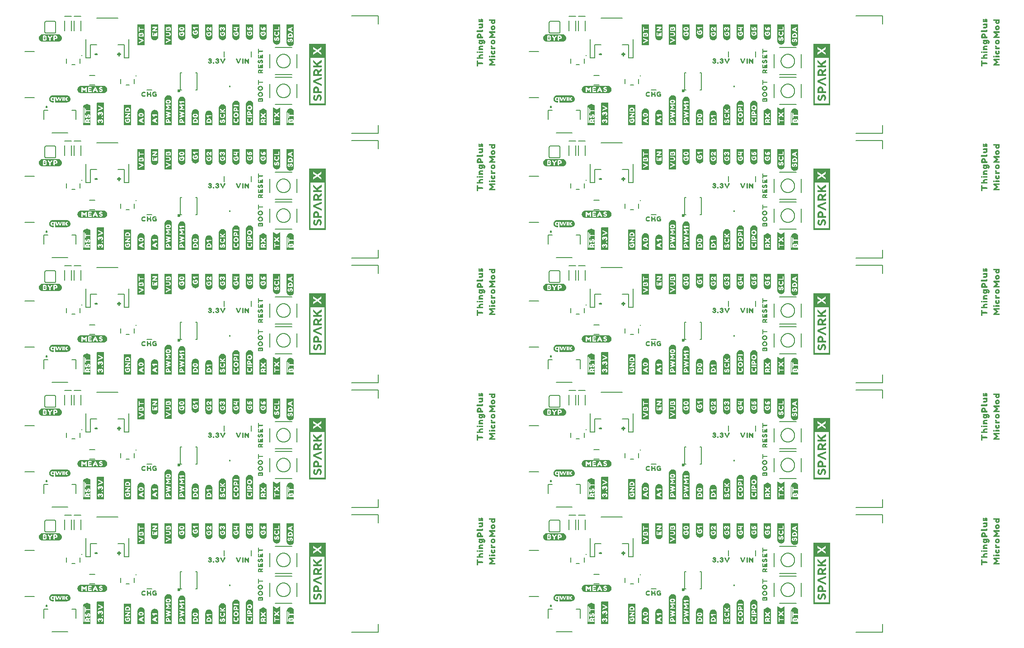
<source format=gto>
G04 EAGLE Gerber RS-274X export*
G75*
%MOMM*%
%FSLAX34Y34*%
%LPD*%
%INSilkscreen Top*%
%IPPOS*%
%AMOC8*
5,1,8,0,0,1.08239X$1,22.5*%
G01*
%ADD10C,0.203200*%
%ADD11C,0.152400*%
%ADD12C,0.177800*%
%ADD13C,0.254000*%
%ADD14C,0.600000*%

G36*
X587367Y290817D02*
X587367Y290817D01*
X587361Y290824D01*
X587368Y290830D01*
X587368Y405130D01*
X587332Y405177D01*
X587325Y405172D01*
X587319Y405179D01*
X555681Y405179D01*
X555633Y405143D01*
X555639Y405136D01*
X555632Y405130D01*
X555632Y290830D01*
X555668Y290783D01*
X555675Y290788D01*
X555681Y290781D01*
X587319Y290781D01*
X587367Y290817D01*
G37*
G36*
X1532247Y758177D02*
X1532247Y758177D01*
X1532241Y758184D01*
X1532248Y758190D01*
X1532248Y872490D01*
X1532212Y872537D01*
X1532205Y872532D01*
X1532199Y872539D01*
X1500561Y872539D01*
X1500513Y872503D01*
X1500519Y872496D01*
X1500512Y872490D01*
X1500512Y758190D01*
X1500548Y758143D01*
X1500555Y758148D01*
X1500561Y758141D01*
X1532199Y758141D01*
X1532247Y758177D01*
G37*
G36*
X1532247Y524497D02*
X1532247Y524497D01*
X1532241Y524504D01*
X1532248Y524510D01*
X1532248Y638810D01*
X1532212Y638857D01*
X1532205Y638852D01*
X1532199Y638859D01*
X1500561Y638859D01*
X1500513Y638823D01*
X1500519Y638816D01*
X1500512Y638810D01*
X1500512Y524510D01*
X1500548Y524463D01*
X1500555Y524468D01*
X1500561Y524461D01*
X1532199Y524461D01*
X1532247Y524497D01*
G37*
G36*
X587332Y171497D02*
X587332Y171497D01*
X587325Y171492D01*
X587319Y171499D01*
X555681Y171499D01*
X555633Y171463D01*
X555639Y171456D01*
X555632Y171450D01*
X555632Y57150D01*
X555668Y57103D01*
X555675Y57108D01*
X555681Y57101D01*
X587319Y57101D01*
X587367Y57137D01*
X587361Y57144D01*
X587368Y57150D01*
X587368Y171450D01*
X587332Y171497D01*
G37*
G36*
X1532247Y57137D02*
X1532247Y57137D01*
X1532241Y57144D01*
X1532248Y57150D01*
X1532248Y171450D01*
X1532212Y171497D01*
X1532205Y171492D01*
X1532199Y171499D01*
X1500561Y171499D01*
X1500513Y171463D01*
X1500519Y171456D01*
X1500512Y171450D01*
X1500512Y57150D01*
X1500548Y57103D01*
X1500555Y57108D01*
X1500561Y57101D01*
X1532199Y57101D01*
X1532247Y57137D01*
G37*
G36*
X587367Y758177D02*
X587367Y758177D01*
X587361Y758184D01*
X587368Y758190D01*
X587368Y872490D01*
X587332Y872537D01*
X587325Y872532D01*
X587319Y872539D01*
X555681Y872539D01*
X555633Y872503D01*
X555639Y872496D01*
X555632Y872490D01*
X555632Y758190D01*
X555668Y758143D01*
X555675Y758148D01*
X555681Y758141D01*
X587319Y758141D01*
X587367Y758177D01*
G37*
G36*
X587367Y991857D02*
X587367Y991857D01*
X587361Y991864D01*
X587368Y991870D01*
X587368Y1106170D01*
X587332Y1106217D01*
X587325Y1106212D01*
X587319Y1106219D01*
X555681Y1106219D01*
X555633Y1106183D01*
X555639Y1106176D01*
X555632Y1106170D01*
X555632Y991870D01*
X555668Y991823D01*
X555675Y991828D01*
X555681Y991821D01*
X587319Y991821D01*
X587367Y991857D01*
G37*
G36*
X1532247Y290817D02*
X1532247Y290817D01*
X1532241Y290824D01*
X1532248Y290830D01*
X1532248Y405130D01*
X1532212Y405177D01*
X1532205Y405172D01*
X1532199Y405179D01*
X1500561Y405179D01*
X1500513Y405143D01*
X1500519Y405136D01*
X1500512Y405130D01*
X1500512Y290830D01*
X1500548Y290783D01*
X1500555Y290788D01*
X1500561Y290781D01*
X1532199Y290781D01*
X1532247Y290817D01*
G37*
G36*
X587367Y524497D02*
X587367Y524497D01*
X587361Y524504D01*
X587368Y524510D01*
X587368Y638810D01*
X587332Y638857D01*
X587325Y638852D01*
X587319Y638859D01*
X555681Y638859D01*
X555633Y638823D01*
X555639Y638816D01*
X555632Y638810D01*
X555632Y524510D01*
X555668Y524463D01*
X555675Y524468D01*
X555681Y524461D01*
X587319Y524461D01*
X587367Y524497D01*
G37*
G36*
X1532247Y991857D02*
X1532247Y991857D01*
X1532241Y991864D01*
X1532248Y991870D01*
X1532248Y1106170D01*
X1532212Y1106217D01*
X1532205Y1106212D01*
X1532199Y1106219D01*
X1500561Y1106219D01*
X1500513Y1106183D01*
X1500519Y1106176D01*
X1500512Y1106170D01*
X1500512Y991870D01*
X1500548Y991823D01*
X1500555Y991828D01*
X1500561Y991821D01*
X1532199Y991821D01*
X1532247Y991857D01*
G37*
%LPC*%
G36*
X558668Y761177D02*
X558668Y761177D01*
X558668Y846906D01*
X584332Y846906D01*
X584332Y761177D01*
X558668Y761177D01*
G37*
%LPD*%
%LPC*%
G36*
X558668Y527497D02*
X558668Y527497D01*
X558668Y613226D01*
X584332Y613226D01*
X584332Y527497D01*
X558668Y527497D01*
G37*
%LPD*%
%LPC*%
G36*
X1503548Y527497D02*
X1503548Y527497D01*
X1503548Y613226D01*
X1529212Y613226D01*
X1529212Y527497D01*
X1503548Y527497D01*
G37*
%LPD*%
%LPC*%
G36*
X1503548Y994857D02*
X1503548Y994857D01*
X1503548Y1080586D01*
X1529212Y1080586D01*
X1529212Y994857D01*
X1503548Y994857D01*
G37*
%LPD*%
%LPC*%
G36*
X1503548Y293817D02*
X1503548Y293817D01*
X1503548Y379546D01*
X1529212Y379546D01*
X1529212Y293817D01*
X1503548Y293817D01*
G37*
%LPD*%
%LPC*%
G36*
X558668Y293817D02*
X558668Y293817D01*
X558668Y379546D01*
X584332Y379546D01*
X584332Y293817D01*
X558668Y293817D01*
G37*
%LPD*%
%LPC*%
G36*
X1503548Y60137D02*
X1503548Y60137D01*
X1503548Y145866D01*
X1529212Y145866D01*
X1529212Y60137D01*
X1503548Y60137D01*
G37*
%LPD*%
%LPC*%
G36*
X558668Y994857D02*
X558668Y994857D01*
X558668Y1080586D01*
X584332Y1080586D01*
X584332Y994857D01*
X558668Y994857D01*
G37*
%LPD*%
%LPC*%
G36*
X584332Y60137D02*
X584332Y60137D01*
X558668Y60137D01*
X558668Y145866D01*
X584332Y145866D01*
X584332Y60137D01*
G37*
%LPD*%
%LPC*%
G36*
X1503548Y761177D02*
X1503548Y761177D01*
X1503548Y846906D01*
X1529212Y846906D01*
X1529212Y761177D01*
X1503548Y761177D01*
G37*
%LPD*%
G36*
X1243182Y487248D02*
X1243182Y487248D01*
X1243184Y487246D01*
X1243784Y487346D01*
X1243801Y487367D01*
X1243804Y487370D01*
X1243804Y536770D01*
X1243803Y536772D01*
X1243804Y536773D01*
X1243704Y537473D01*
X1243702Y537475D01*
X1243703Y537478D01*
X1243503Y538077D01*
X1243303Y538777D01*
X1243301Y538778D01*
X1243302Y538781D01*
X1242702Y539981D01*
X1242698Y539982D01*
X1242699Y539985D01*
X1242299Y540485D01*
X1242297Y540486D01*
X1242297Y540487D01*
X1241297Y541487D01*
X1241295Y541487D01*
X1241295Y541489D01*
X1240795Y541889D01*
X1240792Y541889D01*
X1240791Y541892D01*
X1239591Y542492D01*
X1239588Y542491D01*
X1239587Y542493D01*
X1238887Y542693D01*
X1238288Y542893D01*
X1238285Y542892D01*
X1238283Y542894D01*
X1237583Y542994D01*
X1237581Y542993D01*
X1237580Y542994D01*
X1236280Y542994D01*
X1236278Y542993D01*
X1236277Y542994D01*
X1235577Y542894D01*
X1235575Y542892D01*
X1235573Y542893D01*
X1234873Y542693D01*
X1234872Y542693D01*
X1234272Y542493D01*
X1234271Y542491D01*
X1234269Y542492D01*
X1233669Y542192D01*
X1233668Y542190D01*
X1233667Y542190D01*
X1233067Y541790D01*
X1233066Y541789D01*
X1233065Y541789D01*
X1232565Y541389D01*
X1232565Y541387D01*
X1232563Y541387D01*
X1232063Y540887D01*
X1232063Y540885D01*
X1232061Y540885D01*
X1231261Y539885D01*
X1231261Y539884D01*
X1231260Y539883D01*
X1230860Y539283D01*
X1230860Y539279D01*
X1230857Y539278D01*
X1230657Y538678D01*
X1230657Y538677D01*
X1230457Y537977D01*
X1230257Y537378D01*
X1230258Y537375D01*
X1230256Y537374D01*
X1230256Y537373D01*
X1230156Y536673D01*
X1230157Y536671D01*
X1230156Y536670D01*
X1230156Y487770D01*
X1230160Y487765D01*
X1230158Y487761D01*
X1230358Y487261D01*
X1230374Y487253D01*
X1230380Y487246D01*
X1243180Y487246D01*
X1243182Y487248D01*
G37*
G36*
X298302Y487248D02*
X298302Y487248D01*
X298304Y487246D01*
X298904Y487346D01*
X298921Y487367D01*
X298924Y487370D01*
X298924Y536770D01*
X298923Y536772D01*
X298924Y536773D01*
X298824Y537473D01*
X298822Y537475D01*
X298823Y537478D01*
X298623Y538077D01*
X298423Y538777D01*
X298421Y538778D01*
X298422Y538781D01*
X297822Y539981D01*
X297818Y539982D01*
X297819Y539985D01*
X297419Y540485D01*
X297417Y540486D01*
X297417Y540487D01*
X296417Y541487D01*
X296415Y541487D01*
X296415Y541489D01*
X295915Y541889D01*
X295912Y541889D01*
X295911Y541892D01*
X294711Y542492D01*
X294708Y542491D01*
X294707Y542493D01*
X294007Y542693D01*
X293408Y542893D01*
X293405Y542892D01*
X293403Y542894D01*
X292703Y542994D01*
X292701Y542993D01*
X292700Y542994D01*
X291400Y542994D01*
X291398Y542993D01*
X291397Y542994D01*
X290697Y542894D01*
X290695Y542892D01*
X290693Y542893D01*
X289993Y542693D01*
X289992Y542693D01*
X289392Y542493D01*
X289391Y542491D01*
X289389Y542492D01*
X288789Y542192D01*
X288788Y542190D01*
X288787Y542190D01*
X288187Y541790D01*
X288186Y541789D01*
X288185Y541789D01*
X287685Y541389D01*
X287685Y541387D01*
X287683Y541387D01*
X287183Y540887D01*
X287183Y540885D01*
X287181Y540885D01*
X286381Y539885D01*
X286381Y539884D01*
X286380Y539883D01*
X285980Y539283D01*
X285980Y539279D01*
X285977Y539278D01*
X285777Y538678D01*
X285777Y538677D01*
X285577Y537977D01*
X285377Y537378D01*
X285378Y537375D01*
X285376Y537374D01*
X285376Y537373D01*
X285276Y536673D01*
X285277Y536671D01*
X285276Y536670D01*
X285276Y487770D01*
X285280Y487765D01*
X285278Y487761D01*
X285478Y487261D01*
X285494Y487253D01*
X285500Y487246D01*
X298300Y487246D01*
X298302Y487248D01*
G37*
G36*
X298302Y720928D02*
X298302Y720928D01*
X298304Y720926D01*
X298904Y721026D01*
X298921Y721047D01*
X298924Y721050D01*
X298924Y770450D01*
X298923Y770452D01*
X298924Y770453D01*
X298824Y771153D01*
X298822Y771155D01*
X298823Y771158D01*
X298623Y771757D01*
X298423Y772457D01*
X298421Y772458D01*
X298422Y772461D01*
X297822Y773661D01*
X297818Y773662D01*
X297819Y773665D01*
X297419Y774165D01*
X297417Y774166D01*
X297417Y774167D01*
X296417Y775167D01*
X296415Y775167D01*
X296415Y775169D01*
X295915Y775569D01*
X295912Y775569D01*
X295911Y775572D01*
X294711Y776172D01*
X294708Y776171D01*
X294707Y776173D01*
X294007Y776373D01*
X293408Y776573D01*
X293405Y776572D01*
X293403Y776574D01*
X292703Y776674D01*
X292701Y776673D01*
X292700Y776674D01*
X291400Y776674D01*
X291398Y776673D01*
X291397Y776674D01*
X290697Y776574D01*
X290695Y776572D01*
X290693Y776573D01*
X289993Y776373D01*
X289992Y776373D01*
X289392Y776173D01*
X289391Y776171D01*
X289389Y776172D01*
X288789Y775872D01*
X288788Y775870D01*
X288787Y775870D01*
X288187Y775470D01*
X288186Y775469D01*
X288185Y775469D01*
X287685Y775069D01*
X287685Y775067D01*
X287683Y775067D01*
X287183Y774567D01*
X287183Y774565D01*
X287181Y774565D01*
X286381Y773565D01*
X286381Y773564D01*
X286380Y773563D01*
X285980Y772963D01*
X285980Y772959D01*
X285977Y772958D01*
X285777Y772358D01*
X285777Y772357D01*
X285577Y771657D01*
X285377Y771058D01*
X285378Y771055D01*
X285376Y771054D01*
X285376Y771053D01*
X285276Y770353D01*
X285277Y770351D01*
X285276Y770350D01*
X285276Y721450D01*
X285280Y721445D01*
X285278Y721441D01*
X285478Y720941D01*
X285494Y720933D01*
X285500Y720926D01*
X298300Y720926D01*
X298302Y720928D01*
G37*
G36*
X1243182Y720928D02*
X1243182Y720928D01*
X1243184Y720926D01*
X1243784Y721026D01*
X1243801Y721047D01*
X1243804Y721050D01*
X1243804Y770450D01*
X1243803Y770452D01*
X1243804Y770453D01*
X1243704Y771153D01*
X1243702Y771155D01*
X1243703Y771158D01*
X1243503Y771757D01*
X1243303Y772457D01*
X1243301Y772458D01*
X1243302Y772461D01*
X1242702Y773661D01*
X1242698Y773662D01*
X1242699Y773665D01*
X1242299Y774165D01*
X1242297Y774166D01*
X1242297Y774167D01*
X1241297Y775167D01*
X1241295Y775167D01*
X1241295Y775169D01*
X1240795Y775569D01*
X1240792Y775569D01*
X1240791Y775572D01*
X1239591Y776172D01*
X1239588Y776171D01*
X1239587Y776173D01*
X1238887Y776373D01*
X1238288Y776573D01*
X1238285Y776572D01*
X1238283Y776574D01*
X1237583Y776674D01*
X1237581Y776673D01*
X1237580Y776674D01*
X1236280Y776674D01*
X1236278Y776673D01*
X1236277Y776674D01*
X1235577Y776574D01*
X1235575Y776572D01*
X1235573Y776573D01*
X1234873Y776373D01*
X1234872Y776373D01*
X1234272Y776173D01*
X1234271Y776171D01*
X1234269Y776172D01*
X1233669Y775872D01*
X1233668Y775870D01*
X1233667Y775870D01*
X1233067Y775470D01*
X1233066Y775469D01*
X1233065Y775469D01*
X1232565Y775069D01*
X1232565Y775067D01*
X1232563Y775067D01*
X1232063Y774567D01*
X1232063Y774565D01*
X1232061Y774565D01*
X1231261Y773565D01*
X1231261Y773564D01*
X1231260Y773563D01*
X1230860Y772963D01*
X1230860Y772959D01*
X1230857Y772958D01*
X1230657Y772358D01*
X1230657Y772357D01*
X1230457Y771657D01*
X1230257Y771058D01*
X1230258Y771055D01*
X1230256Y771054D01*
X1230256Y771053D01*
X1230156Y770353D01*
X1230157Y770351D01*
X1230156Y770350D01*
X1230156Y721450D01*
X1230160Y721445D01*
X1230158Y721441D01*
X1230358Y720941D01*
X1230374Y720933D01*
X1230380Y720926D01*
X1243180Y720926D01*
X1243182Y720928D01*
G37*
G36*
X1243182Y19888D02*
X1243182Y19888D01*
X1243184Y19886D01*
X1243784Y19986D01*
X1243801Y20007D01*
X1243804Y20010D01*
X1243804Y69410D01*
X1243803Y69412D01*
X1243804Y69413D01*
X1243704Y70113D01*
X1243702Y70115D01*
X1243703Y70118D01*
X1243503Y70717D01*
X1243303Y71417D01*
X1243301Y71418D01*
X1243302Y71421D01*
X1242702Y72621D01*
X1242698Y72622D01*
X1242699Y72625D01*
X1242299Y73125D01*
X1242297Y73126D01*
X1242297Y73127D01*
X1241297Y74127D01*
X1241295Y74127D01*
X1241295Y74129D01*
X1240795Y74529D01*
X1240792Y74529D01*
X1240791Y74532D01*
X1239591Y75132D01*
X1239588Y75131D01*
X1239587Y75133D01*
X1238887Y75333D01*
X1238288Y75533D01*
X1238285Y75532D01*
X1238283Y75534D01*
X1237583Y75634D01*
X1237581Y75633D01*
X1237580Y75634D01*
X1236280Y75634D01*
X1236278Y75633D01*
X1236277Y75634D01*
X1235577Y75534D01*
X1235575Y75532D01*
X1235573Y75533D01*
X1234873Y75333D01*
X1234872Y75333D01*
X1234272Y75133D01*
X1234271Y75131D01*
X1234269Y75132D01*
X1233669Y74832D01*
X1233668Y74830D01*
X1233667Y74830D01*
X1233067Y74430D01*
X1233066Y74429D01*
X1233065Y74429D01*
X1232565Y74029D01*
X1232565Y74027D01*
X1232563Y74027D01*
X1232063Y73527D01*
X1232063Y73525D01*
X1232061Y73525D01*
X1231261Y72525D01*
X1231261Y72524D01*
X1231260Y72523D01*
X1230860Y71923D01*
X1230860Y71919D01*
X1230857Y71918D01*
X1230657Y71318D01*
X1230657Y71317D01*
X1230457Y70617D01*
X1230257Y70018D01*
X1230258Y70015D01*
X1230256Y70014D01*
X1230256Y70013D01*
X1230156Y69313D01*
X1230157Y69311D01*
X1230156Y69310D01*
X1230156Y20410D01*
X1230160Y20405D01*
X1230158Y20401D01*
X1230358Y19901D01*
X1230374Y19893D01*
X1230380Y19886D01*
X1243180Y19886D01*
X1243182Y19888D01*
G37*
G36*
X298302Y19888D02*
X298302Y19888D01*
X298304Y19886D01*
X298904Y19986D01*
X298921Y20007D01*
X298924Y20010D01*
X298924Y69410D01*
X298923Y69412D01*
X298924Y69413D01*
X298824Y70113D01*
X298822Y70115D01*
X298823Y70118D01*
X298623Y70717D01*
X298423Y71417D01*
X298421Y71418D01*
X298422Y71421D01*
X297822Y72621D01*
X297818Y72622D01*
X297819Y72625D01*
X297419Y73125D01*
X297417Y73126D01*
X297417Y73127D01*
X296417Y74127D01*
X296415Y74127D01*
X296415Y74129D01*
X295915Y74529D01*
X295912Y74529D01*
X295911Y74532D01*
X294711Y75132D01*
X294708Y75131D01*
X294707Y75133D01*
X294007Y75333D01*
X293408Y75533D01*
X293405Y75532D01*
X293403Y75534D01*
X292703Y75634D01*
X292701Y75633D01*
X292700Y75634D01*
X291400Y75634D01*
X291398Y75633D01*
X291397Y75634D01*
X290697Y75534D01*
X290695Y75532D01*
X290693Y75533D01*
X289993Y75333D01*
X289992Y75333D01*
X289392Y75133D01*
X289391Y75131D01*
X289389Y75132D01*
X288789Y74832D01*
X288788Y74830D01*
X288787Y74830D01*
X288187Y74430D01*
X288186Y74429D01*
X288185Y74429D01*
X287685Y74029D01*
X287685Y74027D01*
X287683Y74027D01*
X287183Y73527D01*
X287183Y73525D01*
X287181Y73525D01*
X286381Y72525D01*
X286381Y72524D01*
X286380Y72523D01*
X285980Y71923D01*
X285980Y71919D01*
X285977Y71918D01*
X285777Y71318D01*
X285777Y71317D01*
X285577Y70617D01*
X285377Y70018D01*
X285378Y70015D01*
X285376Y70014D01*
X285376Y70013D01*
X285276Y69313D01*
X285277Y69311D01*
X285276Y69310D01*
X285276Y20410D01*
X285280Y20405D01*
X285278Y20401D01*
X285478Y19901D01*
X285494Y19893D01*
X285500Y19886D01*
X298300Y19886D01*
X298302Y19888D01*
G37*
G36*
X1243182Y954608D02*
X1243182Y954608D01*
X1243184Y954606D01*
X1243784Y954706D01*
X1243801Y954727D01*
X1243804Y954730D01*
X1243804Y1004130D01*
X1243803Y1004132D01*
X1243804Y1004133D01*
X1243704Y1004833D01*
X1243702Y1004835D01*
X1243703Y1004838D01*
X1243503Y1005437D01*
X1243303Y1006137D01*
X1243301Y1006138D01*
X1243302Y1006141D01*
X1242702Y1007341D01*
X1242698Y1007342D01*
X1242699Y1007345D01*
X1242299Y1007845D01*
X1242297Y1007846D01*
X1242297Y1007847D01*
X1241297Y1008847D01*
X1241295Y1008847D01*
X1241295Y1008849D01*
X1240795Y1009249D01*
X1240792Y1009249D01*
X1240791Y1009252D01*
X1239591Y1009852D01*
X1239588Y1009851D01*
X1239587Y1009853D01*
X1238887Y1010053D01*
X1238288Y1010253D01*
X1238285Y1010252D01*
X1238283Y1010254D01*
X1237583Y1010354D01*
X1237581Y1010353D01*
X1237580Y1010354D01*
X1236280Y1010354D01*
X1236278Y1010353D01*
X1236277Y1010354D01*
X1235577Y1010254D01*
X1235575Y1010252D01*
X1235573Y1010253D01*
X1234873Y1010053D01*
X1234872Y1010053D01*
X1234272Y1009853D01*
X1234271Y1009851D01*
X1234269Y1009852D01*
X1233669Y1009552D01*
X1233668Y1009550D01*
X1233667Y1009550D01*
X1233067Y1009150D01*
X1233066Y1009149D01*
X1233065Y1009149D01*
X1232565Y1008749D01*
X1232565Y1008747D01*
X1232563Y1008747D01*
X1232063Y1008247D01*
X1232063Y1008245D01*
X1232061Y1008245D01*
X1231261Y1007245D01*
X1231261Y1007244D01*
X1231260Y1007243D01*
X1230860Y1006643D01*
X1230860Y1006639D01*
X1230857Y1006638D01*
X1230657Y1006038D01*
X1230657Y1006037D01*
X1230457Y1005337D01*
X1230257Y1004738D01*
X1230258Y1004735D01*
X1230256Y1004734D01*
X1230256Y1004733D01*
X1230156Y1004033D01*
X1230157Y1004031D01*
X1230156Y1004030D01*
X1230156Y955130D01*
X1230160Y955125D01*
X1230158Y955121D01*
X1230358Y954621D01*
X1230374Y954613D01*
X1230380Y954606D01*
X1243180Y954606D01*
X1243182Y954608D01*
G37*
G36*
X1243182Y253568D02*
X1243182Y253568D01*
X1243184Y253566D01*
X1243784Y253666D01*
X1243801Y253687D01*
X1243804Y253690D01*
X1243804Y303090D01*
X1243803Y303092D01*
X1243804Y303093D01*
X1243704Y303793D01*
X1243702Y303795D01*
X1243703Y303798D01*
X1243503Y304397D01*
X1243303Y305097D01*
X1243301Y305098D01*
X1243302Y305101D01*
X1242702Y306301D01*
X1242698Y306302D01*
X1242699Y306305D01*
X1242299Y306805D01*
X1242297Y306806D01*
X1242297Y306807D01*
X1241297Y307807D01*
X1241295Y307807D01*
X1241295Y307809D01*
X1240795Y308209D01*
X1240792Y308209D01*
X1240791Y308212D01*
X1239591Y308812D01*
X1239588Y308811D01*
X1239587Y308813D01*
X1238887Y309013D01*
X1238288Y309213D01*
X1238285Y309212D01*
X1238283Y309214D01*
X1237583Y309314D01*
X1237581Y309313D01*
X1237580Y309314D01*
X1236280Y309314D01*
X1236278Y309313D01*
X1236277Y309314D01*
X1235577Y309214D01*
X1235575Y309212D01*
X1235573Y309213D01*
X1234873Y309013D01*
X1234872Y309013D01*
X1234272Y308813D01*
X1234271Y308811D01*
X1234269Y308812D01*
X1233669Y308512D01*
X1233668Y308510D01*
X1233667Y308510D01*
X1233067Y308110D01*
X1233066Y308109D01*
X1233065Y308109D01*
X1232565Y307709D01*
X1232565Y307707D01*
X1232563Y307707D01*
X1232063Y307207D01*
X1232063Y307205D01*
X1232061Y307205D01*
X1231261Y306205D01*
X1231261Y306204D01*
X1231260Y306203D01*
X1230860Y305603D01*
X1230860Y305599D01*
X1230857Y305598D01*
X1230657Y304998D01*
X1230657Y304997D01*
X1230457Y304297D01*
X1230257Y303698D01*
X1230258Y303695D01*
X1230256Y303694D01*
X1230256Y303693D01*
X1230156Y302993D01*
X1230157Y302991D01*
X1230156Y302990D01*
X1230156Y254090D01*
X1230160Y254085D01*
X1230158Y254081D01*
X1230358Y253581D01*
X1230374Y253573D01*
X1230380Y253566D01*
X1243180Y253566D01*
X1243182Y253568D01*
G37*
G36*
X298302Y253568D02*
X298302Y253568D01*
X298304Y253566D01*
X298904Y253666D01*
X298921Y253687D01*
X298924Y253690D01*
X298924Y303090D01*
X298923Y303092D01*
X298924Y303093D01*
X298824Y303793D01*
X298822Y303795D01*
X298823Y303798D01*
X298623Y304397D01*
X298423Y305097D01*
X298421Y305098D01*
X298422Y305101D01*
X297822Y306301D01*
X297818Y306302D01*
X297819Y306305D01*
X297419Y306805D01*
X297417Y306806D01*
X297417Y306807D01*
X296417Y307807D01*
X296415Y307807D01*
X296415Y307809D01*
X295915Y308209D01*
X295912Y308209D01*
X295911Y308212D01*
X294711Y308812D01*
X294708Y308811D01*
X294707Y308813D01*
X294007Y309013D01*
X293408Y309213D01*
X293405Y309212D01*
X293403Y309214D01*
X292703Y309314D01*
X292701Y309313D01*
X292700Y309314D01*
X291400Y309314D01*
X291398Y309313D01*
X291397Y309314D01*
X290697Y309214D01*
X290695Y309212D01*
X290693Y309213D01*
X289993Y309013D01*
X289992Y309013D01*
X289392Y308813D01*
X289391Y308811D01*
X289389Y308812D01*
X288789Y308512D01*
X288788Y308510D01*
X288787Y308510D01*
X288187Y308110D01*
X288186Y308109D01*
X288185Y308109D01*
X287685Y307709D01*
X287685Y307707D01*
X287683Y307707D01*
X287183Y307207D01*
X287183Y307205D01*
X287181Y307205D01*
X286381Y306205D01*
X286381Y306204D01*
X286380Y306203D01*
X285980Y305603D01*
X285980Y305599D01*
X285977Y305598D01*
X285777Y304998D01*
X285777Y304997D01*
X285577Y304297D01*
X285377Y303698D01*
X285378Y303695D01*
X285376Y303694D01*
X285376Y303693D01*
X285276Y302993D01*
X285277Y302991D01*
X285276Y302990D01*
X285276Y254090D01*
X285280Y254085D01*
X285278Y254081D01*
X285478Y253581D01*
X285494Y253573D01*
X285500Y253566D01*
X298300Y253566D01*
X298302Y253568D01*
G37*
G36*
X298302Y954608D02*
X298302Y954608D01*
X298304Y954606D01*
X298904Y954706D01*
X298921Y954727D01*
X298924Y954730D01*
X298924Y1004130D01*
X298923Y1004132D01*
X298924Y1004133D01*
X298824Y1004833D01*
X298822Y1004835D01*
X298823Y1004838D01*
X298623Y1005437D01*
X298423Y1006137D01*
X298421Y1006138D01*
X298422Y1006141D01*
X297822Y1007341D01*
X297818Y1007342D01*
X297819Y1007345D01*
X297419Y1007845D01*
X297417Y1007846D01*
X297417Y1007847D01*
X296417Y1008847D01*
X296415Y1008847D01*
X296415Y1008849D01*
X295915Y1009249D01*
X295912Y1009249D01*
X295911Y1009252D01*
X294711Y1009852D01*
X294708Y1009851D01*
X294707Y1009853D01*
X294007Y1010053D01*
X293408Y1010253D01*
X293405Y1010252D01*
X293403Y1010254D01*
X292703Y1010354D01*
X292701Y1010353D01*
X292700Y1010354D01*
X291400Y1010354D01*
X291398Y1010353D01*
X291397Y1010354D01*
X290697Y1010254D01*
X290695Y1010252D01*
X290693Y1010253D01*
X289993Y1010053D01*
X289992Y1010053D01*
X289392Y1009853D01*
X289391Y1009851D01*
X289389Y1009852D01*
X288789Y1009552D01*
X288788Y1009550D01*
X288787Y1009550D01*
X288187Y1009150D01*
X288186Y1009149D01*
X288185Y1009149D01*
X287685Y1008749D01*
X287685Y1008747D01*
X287683Y1008747D01*
X287183Y1008247D01*
X287183Y1008245D01*
X287181Y1008245D01*
X286381Y1007245D01*
X286381Y1007244D01*
X286380Y1007243D01*
X285980Y1006643D01*
X285980Y1006639D01*
X285977Y1006638D01*
X285777Y1006038D01*
X285777Y1006037D01*
X285577Y1005337D01*
X285377Y1004738D01*
X285378Y1004735D01*
X285376Y1004734D01*
X285376Y1004733D01*
X285276Y1004033D01*
X285277Y1004031D01*
X285276Y1004030D01*
X285276Y955130D01*
X285280Y955125D01*
X285278Y955121D01*
X285478Y954621D01*
X285494Y954613D01*
X285500Y954606D01*
X298300Y954606D01*
X298302Y954608D01*
G37*
G36*
X1116442Y546897D02*
X1116442Y546897D01*
X1116443Y546896D01*
X1117143Y546996D01*
X1117145Y546998D01*
X1117148Y546997D01*
X1117747Y547197D01*
X1118447Y547397D01*
X1118448Y547399D01*
X1118451Y547398D01*
X1119651Y547998D01*
X1119652Y548002D01*
X1119655Y548001D01*
X1120155Y548401D01*
X1120156Y548403D01*
X1120157Y548403D01*
X1121157Y549403D01*
X1121157Y549405D01*
X1121159Y549405D01*
X1121559Y549905D01*
X1121559Y549908D01*
X1121562Y549909D01*
X1122162Y551109D01*
X1122161Y551112D01*
X1122162Y551112D01*
X1122161Y551112D01*
X1122163Y551113D01*
X1122363Y551813D01*
X1122563Y552412D01*
X1122562Y552415D01*
X1122564Y552417D01*
X1122664Y553117D01*
X1122663Y553119D01*
X1122664Y553120D01*
X1122664Y554420D01*
X1122663Y554422D01*
X1122664Y554423D01*
X1122564Y555123D01*
X1122562Y555125D01*
X1122563Y555127D01*
X1122363Y555827D01*
X1122361Y555828D01*
X1122362Y555831D01*
X1121462Y557631D01*
X1121458Y557632D01*
X1121459Y557635D01*
X1121059Y558135D01*
X1121057Y558136D01*
X1121057Y558137D01*
X1120057Y559137D01*
X1120052Y559137D01*
X1120051Y559142D01*
X1119452Y559441D01*
X1118853Y559840D01*
X1118849Y559840D01*
X1118848Y559843D01*
X1117648Y560243D01*
X1117647Y560243D01*
X1116947Y560443D01*
X1116945Y560442D01*
X1116943Y560444D01*
X1116243Y560544D01*
X1116241Y560543D01*
X1116240Y560544D01*
X1073140Y560544D01*
X1073138Y560542D01*
X1073136Y560544D01*
X1072536Y560444D01*
X1072535Y560442D01*
X1072533Y560443D01*
X1071833Y560243D01*
X1071832Y560243D01*
X1071233Y560043D01*
X1070533Y559843D01*
X1070530Y559838D01*
X1070525Y559839D01*
X1070026Y559440D01*
X1069427Y559040D01*
X1069426Y559039D01*
X1069425Y559039D01*
X1068925Y558639D01*
X1068925Y558637D01*
X1068923Y558637D01*
X1068423Y558137D01*
X1068423Y558135D01*
X1068421Y558135D01*
X1068021Y557635D01*
X1068021Y557634D01*
X1068020Y557633D01*
X1067620Y557033D01*
X1067620Y557031D01*
X1067618Y557031D01*
X1067318Y556431D01*
X1067319Y556428D01*
X1067317Y556428D01*
X1067117Y555828D01*
X1067117Y555827D01*
X1066917Y555127D01*
X1066918Y555125D01*
X1066916Y555123D01*
X1066816Y554423D01*
X1066817Y554421D01*
X1066816Y554420D01*
X1066816Y553120D01*
X1066817Y553118D01*
X1066816Y553117D01*
X1066916Y552417D01*
X1066918Y552415D01*
X1066917Y552413D01*
X1067117Y551713D01*
X1067117Y551712D01*
X1067317Y551112D01*
X1067319Y551111D01*
X1067318Y551109D01*
X1067918Y549909D01*
X1067923Y549907D01*
X1067923Y549903D01*
X1068422Y549404D01*
X1068821Y548905D01*
X1068823Y548905D01*
X1068823Y548903D01*
X1069323Y548403D01*
X1069326Y548403D01*
X1069327Y548400D01*
X1069927Y548000D01*
X1069928Y547999D01*
X1070428Y547699D01*
X1070430Y547700D01*
X1070430Y547698D01*
X1071130Y547398D01*
X1071132Y547398D01*
X1071132Y547397D01*
X1071732Y547197D01*
X1071733Y547197D01*
X1072433Y546997D01*
X1072435Y546998D01*
X1072436Y546996D01*
X1073036Y546896D01*
X1073038Y546898D01*
X1073040Y546896D01*
X1116440Y546896D01*
X1116442Y546897D01*
G37*
G36*
X171562Y1014257D02*
X171562Y1014257D01*
X171563Y1014256D01*
X172263Y1014356D01*
X172265Y1014358D01*
X172268Y1014357D01*
X172867Y1014557D01*
X173567Y1014757D01*
X173568Y1014759D01*
X173571Y1014758D01*
X174771Y1015358D01*
X174772Y1015362D01*
X174775Y1015361D01*
X175275Y1015761D01*
X175276Y1015763D01*
X175277Y1015763D01*
X176277Y1016763D01*
X176277Y1016765D01*
X176279Y1016765D01*
X176679Y1017265D01*
X176679Y1017268D01*
X176682Y1017269D01*
X177282Y1018469D01*
X177281Y1018472D01*
X177282Y1018472D01*
X177281Y1018472D01*
X177283Y1018473D01*
X177483Y1019173D01*
X177683Y1019772D01*
X177682Y1019775D01*
X177684Y1019777D01*
X177784Y1020477D01*
X177783Y1020479D01*
X177784Y1020480D01*
X177784Y1021780D01*
X177783Y1021782D01*
X177784Y1021783D01*
X177684Y1022483D01*
X177682Y1022485D01*
X177683Y1022487D01*
X177483Y1023187D01*
X177481Y1023188D01*
X177482Y1023191D01*
X176582Y1024991D01*
X176578Y1024992D01*
X176579Y1024995D01*
X176179Y1025495D01*
X176177Y1025496D01*
X176177Y1025497D01*
X175177Y1026497D01*
X175172Y1026497D01*
X175171Y1026502D01*
X174572Y1026801D01*
X173973Y1027200D01*
X173969Y1027200D01*
X173968Y1027203D01*
X172768Y1027603D01*
X172767Y1027603D01*
X172067Y1027803D01*
X172065Y1027802D01*
X172063Y1027804D01*
X171363Y1027904D01*
X171361Y1027903D01*
X171360Y1027904D01*
X128260Y1027904D01*
X128258Y1027902D01*
X128256Y1027904D01*
X127656Y1027804D01*
X127655Y1027802D01*
X127653Y1027803D01*
X126953Y1027603D01*
X126952Y1027603D01*
X126353Y1027403D01*
X125653Y1027203D01*
X125650Y1027198D01*
X125645Y1027199D01*
X125146Y1026800D01*
X124547Y1026400D01*
X124546Y1026399D01*
X124545Y1026399D01*
X124045Y1025999D01*
X124045Y1025997D01*
X124043Y1025997D01*
X123543Y1025497D01*
X123543Y1025495D01*
X123541Y1025495D01*
X123141Y1024995D01*
X123141Y1024994D01*
X123140Y1024993D01*
X122740Y1024393D01*
X122740Y1024391D01*
X122738Y1024391D01*
X122438Y1023791D01*
X122439Y1023788D01*
X122437Y1023788D01*
X122237Y1023188D01*
X122237Y1023187D01*
X122037Y1022487D01*
X122038Y1022485D01*
X122036Y1022483D01*
X121936Y1021783D01*
X121937Y1021781D01*
X121936Y1021780D01*
X121936Y1020480D01*
X121937Y1020478D01*
X121936Y1020477D01*
X122036Y1019777D01*
X122038Y1019775D01*
X122037Y1019773D01*
X122237Y1019073D01*
X122237Y1019072D01*
X122437Y1018472D01*
X122439Y1018471D01*
X122438Y1018469D01*
X123038Y1017269D01*
X123043Y1017267D01*
X123043Y1017263D01*
X123542Y1016764D01*
X123941Y1016265D01*
X123943Y1016265D01*
X123943Y1016263D01*
X124443Y1015763D01*
X124446Y1015763D01*
X124447Y1015760D01*
X125047Y1015360D01*
X125048Y1015359D01*
X125548Y1015059D01*
X125550Y1015060D01*
X125550Y1015058D01*
X126250Y1014758D01*
X126252Y1014758D01*
X126252Y1014757D01*
X126852Y1014557D01*
X126853Y1014557D01*
X127553Y1014357D01*
X127555Y1014358D01*
X127556Y1014356D01*
X128156Y1014256D01*
X128158Y1014258D01*
X128160Y1014256D01*
X171560Y1014256D01*
X171562Y1014257D01*
G37*
G36*
X171562Y780577D02*
X171562Y780577D01*
X171563Y780576D01*
X172263Y780676D01*
X172265Y780678D01*
X172268Y780677D01*
X172867Y780877D01*
X173567Y781077D01*
X173568Y781079D01*
X173571Y781078D01*
X174771Y781678D01*
X174772Y781682D01*
X174775Y781681D01*
X175275Y782081D01*
X175276Y782083D01*
X175277Y782083D01*
X176277Y783083D01*
X176277Y783085D01*
X176279Y783085D01*
X176679Y783585D01*
X176679Y783588D01*
X176682Y783589D01*
X177282Y784789D01*
X177281Y784792D01*
X177282Y784792D01*
X177281Y784792D01*
X177283Y784793D01*
X177483Y785493D01*
X177683Y786092D01*
X177682Y786095D01*
X177684Y786097D01*
X177784Y786797D01*
X177783Y786799D01*
X177784Y786800D01*
X177784Y788100D01*
X177783Y788102D01*
X177784Y788103D01*
X177684Y788803D01*
X177682Y788805D01*
X177683Y788807D01*
X177483Y789507D01*
X177481Y789508D01*
X177482Y789511D01*
X176582Y791311D01*
X176578Y791312D01*
X176579Y791315D01*
X176179Y791815D01*
X176177Y791816D01*
X176177Y791817D01*
X175177Y792817D01*
X175172Y792817D01*
X175171Y792822D01*
X174572Y793121D01*
X173973Y793520D01*
X173969Y793520D01*
X173968Y793523D01*
X172768Y793923D01*
X172767Y793923D01*
X172067Y794123D01*
X172065Y794122D01*
X172063Y794124D01*
X171363Y794224D01*
X171361Y794223D01*
X171360Y794224D01*
X128260Y794224D01*
X128258Y794222D01*
X128256Y794224D01*
X127656Y794124D01*
X127655Y794122D01*
X127653Y794123D01*
X126953Y793923D01*
X126952Y793923D01*
X126353Y793723D01*
X125653Y793523D01*
X125650Y793518D01*
X125645Y793519D01*
X125146Y793120D01*
X124547Y792720D01*
X124546Y792719D01*
X124545Y792719D01*
X124045Y792319D01*
X124045Y792317D01*
X124043Y792317D01*
X123543Y791817D01*
X123543Y791815D01*
X123541Y791815D01*
X123141Y791315D01*
X123141Y791314D01*
X123140Y791313D01*
X122740Y790713D01*
X122740Y790711D01*
X122738Y790711D01*
X122438Y790111D01*
X122439Y790108D01*
X122437Y790108D01*
X122237Y789508D01*
X122237Y789507D01*
X122037Y788807D01*
X122038Y788805D01*
X122036Y788803D01*
X121936Y788103D01*
X121937Y788101D01*
X121936Y788100D01*
X121936Y786800D01*
X121937Y786798D01*
X121936Y786797D01*
X122036Y786097D01*
X122038Y786095D01*
X122037Y786093D01*
X122237Y785393D01*
X122237Y785392D01*
X122437Y784792D01*
X122439Y784791D01*
X122438Y784789D01*
X123038Y783589D01*
X123043Y783587D01*
X123043Y783583D01*
X123542Y783084D01*
X123941Y782585D01*
X123943Y782585D01*
X123943Y782583D01*
X124443Y782083D01*
X124446Y782083D01*
X124447Y782080D01*
X125047Y781680D01*
X125048Y781679D01*
X125548Y781379D01*
X125550Y781380D01*
X125550Y781378D01*
X126250Y781078D01*
X126252Y781078D01*
X126252Y781077D01*
X126852Y780877D01*
X126853Y780877D01*
X127553Y780677D01*
X127555Y780678D01*
X127556Y780676D01*
X128156Y780576D01*
X128158Y780578D01*
X128160Y780576D01*
X171560Y780576D01*
X171562Y780577D01*
G37*
G36*
X1116442Y313217D02*
X1116442Y313217D01*
X1116443Y313216D01*
X1117143Y313316D01*
X1117145Y313318D01*
X1117148Y313317D01*
X1117747Y313517D01*
X1118447Y313717D01*
X1118448Y313719D01*
X1118451Y313718D01*
X1119651Y314318D01*
X1119652Y314322D01*
X1119655Y314321D01*
X1120155Y314721D01*
X1120156Y314723D01*
X1120157Y314723D01*
X1121157Y315723D01*
X1121157Y315725D01*
X1121159Y315725D01*
X1121559Y316225D01*
X1121559Y316228D01*
X1121562Y316229D01*
X1122162Y317429D01*
X1122161Y317432D01*
X1122162Y317432D01*
X1122161Y317432D01*
X1122163Y317433D01*
X1122363Y318133D01*
X1122563Y318732D01*
X1122562Y318735D01*
X1122564Y318737D01*
X1122664Y319437D01*
X1122663Y319439D01*
X1122664Y319440D01*
X1122664Y320740D01*
X1122663Y320742D01*
X1122664Y320743D01*
X1122564Y321443D01*
X1122562Y321445D01*
X1122563Y321447D01*
X1122363Y322147D01*
X1122361Y322148D01*
X1122362Y322151D01*
X1121462Y323951D01*
X1121458Y323952D01*
X1121459Y323955D01*
X1121059Y324455D01*
X1121057Y324456D01*
X1121057Y324457D01*
X1120057Y325457D01*
X1120052Y325457D01*
X1120051Y325462D01*
X1119452Y325761D01*
X1118853Y326160D01*
X1118849Y326160D01*
X1118848Y326163D01*
X1117648Y326563D01*
X1117647Y326563D01*
X1116947Y326763D01*
X1116945Y326762D01*
X1116943Y326764D01*
X1116243Y326864D01*
X1116241Y326863D01*
X1116240Y326864D01*
X1073140Y326864D01*
X1073138Y326862D01*
X1073136Y326864D01*
X1072536Y326764D01*
X1072535Y326762D01*
X1072533Y326763D01*
X1071833Y326563D01*
X1071832Y326563D01*
X1071233Y326363D01*
X1070533Y326163D01*
X1070530Y326158D01*
X1070525Y326159D01*
X1070026Y325760D01*
X1069427Y325360D01*
X1069426Y325359D01*
X1069425Y325359D01*
X1068925Y324959D01*
X1068925Y324957D01*
X1068923Y324957D01*
X1068423Y324457D01*
X1068423Y324455D01*
X1068421Y324455D01*
X1068021Y323955D01*
X1068021Y323954D01*
X1068020Y323953D01*
X1067620Y323353D01*
X1067620Y323351D01*
X1067618Y323351D01*
X1067318Y322751D01*
X1067319Y322748D01*
X1067317Y322748D01*
X1067117Y322148D01*
X1067117Y322147D01*
X1066917Y321447D01*
X1066918Y321445D01*
X1066916Y321443D01*
X1066816Y320743D01*
X1066817Y320741D01*
X1066816Y320740D01*
X1066816Y319440D01*
X1066817Y319438D01*
X1066816Y319437D01*
X1066916Y318737D01*
X1066918Y318735D01*
X1066917Y318733D01*
X1067117Y318033D01*
X1067117Y318032D01*
X1067317Y317432D01*
X1067319Y317431D01*
X1067318Y317429D01*
X1067918Y316229D01*
X1067923Y316227D01*
X1067923Y316223D01*
X1068422Y315724D01*
X1068821Y315225D01*
X1068823Y315225D01*
X1068823Y315223D01*
X1069323Y314723D01*
X1069326Y314723D01*
X1069327Y314720D01*
X1069927Y314320D01*
X1069928Y314319D01*
X1070428Y314019D01*
X1070430Y314020D01*
X1070430Y314018D01*
X1071130Y313718D01*
X1071132Y313718D01*
X1071132Y313717D01*
X1071732Y313517D01*
X1071733Y313517D01*
X1072433Y313317D01*
X1072435Y313318D01*
X1072436Y313316D01*
X1073036Y313216D01*
X1073038Y313218D01*
X1073040Y313216D01*
X1116440Y313216D01*
X1116442Y313217D01*
G37*
G36*
X1116442Y780577D02*
X1116442Y780577D01*
X1116443Y780576D01*
X1117143Y780676D01*
X1117145Y780678D01*
X1117148Y780677D01*
X1117747Y780877D01*
X1118447Y781077D01*
X1118448Y781079D01*
X1118451Y781078D01*
X1119651Y781678D01*
X1119652Y781682D01*
X1119655Y781681D01*
X1120155Y782081D01*
X1120156Y782083D01*
X1120157Y782083D01*
X1121157Y783083D01*
X1121157Y783085D01*
X1121159Y783085D01*
X1121559Y783585D01*
X1121559Y783588D01*
X1121562Y783589D01*
X1122162Y784789D01*
X1122161Y784792D01*
X1122162Y784792D01*
X1122161Y784792D01*
X1122163Y784793D01*
X1122363Y785493D01*
X1122563Y786092D01*
X1122562Y786095D01*
X1122564Y786097D01*
X1122664Y786797D01*
X1122663Y786799D01*
X1122664Y786800D01*
X1122664Y788100D01*
X1122663Y788102D01*
X1122664Y788103D01*
X1122564Y788803D01*
X1122562Y788805D01*
X1122563Y788807D01*
X1122363Y789507D01*
X1122361Y789508D01*
X1122362Y789511D01*
X1121462Y791311D01*
X1121458Y791312D01*
X1121459Y791315D01*
X1121059Y791815D01*
X1121057Y791816D01*
X1121057Y791817D01*
X1120057Y792817D01*
X1120052Y792817D01*
X1120051Y792822D01*
X1119452Y793121D01*
X1118853Y793520D01*
X1118849Y793520D01*
X1118848Y793523D01*
X1117648Y793923D01*
X1117647Y793923D01*
X1116947Y794123D01*
X1116945Y794122D01*
X1116943Y794124D01*
X1116243Y794224D01*
X1116241Y794223D01*
X1116240Y794224D01*
X1073140Y794224D01*
X1073138Y794222D01*
X1073136Y794224D01*
X1072536Y794124D01*
X1072535Y794122D01*
X1072533Y794123D01*
X1071833Y793923D01*
X1071832Y793923D01*
X1071233Y793723D01*
X1070533Y793523D01*
X1070530Y793518D01*
X1070525Y793519D01*
X1070026Y793120D01*
X1069427Y792720D01*
X1069426Y792719D01*
X1069425Y792719D01*
X1068925Y792319D01*
X1068925Y792317D01*
X1068923Y792317D01*
X1068423Y791817D01*
X1068423Y791815D01*
X1068421Y791815D01*
X1068021Y791315D01*
X1068021Y791314D01*
X1068020Y791313D01*
X1067620Y790713D01*
X1067620Y790711D01*
X1067618Y790711D01*
X1067318Y790111D01*
X1067319Y790108D01*
X1067317Y790108D01*
X1067117Y789508D01*
X1067117Y789507D01*
X1066917Y788807D01*
X1066918Y788805D01*
X1066916Y788803D01*
X1066816Y788103D01*
X1066817Y788101D01*
X1066816Y788100D01*
X1066816Y786800D01*
X1066817Y786798D01*
X1066816Y786797D01*
X1066916Y786097D01*
X1066918Y786095D01*
X1066917Y786093D01*
X1067117Y785393D01*
X1067117Y785392D01*
X1067317Y784792D01*
X1067319Y784791D01*
X1067318Y784789D01*
X1067918Y783589D01*
X1067923Y783587D01*
X1067923Y783583D01*
X1068422Y783084D01*
X1068821Y782585D01*
X1068823Y782585D01*
X1068823Y782583D01*
X1069323Y782083D01*
X1069326Y782083D01*
X1069327Y782080D01*
X1069927Y781680D01*
X1069928Y781679D01*
X1070428Y781379D01*
X1070430Y781380D01*
X1070430Y781378D01*
X1071130Y781078D01*
X1071132Y781078D01*
X1071132Y781077D01*
X1071732Y780877D01*
X1071733Y780877D01*
X1072433Y780677D01*
X1072435Y780678D01*
X1072436Y780676D01*
X1073036Y780576D01*
X1073038Y780578D01*
X1073040Y780576D01*
X1116440Y780576D01*
X1116442Y780577D01*
G37*
G36*
X171562Y546897D02*
X171562Y546897D01*
X171563Y546896D01*
X172263Y546996D01*
X172265Y546998D01*
X172268Y546997D01*
X172867Y547197D01*
X173567Y547397D01*
X173568Y547399D01*
X173571Y547398D01*
X174771Y547998D01*
X174772Y548002D01*
X174775Y548001D01*
X175275Y548401D01*
X175276Y548403D01*
X175277Y548403D01*
X176277Y549403D01*
X176277Y549405D01*
X176279Y549405D01*
X176679Y549905D01*
X176679Y549908D01*
X176682Y549909D01*
X177282Y551109D01*
X177281Y551112D01*
X177282Y551112D01*
X177281Y551112D01*
X177283Y551113D01*
X177483Y551813D01*
X177683Y552412D01*
X177682Y552415D01*
X177684Y552417D01*
X177784Y553117D01*
X177783Y553119D01*
X177784Y553120D01*
X177784Y554420D01*
X177783Y554422D01*
X177784Y554423D01*
X177684Y555123D01*
X177682Y555125D01*
X177683Y555127D01*
X177483Y555827D01*
X177481Y555828D01*
X177482Y555831D01*
X176582Y557631D01*
X176578Y557632D01*
X176579Y557635D01*
X176179Y558135D01*
X176177Y558136D01*
X176177Y558137D01*
X175177Y559137D01*
X175172Y559137D01*
X175171Y559142D01*
X174572Y559441D01*
X173973Y559840D01*
X173969Y559840D01*
X173968Y559843D01*
X172768Y560243D01*
X172767Y560243D01*
X172067Y560443D01*
X172065Y560442D01*
X172063Y560444D01*
X171363Y560544D01*
X171361Y560543D01*
X171360Y560544D01*
X128260Y560544D01*
X128258Y560542D01*
X128256Y560544D01*
X127656Y560444D01*
X127655Y560442D01*
X127653Y560443D01*
X126953Y560243D01*
X126952Y560243D01*
X126353Y560043D01*
X125653Y559843D01*
X125650Y559838D01*
X125645Y559839D01*
X125146Y559440D01*
X124547Y559040D01*
X124546Y559039D01*
X124545Y559039D01*
X124045Y558639D01*
X124045Y558637D01*
X124043Y558637D01*
X123543Y558137D01*
X123543Y558135D01*
X123541Y558135D01*
X123141Y557635D01*
X123141Y557634D01*
X123140Y557633D01*
X122740Y557033D01*
X122740Y557031D01*
X122738Y557031D01*
X122438Y556431D01*
X122439Y556428D01*
X122437Y556428D01*
X122237Y555828D01*
X122237Y555827D01*
X122037Y555127D01*
X122038Y555125D01*
X122036Y555123D01*
X121936Y554423D01*
X121937Y554421D01*
X121936Y554420D01*
X121936Y553120D01*
X121937Y553118D01*
X121936Y553117D01*
X122036Y552417D01*
X122038Y552415D01*
X122037Y552413D01*
X122237Y551713D01*
X122237Y551712D01*
X122437Y551112D01*
X122439Y551111D01*
X122438Y551109D01*
X123038Y549909D01*
X123043Y549907D01*
X123043Y549903D01*
X123542Y549404D01*
X123941Y548905D01*
X123943Y548905D01*
X123943Y548903D01*
X124443Y548403D01*
X124446Y548403D01*
X124447Y548400D01*
X125047Y548000D01*
X125048Y547999D01*
X125548Y547699D01*
X125550Y547700D01*
X125550Y547698D01*
X126250Y547398D01*
X126252Y547398D01*
X126252Y547397D01*
X126852Y547197D01*
X126853Y547197D01*
X127553Y546997D01*
X127555Y546998D01*
X127556Y546996D01*
X128156Y546896D01*
X128158Y546898D01*
X128160Y546896D01*
X171560Y546896D01*
X171562Y546897D01*
G37*
G36*
X171562Y313217D02*
X171562Y313217D01*
X171563Y313216D01*
X172263Y313316D01*
X172265Y313318D01*
X172268Y313317D01*
X172867Y313517D01*
X173567Y313717D01*
X173568Y313719D01*
X173571Y313718D01*
X174771Y314318D01*
X174772Y314322D01*
X174775Y314321D01*
X175275Y314721D01*
X175276Y314723D01*
X175277Y314723D01*
X176277Y315723D01*
X176277Y315725D01*
X176279Y315725D01*
X176679Y316225D01*
X176679Y316228D01*
X176682Y316229D01*
X177282Y317429D01*
X177281Y317432D01*
X177282Y317432D01*
X177281Y317432D01*
X177283Y317433D01*
X177483Y318133D01*
X177683Y318732D01*
X177682Y318735D01*
X177684Y318737D01*
X177784Y319437D01*
X177783Y319439D01*
X177784Y319440D01*
X177784Y320740D01*
X177783Y320742D01*
X177784Y320743D01*
X177684Y321443D01*
X177682Y321445D01*
X177683Y321447D01*
X177483Y322147D01*
X177481Y322148D01*
X177482Y322151D01*
X176582Y323951D01*
X176578Y323952D01*
X176579Y323955D01*
X176179Y324455D01*
X176177Y324456D01*
X176177Y324457D01*
X175177Y325457D01*
X175172Y325457D01*
X175171Y325462D01*
X174572Y325761D01*
X173973Y326160D01*
X173969Y326160D01*
X173968Y326163D01*
X172768Y326563D01*
X172767Y326563D01*
X172067Y326763D01*
X172065Y326762D01*
X172063Y326764D01*
X171363Y326864D01*
X171361Y326863D01*
X171360Y326864D01*
X128260Y326864D01*
X128258Y326862D01*
X128256Y326864D01*
X127656Y326764D01*
X127655Y326762D01*
X127653Y326763D01*
X126953Y326563D01*
X126952Y326563D01*
X126353Y326363D01*
X125653Y326163D01*
X125650Y326158D01*
X125645Y326159D01*
X125146Y325760D01*
X124547Y325360D01*
X124546Y325359D01*
X124545Y325359D01*
X124045Y324959D01*
X124045Y324957D01*
X124043Y324957D01*
X123543Y324457D01*
X123543Y324455D01*
X123541Y324455D01*
X123141Y323955D01*
X123141Y323954D01*
X123140Y323953D01*
X122740Y323353D01*
X122740Y323351D01*
X122738Y323351D01*
X122438Y322751D01*
X122439Y322748D01*
X122437Y322748D01*
X122237Y322148D01*
X122237Y322147D01*
X122037Y321447D01*
X122038Y321445D01*
X122036Y321443D01*
X121936Y320743D01*
X121937Y320741D01*
X121936Y320740D01*
X121936Y319440D01*
X121937Y319438D01*
X121936Y319437D01*
X122036Y318737D01*
X122038Y318735D01*
X122037Y318733D01*
X122237Y318033D01*
X122237Y318032D01*
X122437Y317432D01*
X122439Y317431D01*
X122438Y317429D01*
X123038Y316229D01*
X123043Y316227D01*
X123043Y316223D01*
X123542Y315724D01*
X123941Y315225D01*
X123943Y315225D01*
X123943Y315223D01*
X124443Y314723D01*
X124446Y314723D01*
X124447Y314720D01*
X125047Y314320D01*
X125048Y314319D01*
X125548Y314019D01*
X125550Y314020D01*
X125550Y314018D01*
X126250Y313718D01*
X126252Y313718D01*
X126252Y313717D01*
X126852Y313517D01*
X126853Y313517D01*
X127553Y313317D01*
X127555Y313318D01*
X127556Y313316D01*
X128156Y313216D01*
X128158Y313218D01*
X128160Y313216D01*
X171560Y313216D01*
X171562Y313217D01*
G37*
G36*
X1116442Y1014257D02*
X1116442Y1014257D01*
X1116443Y1014256D01*
X1117143Y1014356D01*
X1117145Y1014358D01*
X1117148Y1014357D01*
X1117747Y1014557D01*
X1118447Y1014757D01*
X1118448Y1014759D01*
X1118451Y1014758D01*
X1119651Y1015358D01*
X1119652Y1015362D01*
X1119655Y1015361D01*
X1120155Y1015761D01*
X1120156Y1015763D01*
X1120157Y1015763D01*
X1121157Y1016763D01*
X1121157Y1016765D01*
X1121159Y1016765D01*
X1121559Y1017265D01*
X1121559Y1017268D01*
X1121562Y1017269D01*
X1122162Y1018469D01*
X1122161Y1018472D01*
X1122162Y1018472D01*
X1122161Y1018472D01*
X1122163Y1018473D01*
X1122363Y1019173D01*
X1122563Y1019772D01*
X1122562Y1019775D01*
X1122564Y1019777D01*
X1122664Y1020477D01*
X1122663Y1020479D01*
X1122664Y1020480D01*
X1122664Y1021780D01*
X1122663Y1021782D01*
X1122664Y1021783D01*
X1122564Y1022483D01*
X1122562Y1022485D01*
X1122563Y1022487D01*
X1122363Y1023187D01*
X1122361Y1023188D01*
X1122362Y1023191D01*
X1121462Y1024991D01*
X1121458Y1024992D01*
X1121459Y1024995D01*
X1121059Y1025495D01*
X1121057Y1025496D01*
X1121057Y1025497D01*
X1120057Y1026497D01*
X1120052Y1026497D01*
X1120051Y1026502D01*
X1119452Y1026801D01*
X1118853Y1027200D01*
X1118849Y1027200D01*
X1118848Y1027203D01*
X1117648Y1027603D01*
X1117647Y1027603D01*
X1116947Y1027803D01*
X1116945Y1027802D01*
X1116943Y1027804D01*
X1116243Y1027904D01*
X1116241Y1027903D01*
X1116240Y1027904D01*
X1073140Y1027904D01*
X1073138Y1027902D01*
X1073136Y1027904D01*
X1072536Y1027804D01*
X1072535Y1027802D01*
X1072533Y1027803D01*
X1071833Y1027603D01*
X1071832Y1027603D01*
X1071233Y1027403D01*
X1070533Y1027203D01*
X1070530Y1027198D01*
X1070525Y1027199D01*
X1070026Y1026800D01*
X1069427Y1026400D01*
X1069426Y1026399D01*
X1069425Y1026399D01*
X1068925Y1025999D01*
X1068925Y1025997D01*
X1068923Y1025997D01*
X1068423Y1025497D01*
X1068423Y1025495D01*
X1068421Y1025495D01*
X1068021Y1024995D01*
X1068021Y1024994D01*
X1068020Y1024993D01*
X1067620Y1024393D01*
X1067620Y1024391D01*
X1067618Y1024391D01*
X1067318Y1023791D01*
X1067319Y1023788D01*
X1067317Y1023788D01*
X1067117Y1023188D01*
X1067117Y1023187D01*
X1066917Y1022487D01*
X1066918Y1022485D01*
X1066916Y1022483D01*
X1066816Y1021783D01*
X1066817Y1021781D01*
X1066816Y1021780D01*
X1066816Y1020480D01*
X1066817Y1020478D01*
X1066816Y1020477D01*
X1066916Y1019777D01*
X1066918Y1019775D01*
X1066917Y1019773D01*
X1067117Y1019073D01*
X1067117Y1019072D01*
X1067317Y1018472D01*
X1067319Y1018471D01*
X1067318Y1018469D01*
X1067918Y1017269D01*
X1067923Y1017267D01*
X1067923Y1017263D01*
X1068422Y1016764D01*
X1068821Y1016265D01*
X1068823Y1016265D01*
X1068823Y1016263D01*
X1069323Y1015763D01*
X1069326Y1015763D01*
X1069327Y1015760D01*
X1069927Y1015360D01*
X1069928Y1015359D01*
X1070428Y1015059D01*
X1070430Y1015060D01*
X1070430Y1015058D01*
X1071130Y1014758D01*
X1071132Y1014758D01*
X1071132Y1014757D01*
X1071732Y1014557D01*
X1071733Y1014557D01*
X1072433Y1014357D01*
X1072435Y1014358D01*
X1072436Y1014356D01*
X1073036Y1014256D01*
X1073038Y1014258D01*
X1073040Y1014256D01*
X1116440Y1014256D01*
X1116442Y1014257D01*
G37*
G36*
X171562Y79537D02*
X171562Y79537D01*
X171563Y79536D01*
X172263Y79636D01*
X172265Y79638D01*
X172268Y79637D01*
X172867Y79837D01*
X173567Y80037D01*
X173568Y80039D01*
X173571Y80038D01*
X174771Y80638D01*
X174772Y80642D01*
X174775Y80641D01*
X175275Y81041D01*
X175276Y81043D01*
X175277Y81043D01*
X176277Y82043D01*
X176277Y82045D01*
X176279Y82045D01*
X176679Y82545D01*
X176679Y82548D01*
X176682Y82549D01*
X177282Y83749D01*
X177281Y83752D01*
X177282Y83752D01*
X177281Y83752D01*
X177283Y83753D01*
X177483Y84453D01*
X177683Y85052D01*
X177682Y85055D01*
X177684Y85057D01*
X177784Y85757D01*
X177783Y85759D01*
X177784Y85760D01*
X177784Y87060D01*
X177783Y87062D01*
X177784Y87063D01*
X177684Y87763D01*
X177682Y87765D01*
X177683Y87767D01*
X177483Y88467D01*
X177481Y88468D01*
X177482Y88471D01*
X176582Y90271D01*
X176578Y90272D01*
X176579Y90275D01*
X176179Y90775D01*
X176177Y90776D01*
X176177Y90777D01*
X175177Y91777D01*
X175172Y91777D01*
X175171Y91782D01*
X174572Y92081D01*
X173973Y92480D01*
X173969Y92480D01*
X173968Y92483D01*
X172768Y92883D01*
X172767Y92883D01*
X172067Y93083D01*
X172065Y93082D01*
X172063Y93084D01*
X171363Y93184D01*
X171361Y93183D01*
X171360Y93184D01*
X128260Y93184D01*
X128258Y93182D01*
X128256Y93184D01*
X127656Y93084D01*
X127655Y93082D01*
X127653Y93083D01*
X126953Y92883D01*
X126952Y92883D01*
X126353Y92683D01*
X125653Y92483D01*
X125650Y92478D01*
X125645Y92479D01*
X125146Y92080D01*
X124547Y91680D01*
X124546Y91679D01*
X124545Y91679D01*
X124045Y91279D01*
X124045Y91277D01*
X124043Y91277D01*
X123543Y90777D01*
X123543Y90775D01*
X123541Y90775D01*
X123141Y90275D01*
X123141Y90274D01*
X123140Y90273D01*
X122740Y89673D01*
X122740Y89671D01*
X122738Y89671D01*
X122438Y89071D01*
X122439Y89068D01*
X122437Y89068D01*
X122237Y88468D01*
X122237Y88467D01*
X122037Y87767D01*
X122038Y87765D01*
X122036Y87763D01*
X121936Y87063D01*
X121937Y87061D01*
X121936Y87060D01*
X121936Y85760D01*
X121937Y85758D01*
X121936Y85757D01*
X122036Y85057D01*
X122038Y85055D01*
X122037Y85053D01*
X122237Y84353D01*
X122237Y84352D01*
X122437Y83752D01*
X122439Y83751D01*
X122438Y83749D01*
X123038Y82549D01*
X123043Y82547D01*
X123043Y82543D01*
X123542Y82044D01*
X123941Y81545D01*
X123943Y81545D01*
X123943Y81543D01*
X124443Y81043D01*
X124446Y81043D01*
X124447Y81040D01*
X125047Y80640D01*
X125048Y80639D01*
X125548Y80339D01*
X125550Y80340D01*
X125550Y80338D01*
X126250Y80038D01*
X126252Y80038D01*
X126252Y80037D01*
X126852Y79837D01*
X126853Y79837D01*
X127553Y79637D01*
X127555Y79638D01*
X127556Y79636D01*
X128156Y79536D01*
X128158Y79538D01*
X128160Y79536D01*
X171560Y79536D01*
X171562Y79537D01*
G37*
G36*
X1116442Y79537D02*
X1116442Y79537D01*
X1116443Y79536D01*
X1117143Y79636D01*
X1117145Y79638D01*
X1117148Y79637D01*
X1117747Y79837D01*
X1118447Y80037D01*
X1118448Y80039D01*
X1118451Y80038D01*
X1119651Y80638D01*
X1119652Y80642D01*
X1119655Y80641D01*
X1120155Y81041D01*
X1120156Y81043D01*
X1120157Y81043D01*
X1121157Y82043D01*
X1121157Y82045D01*
X1121159Y82045D01*
X1121559Y82545D01*
X1121559Y82548D01*
X1121562Y82549D01*
X1122162Y83749D01*
X1122161Y83752D01*
X1122162Y83752D01*
X1122161Y83752D01*
X1122163Y83753D01*
X1122363Y84453D01*
X1122563Y85052D01*
X1122562Y85055D01*
X1122564Y85057D01*
X1122664Y85757D01*
X1122663Y85759D01*
X1122664Y85760D01*
X1122664Y87060D01*
X1122663Y87062D01*
X1122664Y87063D01*
X1122564Y87763D01*
X1122562Y87765D01*
X1122563Y87767D01*
X1122363Y88467D01*
X1122361Y88468D01*
X1122362Y88471D01*
X1121462Y90271D01*
X1121458Y90272D01*
X1121459Y90275D01*
X1121059Y90775D01*
X1121057Y90776D01*
X1121057Y90777D01*
X1120057Y91777D01*
X1120052Y91777D01*
X1120051Y91782D01*
X1119452Y92081D01*
X1118853Y92480D01*
X1118849Y92480D01*
X1118848Y92483D01*
X1117648Y92883D01*
X1117647Y92883D01*
X1116947Y93083D01*
X1116945Y93082D01*
X1116943Y93084D01*
X1116243Y93184D01*
X1116241Y93183D01*
X1116240Y93184D01*
X1073140Y93184D01*
X1073138Y93182D01*
X1073136Y93184D01*
X1072536Y93084D01*
X1072535Y93082D01*
X1072533Y93083D01*
X1071833Y92883D01*
X1071832Y92883D01*
X1071233Y92683D01*
X1070533Y92483D01*
X1070530Y92478D01*
X1070525Y92479D01*
X1070026Y92080D01*
X1069427Y91680D01*
X1069426Y91679D01*
X1069425Y91679D01*
X1068925Y91279D01*
X1068925Y91277D01*
X1068923Y91277D01*
X1068423Y90777D01*
X1068423Y90775D01*
X1068421Y90775D01*
X1068021Y90275D01*
X1068021Y90274D01*
X1068020Y90273D01*
X1067620Y89673D01*
X1067620Y89671D01*
X1067618Y89671D01*
X1067318Y89071D01*
X1067319Y89068D01*
X1067317Y89068D01*
X1067117Y88468D01*
X1067117Y88467D01*
X1066917Y87767D01*
X1066918Y87765D01*
X1066916Y87763D01*
X1066816Y87063D01*
X1066817Y87061D01*
X1066816Y87060D01*
X1066816Y85760D01*
X1066817Y85758D01*
X1066816Y85757D01*
X1066916Y85057D01*
X1066918Y85055D01*
X1066917Y85053D01*
X1067117Y84353D01*
X1067117Y84352D01*
X1067317Y83752D01*
X1067319Y83751D01*
X1067318Y83749D01*
X1067918Y82549D01*
X1067923Y82547D01*
X1067923Y82543D01*
X1068422Y82044D01*
X1068821Y81545D01*
X1068823Y81545D01*
X1068823Y81543D01*
X1069323Y81043D01*
X1069326Y81043D01*
X1069327Y81040D01*
X1069927Y80640D01*
X1069928Y80639D01*
X1070428Y80339D01*
X1070430Y80340D01*
X1070430Y80338D01*
X1071130Y80038D01*
X1071132Y80038D01*
X1071132Y80037D01*
X1071732Y79837D01*
X1071733Y79837D01*
X1072433Y79637D01*
X1072435Y79638D01*
X1072436Y79636D01*
X1073036Y79536D01*
X1073038Y79538D01*
X1073040Y79536D01*
X1116440Y79536D01*
X1116442Y79537D01*
G37*
G36*
X1269204Y487267D02*
X1269204Y487267D01*
X1269203Y487269D01*
X1269204Y487270D01*
X1269204Y533970D01*
X1269203Y533972D01*
X1269203Y533973D01*
X1269204Y533973D01*
X1269104Y534673D01*
X1269102Y534675D01*
X1269103Y534677D01*
X1268903Y535377D01*
X1268903Y535378D01*
X1268703Y535978D01*
X1268701Y535979D01*
X1268702Y535981D01*
X1268102Y537181D01*
X1268100Y537182D01*
X1268100Y537183D01*
X1267700Y537783D01*
X1267697Y537784D01*
X1267697Y537787D01*
X1267197Y538287D01*
X1267195Y538287D01*
X1267195Y538289D01*
X1266696Y538688D01*
X1266197Y539187D01*
X1266192Y539187D01*
X1266191Y539192D01*
X1264991Y539792D01*
X1264988Y539791D01*
X1264988Y539793D01*
X1264388Y539993D01*
X1264387Y539993D01*
X1263687Y540193D01*
X1263685Y540192D01*
X1263684Y540194D01*
X1263084Y540294D01*
X1263082Y540292D01*
X1263080Y540294D01*
X1261680Y540294D01*
X1261678Y540293D01*
X1261677Y540294D01*
X1260977Y540194D01*
X1260975Y540192D01*
X1260972Y540193D01*
X1260373Y539993D01*
X1259673Y539793D01*
X1259672Y539791D01*
X1259669Y539792D01*
X1259069Y539492D01*
X1259068Y539488D01*
X1259065Y539489D01*
X1258566Y539090D01*
X1257967Y538690D01*
X1257966Y538689D01*
X1257965Y538689D01*
X1257465Y538289D01*
X1257464Y538284D01*
X1257460Y538283D01*
X1257060Y537684D01*
X1256661Y537185D01*
X1256661Y537182D01*
X1256658Y537181D01*
X1256058Y535981D01*
X1256059Y535978D01*
X1256057Y535977D01*
X1255857Y535277D01*
X1255657Y534678D01*
X1255658Y534675D01*
X1255656Y534673D01*
X1255556Y533973D01*
X1255557Y533971D01*
X1255556Y533970D01*
X1255556Y487870D01*
X1255558Y487868D01*
X1255556Y487866D01*
X1255656Y487266D01*
X1255677Y487249D01*
X1255680Y487246D01*
X1269180Y487246D01*
X1269204Y487267D01*
G37*
G36*
X324324Y487267D02*
X324324Y487267D01*
X324323Y487269D01*
X324324Y487270D01*
X324324Y533970D01*
X324323Y533972D01*
X324323Y533973D01*
X324324Y533973D01*
X324224Y534673D01*
X324222Y534675D01*
X324223Y534677D01*
X324023Y535377D01*
X324023Y535378D01*
X323823Y535978D01*
X323821Y535979D01*
X323822Y535981D01*
X323222Y537181D01*
X323220Y537182D01*
X323220Y537183D01*
X322820Y537783D01*
X322817Y537784D01*
X322817Y537787D01*
X322317Y538287D01*
X322315Y538287D01*
X322315Y538289D01*
X321816Y538688D01*
X321317Y539187D01*
X321312Y539187D01*
X321311Y539192D01*
X320111Y539792D01*
X320108Y539791D01*
X320108Y539793D01*
X319508Y539993D01*
X319507Y539993D01*
X318807Y540193D01*
X318805Y540192D01*
X318804Y540194D01*
X318204Y540294D01*
X318202Y540292D01*
X318200Y540294D01*
X316800Y540294D01*
X316798Y540293D01*
X316797Y540294D01*
X316097Y540194D01*
X316095Y540192D01*
X316092Y540193D01*
X315493Y539993D01*
X314793Y539793D01*
X314792Y539791D01*
X314789Y539792D01*
X314189Y539492D01*
X314188Y539488D01*
X314185Y539489D01*
X313686Y539090D01*
X313087Y538690D01*
X313086Y538689D01*
X313085Y538689D01*
X312585Y538289D01*
X312584Y538284D01*
X312580Y538283D01*
X312180Y537684D01*
X311781Y537185D01*
X311781Y537182D01*
X311778Y537181D01*
X311178Y535981D01*
X311179Y535978D01*
X311177Y535977D01*
X310977Y535277D01*
X310777Y534678D01*
X310778Y534675D01*
X310776Y534673D01*
X310676Y533973D01*
X310677Y533971D01*
X310676Y533970D01*
X310676Y487870D01*
X310678Y487868D01*
X310676Y487866D01*
X310776Y487266D01*
X310797Y487249D01*
X310800Y487246D01*
X324300Y487246D01*
X324324Y487267D01*
G37*
G36*
X1269204Y19907D02*
X1269204Y19907D01*
X1269203Y19909D01*
X1269204Y19910D01*
X1269204Y66610D01*
X1269203Y66612D01*
X1269203Y66613D01*
X1269204Y66613D01*
X1269104Y67313D01*
X1269102Y67315D01*
X1269103Y67317D01*
X1268903Y68017D01*
X1268903Y68018D01*
X1268703Y68618D01*
X1268701Y68619D01*
X1268702Y68621D01*
X1268102Y69821D01*
X1268100Y69822D01*
X1268100Y69823D01*
X1267700Y70423D01*
X1267697Y70424D01*
X1267697Y70427D01*
X1267197Y70927D01*
X1267195Y70927D01*
X1267195Y70929D01*
X1266696Y71328D01*
X1266197Y71827D01*
X1266192Y71827D01*
X1266191Y71832D01*
X1264991Y72432D01*
X1264988Y72431D01*
X1264988Y72433D01*
X1264388Y72633D01*
X1264387Y72633D01*
X1263687Y72833D01*
X1263685Y72832D01*
X1263684Y72834D01*
X1263084Y72934D01*
X1263082Y72932D01*
X1263080Y72934D01*
X1261680Y72934D01*
X1261678Y72933D01*
X1261677Y72934D01*
X1260977Y72834D01*
X1260975Y72832D01*
X1260972Y72833D01*
X1260373Y72633D01*
X1259673Y72433D01*
X1259672Y72431D01*
X1259669Y72432D01*
X1259069Y72132D01*
X1259068Y72128D01*
X1259065Y72129D01*
X1258566Y71730D01*
X1257967Y71330D01*
X1257966Y71329D01*
X1257965Y71329D01*
X1257465Y70929D01*
X1257464Y70924D01*
X1257460Y70923D01*
X1257060Y70324D01*
X1256661Y69825D01*
X1256661Y69822D01*
X1256658Y69821D01*
X1256058Y68621D01*
X1256059Y68618D01*
X1256057Y68617D01*
X1255857Y67917D01*
X1255657Y67318D01*
X1255658Y67315D01*
X1255656Y67313D01*
X1255556Y66613D01*
X1255557Y66611D01*
X1255556Y66610D01*
X1255556Y20510D01*
X1255558Y20508D01*
X1255556Y20506D01*
X1255656Y19906D01*
X1255677Y19889D01*
X1255680Y19886D01*
X1269180Y19886D01*
X1269204Y19907D01*
G37*
G36*
X1269204Y954627D02*
X1269204Y954627D01*
X1269203Y954629D01*
X1269204Y954630D01*
X1269204Y1001330D01*
X1269203Y1001332D01*
X1269203Y1001333D01*
X1269204Y1001333D01*
X1269104Y1002033D01*
X1269102Y1002035D01*
X1269103Y1002037D01*
X1268903Y1002737D01*
X1268903Y1002738D01*
X1268703Y1003338D01*
X1268701Y1003339D01*
X1268702Y1003341D01*
X1268102Y1004541D01*
X1268100Y1004542D01*
X1268100Y1004543D01*
X1267700Y1005143D01*
X1267697Y1005144D01*
X1267697Y1005147D01*
X1267197Y1005647D01*
X1267195Y1005647D01*
X1267195Y1005649D01*
X1266696Y1006048D01*
X1266197Y1006547D01*
X1266192Y1006547D01*
X1266191Y1006552D01*
X1264991Y1007152D01*
X1264988Y1007151D01*
X1264988Y1007153D01*
X1264388Y1007353D01*
X1264387Y1007353D01*
X1263687Y1007553D01*
X1263685Y1007552D01*
X1263684Y1007554D01*
X1263084Y1007654D01*
X1263082Y1007652D01*
X1263080Y1007654D01*
X1261680Y1007654D01*
X1261678Y1007653D01*
X1261677Y1007654D01*
X1260977Y1007554D01*
X1260975Y1007552D01*
X1260972Y1007553D01*
X1260373Y1007353D01*
X1259673Y1007153D01*
X1259672Y1007151D01*
X1259669Y1007152D01*
X1259069Y1006852D01*
X1259068Y1006848D01*
X1259065Y1006849D01*
X1258566Y1006450D01*
X1257967Y1006050D01*
X1257966Y1006049D01*
X1257965Y1006049D01*
X1257465Y1005649D01*
X1257464Y1005644D01*
X1257460Y1005643D01*
X1257060Y1005044D01*
X1256661Y1004545D01*
X1256661Y1004542D01*
X1256658Y1004541D01*
X1256058Y1003341D01*
X1256059Y1003338D01*
X1256057Y1003337D01*
X1255857Y1002637D01*
X1255657Y1002038D01*
X1255658Y1002035D01*
X1255656Y1002033D01*
X1255556Y1001333D01*
X1255557Y1001331D01*
X1255556Y1001330D01*
X1255556Y955230D01*
X1255558Y955228D01*
X1255556Y955226D01*
X1255656Y954626D01*
X1255677Y954609D01*
X1255680Y954606D01*
X1269180Y954606D01*
X1269204Y954627D01*
G37*
G36*
X324324Y954627D02*
X324324Y954627D01*
X324323Y954629D01*
X324324Y954630D01*
X324324Y1001330D01*
X324323Y1001332D01*
X324323Y1001333D01*
X324324Y1001333D01*
X324224Y1002033D01*
X324222Y1002035D01*
X324223Y1002037D01*
X324023Y1002737D01*
X324023Y1002738D01*
X323823Y1003338D01*
X323821Y1003339D01*
X323822Y1003341D01*
X323222Y1004541D01*
X323220Y1004542D01*
X323220Y1004543D01*
X322820Y1005143D01*
X322817Y1005144D01*
X322817Y1005147D01*
X322317Y1005647D01*
X322315Y1005647D01*
X322315Y1005649D01*
X321816Y1006048D01*
X321317Y1006547D01*
X321312Y1006547D01*
X321311Y1006552D01*
X320111Y1007152D01*
X320108Y1007151D01*
X320108Y1007153D01*
X319508Y1007353D01*
X319507Y1007353D01*
X318807Y1007553D01*
X318805Y1007552D01*
X318804Y1007554D01*
X318204Y1007654D01*
X318202Y1007652D01*
X318200Y1007654D01*
X316800Y1007654D01*
X316798Y1007653D01*
X316797Y1007654D01*
X316097Y1007554D01*
X316095Y1007552D01*
X316092Y1007553D01*
X315493Y1007353D01*
X314793Y1007153D01*
X314792Y1007151D01*
X314789Y1007152D01*
X314189Y1006852D01*
X314188Y1006848D01*
X314185Y1006849D01*
X313686Y1006450D01*
X313087Y1006050D01*
X313086Y1006049D01*
X313085Y1006049D01*
X312585Y1005649D01*
X312584Y1005644D01*
X312580Y1005643D01*
X312180Y1005044D01*
X311781Y1004545D01*
X311781Y1004542D01*
X311778Y1004541D01*
X311178Y1003341D01*
X311179Y1003338D01*
X311177Y1003337D01*
X310977Y1002637D01*
X310777Y1002038D01*
X310778Y1002035D01*
X310776Y1002033D01*
X310676Y1001333D01*
X310677Y1001331D01*
X310676Y1001330D01*
X310676Y955230D01*
X310678Y955228D01*
X310676Y955226D01*
X310776Y954626D01*
X310797Y954609D01*
X310800Y954606D01*
X324300Y954606D01*
X324324Y954627D01*
G37*
G36*
X324324Y19907D02*
X324324Y19907D01*
X324323Y19909D01*
X324324Y19910D01*
X324324Y66610D01*
X324323Y66612D01*
X324323Y66613D01*
X324324Y66613D01*
X324224Y67313D01*
X324222Y67315D01*
X324223Y67317D01*
X324023Y68017D01*
X324023Y68018D01*
X323823Y68618D01*
X323821Y68619D01*
X323822Y68621D01*
X323222Y69821D01*
X323220Y69822D01*
X323220Y69823D01*
X322820Y70423D01*
X322817Y70424D01*
X322817Y70427D01*
X322317Y70927D01*
X322315Y70927D01*
X322315Y70929D01*
X321816Y71328D01*
X321317Y71827D01*
X321312Y71827D01*
X321311Y71832D01*
X320111Y72432D01*
X320108Y72431D01*
X320108Y72433D01*
X319508Y72633D01*
X319507Y72633D01*
X318807Y72833D01*
X318805Y72832D01*
X318804Y72834D01*
X318204Y72934D01*
X318202Y72932D01*
X318200Y72934D01*
X316800Y72934D01*
X316798Y72933D01*
X316797Y72934D01*
X316097Y72834D01*
X316095Y72832D01*
X316092Y72833D01*
X315493Y72633D01*
X314793Y72433D01*
X314792Y72431D01*
X314789Y72432D01*
X314189Y72132D01*
X314188Y72128D01*
X314185Y72129D01*
X313686Y71730D01*
X313087Y71330D01*
X313086Y71329D01*
X313085Y71329D01*
X312585Y70929D01*
X312584Y70924D01*
X312580Y70923D01*
X312180Y70324D01*
X311781Y69825D01*
X311781Y69822D01*
X311778Y69821D01*
X311178Y68621D01*
X311179Y68618D01*
X311177Y68617D01*
X310977Y67917D01*
X310777Y67318D01*
X310778Y67315D01*
X310776Y67313D01*
X310676Y66613D01*
X310677Y66611D01*
X310676Y66610D01*
X310676Y20510D01*
X310678Y20508D01*
X310676Y20506D01*
X310776Y19906D01*
X310797Y19889D01*
X310800Y19886D01*
X324300Y19886D01*
X324324Y19907D01*
G37*
G36*
X324324Y253587D02*
X324324Y253587D01*
X324323Y253589D01*
X324324Y253590D01*
X324324Y300290D01*
X324323Y300292D01*
X324323Y300293D01*
X324324Y300293D01*
X324224Y300993D01*
X324222Y300995D01*
X324223Y300997D01*
X324023Y301697D01*
X324023Y301698D01*
X323823Y302298D01*
X323821Y302299D01*
X323822Y302301D01*
X323222Y303501D01*
X323220Y303502D01*
X323220Y303503D01*
X322820Y304103D01*
X322817Y304104D01*
X322817Y304107D01*
X322317Y304607D01*
X322315Y304607D01*
X322315Y304609D01*
X321816Y305008D01*
X321317Y305507D01*
X321312Y305507D01*
X321311Y305512D01*
X320111Y306112D01*
X320108Y306111D01*
X320108Y306113D01*
X319508Y306313D01*
X319507Y306313D01*
X318807Y306513D01*
X318805Y306512D01*
X318804Y306514D01*
X318204Y306614D01*
X318202Y306612D01*
X318200Y306614D01*
X316800Y306614D01*
X316798Y306613D01*
X316797Y306614D01*
X316097Y306514D01*
X316095Y306512D01*
X316092Y306513D01*
X315493Y306313D01*
X314793Y306113D01*
X314792Y306111D01*
X314789Y306112D01*
X314189Y305812D01*
X314188Y305808D01*
X314185Y305809D01*
X313686Y305410D01*
X313087Y305010D01*
X313086Y305009D01*
X313085Y305009D01*
X312585Y304609D01*
X312584Y304604D01*
X312580Y304603D01*
X312180Y304004D01*
X311781Y303505D01*
X311781Y303502D01*
X311778Y303501D01*
X311178Y302301D01*
X311179Y302298D01*
X311177Y302297D01*
X310977Y301597D01*
X310777Y300998D01*
X310778Y300995D01*
X310776Y300993D01*
X310676Y300293D01*
X310677Y300291D01*
X310676Y300290D01*
X310676Y254190D01*
X310678Y254188D01*
X310676Y254186D01*
X310776Y253586D01*
X310797Y253569D01*
X310800Y253566D01*
X324300Y253566D01*
X324324Y253587D01*
G37*
G36*
X1269204Y253587D02*
X1269204Y253587D01*
X1269203Y253589D01*
X1269204Y253590D01*
X1269204Y300290D01*
X1269203Y300292D01*
X1269203Y300293D01*
X1269204Y300293D01*
X1269104Y300993D01*
X1269102Y300995D01*
X1269103Y300997D01*
X1268903Y301697D01*
X1268903Y301698D01*
X1268703Y302298D01*
X1268701Y302299D01*
X1268702Y302301D01*
X1268102Y303501D01*
X1268100Y303502D01*
X1268100Y303503D01*
X1267700Y304103D01*
X1267697Y304104D01*
X1267697Y304107D01*
X1267197Y304607D01*
X1267195Y304607D01*
X1267195Y304609D01*
X1266696Y305008D01*
X1266197Y305507D01*
X1266192Y305507D01*
X1266191Y305512D01*
X1264991Y306112D01*
X1264988Y306111D01*
X1264988Y306113D01*
X1264388Y306313D01*
X1264387Y306313D01*
X1263687Y306513D01*
X1263685Y306512D01*
X1263684Y306514D01*
X1263084Y306614D01*
X1263082Y306612D01*
X1263080Y306614D01*
X1261680Y306614D01*
X1261678Y306613D01*
X1261677Y306614D01*
X1260977Y306514D01*
X1260975Y306512D01*
X1260972Y306513D01*
X1260373Y306313D01*
X1259673Y306113D01*
X1259672Y306111D01*
X1259669Y306112D01*
X1259069Y305812D01*
X1259068Y305808D01*
X1259065Y305809D01*
X1258566Y305410D01*
X1257967Y305010D01*
X1257966Y305009D01*
X1257965Y305009D01*
X1257465Y304609D01*
X1257464Y304604D01*
X1257460Y304603D01*
X1257060Y304004D01*
X1256661Y303505D01*
X1256661Y303502D01*
X1256658Y303501D01*
X1256058Y302301D01*
X1256059Y302298D01*
X1256057Y302297D01*
X1255857Y301597D01*
X1255657Y300998D01*
X1255658Y300995D01*
X1255656Y300993D01*
X1255556Y300293D01*
X1255557Y300291D01*
X1255556Y300290D01*
X1255556Y254190D01*
X1255558Y254188D01*
X1255556Y254186D01*
X1255656Y253586D01*
X1255677Y253569D01*
X1255680Y253566D01*
X1269180Y253566D01*
X1269204Y253587D01*
G37*
G36*
X1269204Y720947D02*
X1269204Y720947D01*
X1269203Y720949D01*
X1269204Y720950D01*
X1269204Y767650D01*
X1269203Y767652D01*
X1269203Y767653D01*
X1269204Y767653D01*
X1269104Y768353D01*
X1269102Y768355D01*
X1269103Y768357D01*
X1268903Y769057D01*
X1268903Y769058D01*
X1268703Y769658D01*
X1268701Y769659D01*
X1268702Y769661D01*
X1268102Y770861D01*
X1268100Y770862D01*
X1268100Y770863D01*
X1267700Y771463D01*
X1267697Y771464D01*
X1267697Y771467D01*
X1267197Y771967D01*
X1267195Y771967D01*
X1267195Y771969D01*
X1266696Y772368D01*
X1266197Y772867D01*
X1266192Y772867D01*
X1266191Y772872D01*
X1264991Y773472D01*
X1264988Y773471D01*
X1264988Y773473D01*
X1264388Y773673D01*
X1264387Y773673D01*
X1263687Y773873D01*
X1263685Y773872D01*
X1263684Y773874D01*
X1263084Y773974D01*
X1263082Y773972D01*
X1263080Y773974D01*
X1261680Y773974D01*
X1261678Y773973D01*
X1261677Y773974D01*
X1260977Y773874D01*
X1260975Y773872D01*
X1260972Y773873D01*
X1260373Y773673D01*
X1259673Y773473D01*
X1259672Y773471D01*
X1259669Y773472D01*
X1259069Y773172D01*
X1259068Y773168D01*
X1259065Y773169D01*
X1258566Y772770D01*
X1257967Y772370D01*
X1257966Y772369D01*
X1257965Y772369D01*
X1257465Y771969D01*
X1257464Y771964D01*
X1257460Y771963D01*
X1257060Y771364D01*
X1256661Y770865D01*
X1256661Y770862D01*
X1256658Y770861D01*
X1256058Y769661D01*
X1256059Y769658D01*
X1256057Y769657D01*
X1255857Y768957D01*
X1255657Y768358D01*
X1255658Y768355D01*
X1255656Y768353D01*
X1255556Y767653D01*
X1255557Y767651D01*
X1255556Y767650D01*
X1255556Y721550D01*
X1255558Y721548D01*
X1255556Y721546D01*
X1255656Y720946D01*
X1255677Y720929D01*
X1255680Y720926D01*
X1269180Y720926D01*
X1269204Y720947D01*
G37*
G36*
X324324Y720947D02*
X324324Y720947D01*
X324323Y720949D01*
X324324Y720950D01*
X324324Y767650D01*
X324323Y767652D01*
X324323Y767653D01*
X324324Y767653D01*
X324224Y768353D01*
X324222Y768355D01*
X324223Y768357D01*
X324023Y769057D01*
X324023Y769058D01*
X323823Y769658D01*
X323821Y769659D01*
X323822Y769661D01*
X323222Y770861D01*
X323220Y770862D01*
X323220Y770863D01*
X322820Y771463D01*
X322817Y771464D01*
X322817Y771467D01*
X322317Y771967D01*
X322315Y771967D01*
X322315Y771969D01*
X321816Y772368D01*
X321317Y772867D01*
X321312Y772867D01*
X321311Y772872D01*
X320111Y773472D01*
X320108Y773471D01*
X320108Y773473D01*
X319508Y773673D01*
X319507Y773673D01*
X318807Y773873D01*
X318805Y773872D01*
X318804Y773874D01*
X318204Y773974D01*
X318202Y773972D01*
X318200Y773974D01*
X316800Y773974D01*
X316798Y773973D01*
X316797Y773974D01*
X316097Y773874D01*
X316095Y773872D01*
X316092Y773873D01*
X315493Y773673D01*
X314793Y773473D01*
X314792Y773471D01*
X314789Y773472D01*
X314189Y773172D01*
X314188Y773168D01*
X314185Y773169D01*
X313686Y772770D01*
X313087Y772370D01*
X313086Y772369D01*
X313085Y772369D01*
X312585Y771969D01*
X312584Y771964D01*
X312580Y771963D01*
X312180Y771364D01*
X311781Y770865D01*
X311781Y770862D01*
X311778Y770861D01*
X311178Y769661D01*
X311179Y769658D01*
X311177Y769657D01*
X310977Y768957D01*
X310777Y768358D01*
X310778Y768355D01*
X310776Y768353D01*
X310676Y767653D01*
X310677Y767651D01*
X310676Y767650D01*
X310676Y721550D01*
X310678Y721548D01*
X310676Y721546D01*
X310776Y720946D01*
X310797Y720929D01*
X310800Y720926D01*
X324300Y720926D01*
X324324Y720947D01*
G37*
G36*
X1396101Y19904D02*
X1396101Y19904D01*
X1396104Y19906D01*
X1396204Y20506D01*
X1396202Y20508D01*
X1396204Y20510D01*
X1396204Y59110D01*
X1396203Y59112D01*
X1396204Y59113D01*
X1396104Y59813D01*
X1396102Y59815D01*
X1396103Y59817D01*
X1395903Y60517D01*
X1395903Y60518D01*
X1395503Y61718D01*
X1395499Y61720D01*
X1395500Y61723D01*
X1394700Y62923D01*
X1394699Y62924D01*
X1394699Y62925D01*
X1394299Y63425D01*
X1394297Y63426D01*
X1394297Y63427D01*
X1393797Y63927D01*
X1393794Y63927D01*
X1393793Y63930D01*
X1393193Y64330D01*
X1393192Y64331D01*
X1392692Y64631D01*
X1392691Y64631D01*
X1392691Y64632D01*
X1392091Y64932D01*
X1392090Y64931D01*
X1392090Y64932D01*
X1391390Y65232D01*
X1391386Y65231D01*
X1391384Y65234D01*
X1390784Y65334D01*
X1390783Y65334D01*
X1389383Y65534D01*
X1389379Y65531D01*
X1389376Y65534D01*
X1388777Y65434D01*
X1387377Y65234D01*
X1387373Y65230D01*
X1387369Y65232D01*
X1386771Y64932D01*
X1386172Y64733D01*
X1386170Y64729D01*
X1386167Y64730D01*
X1385567Y64330D01*
X1385566Y64329D01*
X1385565Y64329D01*
X1385065Y63929D01*
X1385065Y63927D01*
X1385063Y63927D01*
X1384063Y62927D01*
X1384063Y62925D01*
X1384061Y62925D01*
X1383661Y62425D01*
X1383661Y62422D01*
X1383658Y62421D01*
X1383058Y61221D01*
X1383059Y61218D01*
X1383057Y61217D01*
X1382857Y60517D01*
X1382657Y59918D01*
X1382658Y59915D01*
X1382656Y59913D01*
X1382556Y59213D01*
X1382557Y59211D01*
X1382556Y59210D01*
X1382556Y20010D01*
X1382574Y19989D01*
X1382576Y19986D01*
X1383176Y19886D01*
X1383178Y19888D01*
X1383180Y19886D01*
X1396080Y19886D01*
X1396101Y19904D01*
G37*
G36*
X425821Y720944D02*
X425821Y720944D01*
X425824Y720946D01*
X425924Y721546D01*
X425922Y721548D01*
X425924Y721550D01*
X425924Y760150D01*
X425923Y760152D01*
X425924Y760153D01*
X425824Y760853D01*
X425822Y760855D01*
X425823Y760857D01*
X425623Y761557D01*
X425623Y761558D01*
X425223Y762758D01*
X425219Y762760D01*
X425220Y762763D01*
X424420Y763963D01*
X424419Y763964D01*
X424419Y763965D01*
X424019Y764465D01*
X424017Y764466D01*
X424017Y764467D01*
X423517Y764967D01*
X423514Y764967D01*
X423513Y764970D01*
X422913Y765370D01*
X422912Y765371D01*
X422412Y765671D01*
X422411Y765671D01*
X422411Y765672D01*
X421811Y765972D01*
X421810Y765971D01*
X421810Y765972D01*
X421110Y766272D01*
X421106Y766271D01*
X421104Y766274D01*
X420504Y766374D01*
X420503Y766374D01*
X419103Y766574D01*
X419099Y766571D01*
X419096Y766574D01*
X418497Y766474D01*
X417097Y766274D01*
X417093Y766270D01*
X417089Y766272D01*
X416491Y765972D01*
X415892Y765773D01*
X415890Y765769D01*
X415887Y765770D01*
X415287Y765370D01*
X415286Y765369D01*
X415285Y765369D01*
X414785Y764969D01*
X414785Y764967D01*
X414783Y764967D01*
X413783Y763967D01*
X413783Y763965D01*
X413781Y763965D01*
X413381Y763465D01*
X413381Y763462D01*
X413378Y763461D01*
X412778Y762261D01*
X412779Y762258D01*
X412777Y762257D01*
X412577Y761557D01*
X412377Y760958D01*
X412378Y760955D01*
X412376Y760953D01*
X412276Y760253D01*
X412277Y760251D01*
X412276Y760250D01*
X412276Y721050D01*
X412294Y721029D01*
X412296Y721026D01*
X412896Y720926D01*
X412898Y720928D01*
X412900Y720926D01*
X425800Y720926D01*
X425821Y720944D01*
G37*
G36*
X451221Y19904D02*
X451221Y19904D01*
X451224Y19906D01*
X451324Y20506D01*
X451322Y20508D01*
X451324Y20510D01*
X451324Y59110D01*
X451323Y59112D01*
X451324Y59113D01*
X451224Y59813D01*
X451222Y59815D01*
X451223Y59817D01*
X451023Y60517D01*
X451023Y60518D01*
X450623Y61718D01*
X450619Y61720D01*
X450620Y61723D01*
X449820Y62923D01*
X449819Y62924D01*
X449819Y62925D01*
X449419Y63425D01*
X449417Y63426D01*
X449417Y63427D01*
X448917Y63927D01*
X448914Y63927D01*
X448913Y63930D01*
X448313Y64330D01*
X448312Y64331D01*
X447812Y64631D01*
X447811Y64631D01*
X447811Y64632D01*
X447211Y64932D01*
X447210Y64931D01*
X447210Y64932D01*
X446510Y65232D01*
X446506Y65231D01*
X446504Y65234D01*
X445904Y65334D01*
X445903Y65334D01*
X444503Y65534D01*
X444499Y65531D01*
X444496Y65534D01*
X443897Y65434D01*
X442497Y65234D01*
X442493Y65230D01*
X442489Y65232D01*
X441891Y64932D01*
X441292Y64733D01*
X441290Y64729D01*
X441287Y64730D01*
X440687Y64330D01*
X440686Y64329D01*
X440685Y64329D01*
X440185Y63929D01*
X440185Y63927D01*
X440183Y63927D01*
X439183Y62927D01*
X439183Y62925D01*
X439181Y62925D01*
X438781Y62425D01*
X438781Y62422D01*
X438778Y62421D01*
X438178Y61221D01*
X438179Y61218D01*
X438177Y61217D01*
X437977Y60517D01*
X437777Y59918D01*
X437778Y59915D01*
X437776Y59913D01*
X437676Y59213D01*
X437677Y59211D01*
X437676Y59210D01*
X437676Y20010D01*
X437694Y19989D01*
X437696Y19986D01*
X438296Y19886D01*
X438298Y19888D01*
X438300Y19886D01*
X451200Y19886D01*
X451221Y19904D01*
G37*
G36*
X1370701Y253584D02*
X1370701Y253584D01*
X1370704Y253586D01*
X1370804Y254186D01*
X1370802Y254188D01*
X1370804Y254190D01*
X1370804Y292790D01*
X1370803Y292792D01*
X1370804Y292793D01*
X1370704Y293493D01*
X1370702Y293495D01*
X1370703Y293497D01*
X1370503Y294197D01*
X1370503Y294198D01*
X1370103Y295398D01*
X1370099Y295400D01*
X1370100Y295403D01*
X1369300Y296603D01*
X1369299Y296604D01*
X1369299Y296605D01*
X1368899Y297105D01*
X1368897Y297106D01*
X1368897Y297107D01*
X1368397Y297607D01*
X1368394Y297607D01*
X1368393Y297610D01*
X1367793Y298010D01*
X1367792Y298011D01*
X1367292Y298311D01*
X1367291Y298311D01*
X1367291Y298312D01*
X1366691Y298612D01*
X1366690Y298611D01*
X1366690Y298612D01*
X1365990Y298912D01*
X1365986Y298911D01*
X1365984Y298914D01*
X1365384Y299014D01*
X1365383Y299014D01*
X1363983Y299214D01*
X1363979Y299211D01*
X1363976Y299214D01*
X1363377Y299114D01*
X1361977Y298914D01*
X1361973Y298910D01*
X1361969Y298912D01*
X1361371Y298612D01*
X1360772Y298413D01*
X1360770Y298409D01*
X1360767Y298410D01*
X1360167Y298010D01*
X1360166Y298009D01*
X1360165Y298009D01*
X1359665Y297609D01*
X1359665Y297607D01*
X1359663Y297607D01*
X1358663Y296607D01*
X1358663Y296605D01*
X1358661Y296605D01*
X1358261Y296105D01*
X1358261Y296102D01*
X1358258Y296101D01*
X1357658Y294901D01*
X1357659Y294898D01*
X1357657Y294897D01*
X1357457Y294197D01*
X1357257Y293598D01*
X1357258Y293595D01*
X1357256Y293593D01*
X1357156Y292893D01*
X1357157Y292891D01*
X1357156Y292890D01*
X1357156Y253690D01*
X1357174Y253669D01*
X1357176Y253666D01*
X1357776Y253566D01*
X1357778Y253568D01*
X1357780Y253566D01*
X1370680Y253566D01*
X1370701Y253584D01*
G37*
G36*
X451221Y253584D02*
X451221Y253584D01*
X451224Y253586D01*
X451324Y254186D01*
X451322Y254188D01*
X451324Y254190D01*
X451324Y292790D01*
X451323Y292792D01*
X451324Y292793D01*
X451224Y293493D01*
X451222Y293495D01*
X451223Y293497D01*
X451023Y294197D01*
X451023Y294198D01*
X450623Y295398D01*
X450619Y295400D01*
X450620Y295403D01*
X449820Y296603D01*
X449819Y296604D01*
X449819Y296605D01*
X449419Y297105D01*
X449417Y297106D01*
X449417Y297107D01*
X448917Y297607D01*
X448914Y297607D01*
X448913Y297610D01*
X448313Y298010D01*
X448312Y298011D01*
X447812Y298311D01*
X447811Y298311D01*
X447811Y298312D01*
X447211Y298612D01*
X447210Y298611D01*
X447210Y298612D01*
X446510Y298912D01*
X446506Y298911D01*
X446504Y298914D01*
X445904Y299014D01*
X445903Y299014D01*
X444503Y299214D01*
X444499Y299211D01*
X444496Y299214D01*
X443897Y299114D01*
X442497Y298914D01*
X442493Y298910D01*
X442489Y298912D01*
X441891Y298612D01*
X441292Y298413D01*
X441290Y298409D01*
X441287Y298410D01*
X440687Y298010D01*
X440686Y298009D01*
X440685Y298009D01*
X440185Y297609D01*
X440185Y297607D01*
X440183Y297607D01*
X439183Y296607D01*
X439183Y296605D01*
X439181Y296605D01*
X438781Y296105D01*
X438781Y296102D01*
X438778Y296101D01*
X438178Y294901D01*
X438179Y294898D01*
X438177Y294897D01*
X437977Y294197D01*
X437777Y293598D01*
X437778Y293595D01*
X437776Y293593D01*
X437676Y292893D01*
X437677Y292891D01*
X437676Y292890D01*
X437676Y253690D01*
X437694Y253669D01*
X437696Y253666D01*
X438296Y253566D01*
X438298Y253568D01*
X438300Y253566D01*
X451200Y253566D01*
X451221Y253584D01*
G37*
G36*
X451221Y720944D02*
X451221Y720944D01*
X451224Y720946D01*
X451324Y721546D01*
X451322Y721548D01*
X451324Y721550D01*
X451324Y760150D01*
X451323Y760152D01*
X451324Y760153D01*
X451224Y760853D01*
X451222Y760855D01*
X451223Y760857D01*
X451023Y761557D01*
X451023Y761558D01*
X450623Y762758D01*
X450619Y762760D01*
X450620Y762763D01*
X449820Y763963D01*
X449819Y763964D01*
X449819Y763965D01*
X449419Y764465D01*
X449417Y764466D01*
X449417Y764467D01*
X448917Y764967D01*
X448914Y764967D01*
X448913Y764970D01*
X448313Y765370D01*
X448312Y765371D01*
X447812Y765671D01*
X447811Y765671D01*
X447811Y765672D01*
X447211Y765972D01*
X447210Y765971D01*
X447210Y765972D01*
X446510Y766272D01*
X446506Y766271D01*
X446504Y766274D01*
X445904Y766374D01*
X445903Y766374D01*
X444503Y766574D01*
X444499Y766571D01*
X444496Y766574D01*
X443897Y766474D01*
X442497Y766274D01*
X442493Y766270D01*
X442489Y766272D01*
X441891Y765972D01*
X441292Y765773D01*
X441290Y765769D01*
X441287Y765770D01*
X440687Y765370D01*
X440686Y765369D01*
X440685Y765369D01*
X440185Y764969D01*
X440185Y764967D01*
X440183Y764967D01*
X439183Y763967D01*
X439183Y763965D01*
X439181Y763965D01*
X438781Y763465D01*
X438781Y763462D01*
X438778Y763461D01*
X438178Y762261D01*
X438179Y762258D01*
X438177Y762257D01*
X437977Y761557D01*
X437777Y760958D01*
X437778Y760955D01*
X437776Y760953D01*
X437676Y760253D01*
X437677Y760251D01*
X437676Y760250D01*
X437676Y721050D01*
X437694Y721029D01*
X437696Y721026D01*
X438296Y720926D01*
X438298Y720928D01*
X438300Y720926D01*
X451200Y720926D01*
X451221Y720944D01*
G37*
G36*
X1396101Y253584D02*
X1396101Y253584D01*
X1396104Y253586D01*
X1396204Y254186D01*
X1396202Y254188D01*
X1396204Y254190D01*
X1396204Y292790D01*
X1396203Y292792D01*
X1396204Y292793D01*
X1396104Y293493D01*
X1396102Y293495D01*
X1396103Y293497D01*
X1395903Y294197D01*
X1395903Y294198D01*
X1395503Y295398D01*
X1395499Y295400D01*
X1395500Y295403D01*
X1394700Y296603D01*
X1394699Y296604D01*
X1394699Y296605D01*
X1394299Y297105D01*
X1394297Y297106D01*
X1394297Y297107D01*
X1393797Y297607D01*
X1393794Y297607D01*
X1393793Y297610D01*
X1393193Y298010D01*
X1393192Y298011D01*
X1392692Y298311D01*
X1392691Y298311D01*
X1392691Y298312D01*
X1392091Y298612D01*
X1392090Y298611D01*
X1392090Y298612D01*
X1391390Y298912D01*
X1391386Y298911D01*
X1391384Y298914D01*
X1390784Y299014D01*
X1390783Y299014D01*
X1389383Y299214D01*
X1389379Y299211D01*
X1389376Y299214D01*
X1388777Y299114D01*
X1387377Y298914D01*
X1387373Y298910D01*
X1387369Y298912D01*
X1386771Y298612D01*
X1386172Y298413D01*
X1386170Y298409D01*
X1386167Y298410D01*
X1385567Y298010D01*
X1385566Y298009D01*
X1385565Y298009D01*
X1385065Y297609D01*
X1385065Y297607D01*
X1385063Y297607D01*
X1384063Y296607D01*
X1384063Y296605D01*
X1384061Y296605D01*
X1383661Y296105D01*
X1383661Y296102D01*
X1383658Y296101D01*
X1383058Y294901D01*
X1383059Y294898D01*
X1383057Y294897D01*
X1382857Y294197D01*
X1382657Y293598D01*
X1382658Y293595D01*
X1382656Y293593D01*
X1382556Y292893D01*
X1382557Y292891D01*
X1382556Y292890D01*
X1382556Y253690D01*
X1382574Y253669D01*
X1382576Y253666D01*
X1383176Y253566D01*
X1383178Y253568D01*
X1383180Y253566D01*
X1396080Y253566D01*
X1396101Y253584D01*
G37*
G36*
X1396101Y720944D02*
X1396101Y720944D01*
X1396104Y720946D01*
X1396204Y721546D01*
X1396202Y721548D01*
X1396204Y721550D01*
X1396204Y760150D01*
X1396203Y760152D01*
X1396204Y760153D01*
X1396104Y760853D01*
X1396102Y760855D01*
X1396103Y760857D01*
X1395903Y761557D01*
X1395903Y761558D01*
X1395503Y762758D01*
X1395499Y762760D01*
X1395500Y762763D01*
X1394700Y763963D01*
X1394699Y763964D01*
X1394699Y763965D01*
X1394299Y764465D01*
X1394297Y764466D01*
X1394297Y764467D01*
X1393797Y764967D01*
X1393794Y764967D01*
X1393793Y764970D01*
X1393193Y765370D01*
X1393192Y765371D01*
X1392692Y765671D01*
X1392691Y765671D01*
X1392691Y765672D01*
X1392091Y765972D01*
X1392090Y765971D01*
X1392090Y765972D01*
X1391390Y766272D01*
X1391386Y766271D01*
X1391384Y766274D01*
X1390784Y766374D01*
X1390783Y766374D01*
X1389383Y766574D01*
X1389379Y766571D01*
X1389376Y766574D01*
X1388777Y766474D01*
X1387377Y766274D01*
X1387373Y766270D01*
X1387369Y766272D01*
X1386771Y765972D01*
X1386172Y765773D01*
X1386170Y765769D01*
X1386167Y765770D01*
X1385567Y765370D01*
X1385566Y765369D01*
X1385565Y765369D01*
X1385065Y764969D01*
X1385065Y764967D01*
X1385063Y764967D01*
X1384063Y763967D01*
X1384063Y763965D01*
X1384061Y763965D01*
X1383661Y763465D01*
X1383661Y763462D01*
X1383658Y763461D01*
X1383058Y762261D01*
X1383059Y762258D01*
X1383057Y762257D01*
X1382857Y761557D01*
X1382657Y760958D01*
X1382658Y760955D01*
X1382656Y760953D01*
X1382556Y760253D01*
X1382557Y760251D01*
X1382556Y760250D01*
X1382556Y721050D01*
X1382574Y721029D01*
X1382576Y721026D01*
X1383176Y720926D01*
X1383178Y720928D01*
X1383180Y720926D01*
X1396080Y720926D01*
X1396101Y720944D01*
G37*
G36*
X425821Y253584D02*
X425821Y253584D01*
X425824Y253586D01*
X425924Y254186D01*
X425922Y254188D01*
X425924Y254190D01*
X425924Y292790D01*
X425923Y292792D01*
X425924Y292793D01*
X425824Y293493D01*
X425822Y293495D01*
X425823Y293497D01*
X425623Y294197D01*
X425623Y294198D01*
X425223Y295398D01*
X425219Y295400D01*
X425220Y295403D01*
X424420Y296603D01*
X424419Y296604D01*
X424419Y296605D01*
X424019Y297105D01*
X424017Y297106D01*
X424017Y297107D01*
X423517Y297607D01*
X423514Y297607D01*
X423513Y297610D01*
X422913Y298010D01*
X422912Y298011D01*
X422412Y298311D01*
X422411Y298311D01*
X422411Y298312D01*
X421811Y298612D01*
X421810Y298611D01*
X421810Y298612D01*
X421110Y298912D01*
X421106Y298911D01*
X421104Y298914D01*
X420504Y299014D01*
X420503Y299014D01*
X419103Y299214D01*
X419099Y299211D01*
X419096Y299214D01*
X418497Y299114D01*
X417097Y298914D01*
X417093Y298910D01*
X417089Y298912D01*
X416491Y298612D01*
X415892Y298413D01*
X415890Y298409D01*
X415887Y298410D01*
X415287Y298010D01*
X415286Y298009D01*
X415285Y298009D01*
X414785Y297609D01*
X414785Y297607D01*
X414783Y297607D01*
X413783Y296607D01*
X413783Y296605D01*
X413781Y296605D01*
X413381Y296105D01*
X413381Y296102D01*
X413378Y296101D01*
X412778Y294901D01*
X412779Y294898D01*
X412777Y294897D01*
X412577Y294197D01*
X412377Y293598D01*
X412378Y293595D01*
X412376Y293593D01*
X412276Y292893D01*
X412277Y292891D01*
X412276Y292890D01*
X412276Y253690D01*
X412294Y253669D01*
X412296Y253666D01*
X412896Y253566D01*
X412898Y253568D01*
X412900Y253566D01*
X425800Y253566D01*
X425821Y253584D01*
G37*
G36*
X1370701Y19904D02*
X1370701Y19904D01*
X1370704Y19906D01*
X1370804Y20506D01*
X1370802Y20508D01*
X1370804Y20510D01*
X1370804Y59110D01*
X1370803Y59112D01*
X1370804Y59113D01*
X1370704Y59813D01*
X1370702Y59815D01*
X1370703Y59817D01*
X1370503Y60517D01*
X1370503Y60518D01*
X1370103Y61718D01*
X1370099Y61720D01*
X1370100Y61723D01*
X1369300Y62923D01*
X1369299Y62924D01*
X1369299Y62925D01*
X1368899Y63425D01*
X1368897Y63426D01*
X1368897Y63427D01*
X1368397Y63927D01*
X1368394Y63927D01*
X1368393Y63930D01*
X1367793Y64330D01*
X1367792Y64331D01*
X1367292Y64631D01*
X1367291Y64631D01*
X1367291Y64632D01*
X1366691Y64932D01*
X1366690Y64931D01*
X1366690Y64932D01*
X1365990Y65232D01*
X1365986Y65231D01*
X1365984Y65234D01*
X1365384Y65334D01*
X1365383Y65334D01*
X1363983Y65534D01*
X1363979Y65531D01*
X1363976Y65534D01*
X1363377Y65434D01*
X1361977Y65234D01*
X1361973Y65230D01*
X1361969Y65232D01*
X1361371Y64932D01*
X1360772Y64733D01*
X1360770Y64729D01*
X1360767Y64730D01*
X1360167Y64330D01*
X1360166Y64329D01*
X1360165Y64329D01*
X1359665Y63929D01*
X1359665Y63927D01*
X1359663Y63927D01*
X1358663Y62927D01*
X1358663Y62925D01*
X1358661Y62925D01*
X1358261Y62425D01*
X1358261Y62422D01*
X1358258Y62421D01*
X1357658Y61221D01*
X1357659Y61218D01*
X1357657Y61217D01*
X1357457Y60517D01*
X1357257Y59918D01*
X1357258Y59915D01*
X1357256Y59913D01*
X1357156Y59213D01*
X1357157Y59211D01*
X1357156Y59210D01*
X1357156Y20010D01*
X1357174Y19989D01*
X1357176Y19986D01*
X1357776Y19886D01*
X1357778Y19888D01*
X1357780Y19886D01*
X1370680Y19886D01*
X1370701Y19904D01*
G37*
G36*
X1370701Y954624D02*
X1370701Y954624D01*
X1370704Y954626D01*
X1370804Y955226D01*
X1370802Y955228D01*
X1370804Y955230D01*
X1370804Y993830D01*
X1370803Y993832D01*
X1370804Y993833D01*
X1370704Y994533D01*
X1370702Y994535D01*
X1370703Y994537D01*
X1370503Y995237D01*
X1370503Y995238D01*
X1370103Y996438D01*
X1370099Y996440D01*
X1370100Y996443D01*
X1369300Y997643D01*
X1369299Y997644D01*
X1369299Y997645D01*
X1368899Y998145D01*
X1368897Y998146D01*
X1368897Y998147D01*
X1368397Y998647D01*
X1368394Y998647D01*
X1368393Y998650D01*
X1367793Y999050D01*
X1367792Y999051D01*
X1367292Y999351D01*
X1367291Y999351D01*
X1367291Y999352D01*
X1366691Y999652D01*
X1366690Y999651D01*
X1366690Y999652D01*
X1365990Y999952D01*
X1365986Y999951D01*
X1365984Y999954D01*
X1365384Y1000054D01*
X1365383Y1000054D01*
X1363983Y1000254D01*
X1363979Y1000251D01*
X1363976Y1000254D01*
X1363377Y1000154D01*
X1361977Y999954D01*
X1361973Y999950D01*
X1361969Y999952D01*
X1361371Y999652D01*
X1360772Y999453D01*
X1360770Y999449D01*
X1360767Y999450D01*
X1360167Y999050D01*
X1360166Y999049D01*
X1360165Y999049D01*
X1359665Y998649D01*
X1359665Y998647D01*
X1359663Y998647D01*
X1358663Y997647D01*
X1358663Y997645D01*
X1358661Y997645D01*
X1358261Y997145D01*
X1358261Y997142D01*
X1358258Y997141D01*
X1357658Y995941D01*
X1357659Y995938D01*
X1357657Y995937D01*
X1357457Y995237D01*
X1357257Y994638D01*
X1357258Y994635D01*
X1357256Y994633D01*
X1357156Y993933D01*
X1357157Y993931D01*
X1357156Y993930D01*
X1357156Y954730D01*
X1357174Y954709D01*
X1357176Y954706D01*
X1357776Y954606D01*
X1357778Y954608D01*
X1357780Y954606D01*
X1370680Y954606D01*
X1370701Y954624D01*
G37*
G36*
X1396101Y487264D02*
X1396101Y487264D01*
X1396104Y487266D01*
X1396204Y487866D01*
X1396202Y487868D01*
X1396204Y487870D01*
X1396204Y526470D01*
X1396203Y526472D01*
X1396204Y526473D01*
X1396104Y527173D01*
X1396102Y527175D01*
X1396103Y527177D01*
X1395903Y527877D01*
X1395903Y527878D01*
X1395503Y529078D01*
X1395499Y529080D01*
X1395500Y529083D01*
X1394700Y530283D01*
X1394699Y530284D01*
X1394699Y530285D01*
X1394299Y530785D01*
X1394297Y530786D01*
X1394297Y530787D01*
X1393797Y531287D01*
X1393794Y531287D01*
X1393793Y531290D01*
X1393193Y531690D01*
X1393192Y531691D01*
X1392692Y531991D01*
X1392691Y531991D01*
X1392691Y531992D01*
X1392091Y532292D01*
X1392090Y532291D01*
X1392090Y532292D01*
X1391390Y532592D01*
X1391386Y532591D01*
X1391384Y532594D01*
X1390784Y532694D01*
X1390783Y532694D01*
X1389383Y532894D01*
X1389379Y532891D01*
X1389376Y532894D01*
X1388777Y532794D01*
X1387377Y532594D01*
X1387373Y532590D01*
X1387369Y532592D01*
X1386771Y532292D01*
X1386172Y532093D01*
X1386170Y532089D01*
X1386167Y532090D01*
X1385567Y531690D01*
X1385566Y531689D01*
X1385565Y531689D01*
X1385065Y531289D01*
X1385065Y531287D01*
X1385063Y531287D01*
X1384063Y530287D01*
X1384063Y530285D01*
X1384061Y530285D01*
X1383661Y529785D01*
X1383661Y529782D01*
X1383658Y529781D01*
X1383058Y528581D01*
X1383059Y528578D01*
X1383057Y528577D01*
X1382857Y527877D01*
X1382657Y527278D01*
X1382658Y527275D01*
X1382656Y527273D01*
X1382556Y526573D01*
X1382557Y526571D01*
X1382556Y526570D01*
X1382556Y487370D01*
X1382574Y487349D01*
X1382576Y487346D01*
X1383176Y487246D01*
X1383178Y487248D01*
X1383180Y487246D01*
X1396080Y487246D01*
X1396101Y487264D01*
G37*
G36*
X1396101Y954624D02*
X1396101Y954624D01*
X1396104Y954626D01*
X1396204Y955226D01*
X1396202Y955228D01*
X1396204Y955230D01*
X1396204Y993830D01*
X1396203Y993832D01*
X1396204Y993833D01*
X1396104Y994533D01*
X1396102Y994535D01*
X1396103Y994537D01*
X1395903Y995237D01*
X1395903Y995238D01*
X1395503Y996438D01*
X1395499Y996440D01*
X1395500Y996443D01*
X1394700Y997643D01*
X1394699Y997644D01*
X1394699Y997645D01*
X1394299Y998145D01*
X1394297Y998146D01*
X1394297Y998147D01*
X1393797Y998647D01*
X1393794Y998647D01*
X1393793Y998650D01*
X1393193Y999050D01*
X1393192Y999051D01*
X1392692Y999351D01*
X1392691Y999351D01*
X1392691Y999352D01*
X1392091Y999652D01*
X1392090Y999651D01*
X1392090Y999652D01*
X1391390Y999952D01*
X1391386Y999951D01*
X1391384Y999954D01*
X1390784Y1000054D01*
X1390783Y1000054D01*
X1389383Y1000254D01*
X1389379Y1000251D01*
X1389376Y1000254D01*
X1388777Y1000154D01*
X1387377Y999954D01*
X1387373Y999950D01*
X1387369Y999952D01*
X1386771Y999652D01*
X1386172Y999453D01*
X1386170Y999449D01*
X1386167Y999450D01*
X1385567Y999050D01*
X1385566Y999049D01*
X1385565Y999049D01*
X1385065Y998649D01*
X1385065Y998647D01*
X1385063Y998647D01*
X1384063Y997647D01*
X1384063Y997645D01*
X1384061Y997645D01*
X1383661Y997145D01*
X1383661Y997142D01*
X1383658Y997141D01*
X1383058Y995941D01*
X1383059Y995938D01*
X1383057Y995937D01*
X1382857Y995237D01*
X1382657Y994638D01*
X1382658Y994635D01*
X1382656Y994633D01*
X1382556Y993933D01*
X1382557Y993931D01*
X1382556Y993930D01*
X1382556Y954730D01*
X1382574Y954709D01*
X1382576Y954706D01*
X1383176Y954606D01*
X1383178Y954608D01*
X1383180Y954606D01*
X1396080Y954606D01*
X1396101Y954624D01*
G37*
G36*
X451221Y487264D02*
X451221Y487264D01*
X451224Y487266D01*
X451324Y487866D01*
X451322Y487868D01*
X451324Y487870D01*
X451324Y526470D01*
X451323Y526472D01*
X451324Y526473D01*
X451224Y527173D01*
X451222Y527175D01*
X451223Y527177D01*
X451023Y527877D01*
X451023Y527878D01*
X450623Y529078D01*
X450619Y529080D01*
X450620Y529083D01*
X449820Y530283D01*
X449819Y530284D01*
X449819Y530285D01*
X449419Y530785D01*
X449417Y530786D01*
X449417Y530787D01*
X448917Y531287D01*
X448914Y531287D01*
X448913Y531290D01*
X448313Y531690D01*
X448312Y531691D01*
X447812Y531991D01*
X447811Y531991D01*
X447811Y531992D01*
X447211Y532292D01*
X447210Y532291D01*
X447210Y532292D01*
X446510Y532592D01*
X446506Y532591D01*
X446504Y532594D01*
X445904Y532694D01*
X445903Y532694D01*
X444503Y532894D01*
X444499Y532891D01*
X444496Y532894D01*
X443897Y532794D01*
X442497Y532594D01*
X442493Y532590D01*
X442489Y532592D01*
X441891Y532292D01*
X441292Y532093D01*
X441290Y532089D01*
X441287Y532090D01*
X440687Y531690D01*
X440686Y531689D01*
X440685Y531689D01*
X440185Y531289D01*
X440185Y531287D01*
X440183Y531287D01*
X439183Y530287D01*
X439183Y530285D01*
X439181Y530285D01*
X438781Y529785D01*
X438781Y529782D01*
X438778Y529781D01*
X438178Y528581D01*
X438179Y528578D01*
X438177Y528577D01*
X437977Y527877D01*
X437777Y527278D01*
X437778Y527275D01*
X437776Y527273D01*
X437676Y526573D01*
X437677Y526571D01*
X437676Y526570D01*
X437676Y487370D01*
X437694Y487349D01*
X437696Y487346D01*
X438296Y487246D01*
X438298Y487248D01*
X438300Y487246D01*
X451200Y487246D01*
X451221Y487264D01*
G37*
G36*
X451221Y954624D02*
X451221Y954624D01*
X451224Y954626D01*
X451324Y955226D01*
X451322Y955228D01*
X451324Y955230D01*
X451324Y993830D01*
X451323Y993832D01*
X451324Y993833D01*
X451224Y994533D01*
X451222Y994535D01*
X451223Y994537D01*
X451023Y995237D01*
X451023Y995238D01*
X450623Y996438D01*
X450619Y996440D01*
X450620Y996443D01*
X449820Y997643D01*
X449819Y997644D01*
X449819Y997645D01*
X449419Y998145D01*
X449417Y998146D01*
X449417Y998147D01*
X448917Y998647D01*
X448914Y998647D01*
X448913Y998650D01*
X448313Y999050D01*
X448312Y999051D01*
X447812Y999351D01*
X447811Y999351D01*
X447811Y999352D01*
X447211Y999652D01*
X447210Y999651D01*
X447210Y999652D01*
X446510Y999952D01*
X446506Y999951D01*
X446504Y999954D01*
X445904Y1000054D01*
X445903Y1000054D01*
X444503Y1000254D01*
X444499Y1000251D01*
X444496Y1000254D01*
X443897Y1000154D01*
X442497Y999954D01*
X442493Y999950D01*
X442489Y999952D01*
X441891Y999652D01*
X441292Y999453D01*
X441290Y999449D01*
X441287Y999450D01*
X440687Y999050D01*
X440686Y999049D01*
X440685Y999049D01*
X440185Y998649D01*
X440185Y998647D01*
X440183Y998647D01*
X439183Y997647D01*
X439183Y997645D01*
X439181Y997645D01*
X438781Y997145D01*
X438781Y997142D01*
X438778Y997141D01*
X438178Y995941D01*
X438179Y995938D01*
X438177Y995937D01*
X437977Y995237D01*
X437777Y994638D01*
X437778Y994635D01*
X437776Y994633D01*
X437676Y993933D01*
X437677Y993931D01*
X437676Y993930D01*
X437676Y954730D01*
X437694Y954709D01*
X437696Y954706D01*
X438296Y954606D01*
X438298Y954608D01*
X438300Y954606D01*
X451200Y954606D01*
X451221Y954624D01*
G37*
G36*
X425821Y954624D02*
X425821Y954624D01*
X425824Y954626D01*
X425924Y955226D01*
X425922Y955228D01*
X425924Y955230D01*
X425924Y993830D01*
X425923Y993832D01*
X425924Y993833D01*
X425824Y994533D01*
X425822Y994535D01*
X425823Y994537D01*
X425623Y995237D01*
X425623Y995238D01*
X425223Y996438D01*
X425219Y996440D01*
X425220Y996443D01*
X424420Y997643D01*
X424419Y997644D01*
X424419Y997645D01*
X424019Y998145D01*
X424017Y998146D01*
X424017Y998147D01*
X423517Y998647D01*
X423514Y998647D01*
X423513Y998650D01*
X422913Y999050D01*
X422912Y999051D01*
X422412Y999351D01*
X422411Y999351D01*
X422411Y999352D01*
X421811Y999652D01*
X421810Y999651D01*
X421810Y999652D01*
X421110Y999952D01*
X421106Y999951D01*
X421104Y999954D01*
X420504Y1000054D01*
X420503Y1000054D01*
X419103Y1000254D01*
X419099Y1000251D01*
X419096Y1000254D01*
X418497Y1000154D01*
X417097Y999954D01*
X417093Y999950D01*
X417089Y999952D01*
X416491Y999652D01*
X415892Y999453D01*
X415890Y999449D01*
X415887Y999450D01*
X415287Y999050D01*
X415286Y999049D01*
X415285Y999049D01*
X414785Y998649D01*
X414785Y998647D01*
X414783Y998647D01*
X413783Y997647D01*
X413783Y997645D01*
X413781Y997645D01*
X413381Y997145D01*
X413381Y997142D01*
X413378Y997141D01*
X412778Y995941D01*
X412779Y995938D01*
X412777Y995937D01*
X412577Y995237D01*
X412377Y994638D01*
X412378Y994635D01*
X412376Y994633D01*
X412276Y993933D01*
X412277Y993931D01*
X412276Y993930D01*
X412276Y954730D01*
X412294Y954709D01*
X412296Y954706D01*
X412896Y954606D01*
X412898Y954608D01*
X412900Y954606D01*
X425800Y954606D01*
X425821Y954624D01*
G37*
G36*
X1370701Y720944D02*
X1370701Y720944D01*
X1370704Y720946D01*
X1370804Y721546D01*
X1370802Y721548D01*
X1370804Y721550D01*
X1370804Y760150D01*
X1370803Y760152D01*
X1370804Y760153D01*
X1370704Y760853D01*
X1370702Y760855D01*
X1370703Y760857D01*
X1370503Y761557D01*
X1370503Y761558D01*
X1370103Y762758D01*
X1370099Y762760D01*
X1370100Y762763D01*
X1369300Y763963D01*
X1369299Y763964D01*
X1369299Y763965D01*
X1368899Y764465D01*
X1368897Y764466D01*
X1368897Y764467D01*
X1368397Y764967D01*
X1368394Y764967D01*
X1368393Y764970D01*
X1367793Y765370D01*
X1367792Y765371D01*
X1367292Y765671D01*
X1367291Y765671D01*
X1367291Y765672D01*
X1366691Y765972D01*
X1366690Y765971D01*
X1366690Y765972D01*
X1365990Y766272D01*
X1365986Y766271D01*
X1365984Y766274D01*
X1365384Y766374D01*
X1365383Y766374D01*
X1363983Y766574D01*
X1363979Y766571D01*
X1363976Y766574D01*
X1363377Y766474D01*
X1361977Y766274D01*
X1361973Y766270D01*
X1361969Y766272D01*
X1361371Y765972D01*
X1360772Y765773D01*
X1360770Y765769D01*
X1360767Y765770D01*
X1360167Y765370D01*
X1360166Y765369D01*
X1360165Y765369D01*
X1359665Y764969D01*
X1359665Y764967D01*
X1359663Y764967D01*
X1358663Y763967D01*
X1358663Y763965D01*
X1358661Y763965D01*
X1358261Y763465D01*
X1358261Y763462D01*
X1358258Y763461D01*
X1357658Y762261D01*
X1357659Y762258D01*
X1357657Y762257D01*
X1357457Y761557D01*
X1357257Y760958D01*
X1357258Y760955D01*
X1357256Y760953D01*
X1357156Y760253D01*
X1357157Y760251D01*
X1357156Y760250D01*
X1357156Y721050D01*
X1357174Y721029D01*
X1357176Y721026D01*
X1357776Y720926D01*
X1357778Y720928D01*
X1357780Y720926D01*
X1370680Y720926D01*
X1370701Y720944D01*
G37*
G36*
X425821Y19904D02*
X425821Y19904D01*
X425824Y19906D01*
X425924Y20506D01*
X425922Y20508D01*
X425924Y20510D01*
X425924Y59110D01*
X425923Y59112D01*
X425924Y59113D01*
X425824Y59813D01*
X425822Y59815D01*
X425823Y59817D01*
X425623Y60517D01*
X425623Y60518D01*
X425223Y61718D01*
X425219Y61720D01*
X425220Y61723D01*
X424420Y62923D01*
X424419Y62924D01*
X424419Y62925D01*
X424019Y63425D01*
X424017Y63426D01*
X424017Y63427D01*
X423517Y63927D01*
X423514Y63927D01*
X423513Y63930D01*
X422913Y64330D01*
X422912Y64331D01*
X422412Y64631D01*
X422411Y64631D01*
X422411Y64632D01*
X421811Y64932D01*
X421810Y64931D01*
X421810Y64932D01*
X421110Y65232D01*
X421106Y65231D01*
X421104Y65234D01*
X420504Y65334D01*
X420503Y65334D01*
X419103Y65534D01*
X419099Y65531D01*
X419096Y65534D01*
X418497Y65434D01*
X417097Y65234D01*
X417093Y65230D01*
X417089Y65232D01*
X416491Y64932D01*
X415892Y64733D01*
X415890Y64729D01*
X415887Y64730D01*
X415287Y64330D01*
X415286Y64329D01*
X415285Y64329D01*
X414785Y63929D01*
X414785Y63927D01*
X414783Y63927D01*
X413783Y62927D01*
X413783Y62925D01*
X413781Y62925D01*
X413381Y62425D01*
X413381Y62422D01*
X413378Y62421D01*
X412778Y61221D01*
X412779Y61218D01*
X412777Y61217D01*
X412577Y60517D01*
X412377Y59918D01*
X412378Y59915D01*
X412376Y59913D01*
X412276Y59213D01*
X412277Y59211D01*
X412276Y59210D01*
X412276Y20010D01*
X412294Y19989D01*
X412296Y19986D01*
X412896Y19886D01*
X412898Y19888D01*
X412900Y19886D01*
X425800Y19886D01*
X425821Y19904D01*
G37*
G36*
X1370701Y487264D02*
X1370701Y487264D01*
X1370704Y487266D01*
X1370804Y487866D01*
X1370802Y487868D01*
X1370804Y487870D01*
X1370804Y526470D01*
X1370803Y526472D01*
X1370804Y526473D01*
X1370704Y527173D01*
X1370702Y527175D01*
X1370703Y527177D01*
X1370503Y527877D01*
X1370503Y527878D01*
X1370103Y529078D01*
X1370099Y529080D01*
X1370100Y529083D01*
X1369300Y530283D01*
X1369299Y530284D01*
X1369299Y530285D01*
X1368899Y530785D01*
X1368897Y530786D01*
X1368897Y530787D01*
X1368397Y531287D01*
X1368394Y531287D01*
X1368393Y531290D01*
X1367793Y531690D01*
X1367792Y531691D01*
X1367292Y531991D01*
X1367291Y531991D01*
X1367291Y531992D01*
X1366691Y532292D01*
X1366690Y532291D01*
X1366690Y532292D01*
X1365990Y532592D01*
X1365986Y532591D01*
X1365984Y532594D01*
X1365384Y532694D01*
X1365383Y532694D01*
X1363983Y532894D01*
X1363979Y532891D01*
X1363976Y532894D01*
X1363377Y532794D01*
X1361977Y532594D01*
X1361973Y532590D01*
X1361969Y532592D01*
X1361371Y532292D01*
X1360772Y532093D01*
X1360770Y532089D01*
X1360767Y532090D01*
X1360167Y531690D01*
X1360166Y531689D01*
X1360165Y531689D01*
X1359665Y531289D01*
X1359665Y531287D01*
X1359663Y531287D01*
X1358663Y530287D01*
X1358663Y530285D01*
X1358661Y530285D01*
X1358261Y529785D01*
X1358261Y529782D01*
X1358258Y529781D01*
X1357658Y528581D01*
X1357659Y528578D01*
X1357657Y528577D01*
X1357457Y527877D01*
X1357257Y527278D01*
X1357258Y527275D01*
X1357256Y527273D01*
X1357156Y526573D01*
X1357157Y526571D01*
X1357156Y526570D01*
X1357156Y487370D01*
X1357174Y487349D01*
X1357176Y487346D01*
X1357776Y487246D01*
X1357778Y487248D01*
X1357780Y487246D01*
X1370680Y487246D01*
X1370701Y487264D01*
G37*
G36*
X425821Y487264D02*
X425821Y487264D01*
X425824Y487266D01*
X425924Y487866D01*
X425922Y487868D01*
X425924Y487870D01*
X425924Y526470D01*
X425923Y526472D01*
X425924Y526473D01*
X425824Y527173D01*
X425822Y527175D01*
X425823Y527177D01*
X425623Y527877D01*
X425623Y527878D01*
X425223Y529078D01*
X425219Y529080D01*
X425220Y529083D01*
X424420Y530283D01*
X424419Y530284D01*
X424419Y530285D01*
X424019Y530785D01*
X424017Y530786D01*
X424017Y530787D01*
X423517Y531287D01*
X423514Y531287D01*
X423513Y531290D01*
X422913Y531690D01*
X422912Y531691D01*
X422412Y531991D01*
X422411Y531991D01*
X422411Y531992D01*
X421811Y532292D01*
X421810Y532291D01*
X421810Y532292D01*
X421110Y532592D01*
X421106Y532591D01*
X421104Y532594D01*
X420504Y532694D01*
X420503Y532694D01*
X419103Y532894D01*
X419099Y532891D01*
X419096Y532894D01*
X418497Y532794D01*
X417097Y532594D01*
X417093Y532590D01*
X417089Y532592D01*
X416491Y532292D01*
X415892Y532093D01*
X415890Y532089D01*
X415887Y532090D01*
X415287Y531690D01*
X415286Y531689D01*
X415285Y531689D01*
X414785Y531289D01*
X414785Y531287D01*
X414783Y531287D01*
X413783Y530287D01*
X413783Y530285D01*
X413781Y530285D01*
X413381Y529785D01*
X413381Y529782D01*
X413378Y529781D01*
X412778Y528581D01*
X412779Y528578D01*
X412777Y528577D01*
X412577Y527877D01*
X412377Y527278D01*
X412378Y527275D01*
X412376Y527273D01*
X412276Y526573D01*
X412277Y526571D01*
X412276Y526570D01*
X412276Y487370D01*
X412294Y487349D01*
X412296Y487346D01*
X412896Y487246D01*
X412898Y487248D01*
X412900Y487246D01*
X425800Y487246D01*
X425821Y487264D01*
G37*
G36*
X1116594Y19898D02*
X1116594Y19898D01*
X1116603Y19901D01*
X1116803Y20401D01*
X1116800Y20407D01*
X1116804Y20410D01*
X1116804Y61110D01*
X1116798Y61117D01*
X1116799Y61125D01*
X1116499Y61525D01*
X1116486Y61527D01*
X1116480Y61534D01*
X1103580Y61534D01*
X1103573Y61528D01*
X1103565Y61529D01*
X1103165Y61229D01*
X1103163Y61217D01*
X1103156Y61211D01*
X1103156Y61210D01*
X1103156Y20010D01*
X1103174Y19989D01*
X1103176Y19986D01*
X1103776Y19886D01*
X1103778Y19888D01*
X1103780Y19886D01*
X1116580Y19886D01*
X1116594Y19898D01*
G37*
G36*
X171714Y19898D02*
X171714Y19898D01*
X171723Y19901D01*
X171923Y20401D01*
X171920Y20407D01*
X171924Y20410D01*
X171924Y61110D01*
X171918Y61117D01*
X171919Y61125D01*
X171619Y61525D01*
X171606Y61527D01*
X171600Y61534D01*
X158700Y61534D01*
X158693Y61528D01*
X158685Y61529D01*
X158285Y61229D01*
X158283Y61217D01*
X158276Y61211D01*
X158276Y61210D01*
X158276Y20010D01*
X158294Y19989D01*
X158296Y19986D01*
X158896Y19886D01*
X158898Y19888D01*
X158900Y19886D01*
X171700Y19886D01*
X171714Y19898D01*
G37*
G36*
X1116594Y954618D02*
X1116594Y954618D01*
X1116603Y954621D01*
X1116803Y955121D01*
X1116800Y955127D01*
X1116804Y955130D01*
X1116804Y995830D01*
X1116798Y995837D01*
X1116799Y995845D01*
X1116499Y996245D01*
X1116486Y996247D01*
X1116480Y996254D01*
X1103580Y996254D01*
X1103573Y996248D01*
X1103565Y996249D01*
X1103165Y995949D01*
X1103163Y995937D01*
X1103156Y995931D01*
X1103156Y995930D01*
X1103156Y954730D01*
X1103174Y954709D01*
X1103176Y954706D01*
X1103776Y954606D01*
X1103778Y954608D01*
X1103780Y954606D01*
X1116580Y954606D01*
X1116594Y954618D01*
G37*
G36*
X1116594Y720938D02*
X1116594Y720938D01*
X1116603Y720941D01*
X1116803Y721441D01*
X1116800Y721447D01*
X1116804Y721450D01*
X1116804Y762150D01*
X1116798Y762157D01*
X1116799Y762165D01*
X1116499Y762565D01*
X1116486Y762567D01*
X1116480Y762574D01*
X1103580Y762574D01*
X1103573Y762568D01*
X1103565Y762569D01*
X1103165Y762269D01*
X1103163Y762257D01*
X1103156Y762251D01*
X1103156Y762250D01*
X1103156Y721050D01*
X1103174Y721029D01*
X1103176Y721026D01*
X1103776Y720926D01*
X1103778Y720928D01*
X1103780Y720926D01*
X1116580Y720926D01*
X1116594Y720938D01*
G37*
G36*
X171714Y253578D02*
X171714Y253578D01*
X171723Y253581D01*
X171923Y254081D01*
X171920Y254087D01*
X171924Y254090D01*
X171924Y294790D01*
X171918Y294797D01*
X171919Y294805D01*
X171619Y295205D01*
X171606Y295207D01*
X171600Y295214D01*
X158700Y295214D01*
X158693Y295208D01*
X158685Y295209D01*
X158285Y294909D01*
X158283Y294897D01*
X158276Y294891D01*
X158276Y294890D01*
X158276Y253690D01*
X158294Y253669D01*
X158296Y253666D01*
X158896Y253566D01*
X158898Y253568D01*
X158900Y253566D01*
X171700Y253566D01*
X171714Y253578D01*
G37*
G36*
X171714Y954618D02*
X171714Y954618D01*
X171723Y954621D01*
X171923Y955121D01*
X171920Y955127D01*
X171924Y955130D01*
X171924Y995830D01*
X171918Y995837D01*
X171919Y995845D01*
X171619Y996245D01*
X171606Y996247D01*
X171600Y996254D01*
X158700Y996254D01*
X158693Y996248D01*
X158685Y996249D01*
X158285Y995949D01*
X158283Y995937D01*
X158276Y995931D01*
X158276Y995930D01*
X158276Y954730D01*
X158294Y954709D01*
X158296Y954706D01*
X158896Y954606D01*
X158898Y954608D01*
X158900Y954606D01*
X171700Y954606D01*
X171714Y954618D01*
G37*
G36*
X1116594Y253578D02*
X1116594Y253578D01*
X1116603Y253581D01*
X1116803Y254081D01*
X1116800Y254087D01*
X1116804Y254090D01*
X1116804Y294790D01*
X1116798Y294797D01*
X1116799Y294805D01*
X1116499Y295205D01*
X1116486Y295207D01*
X1116480Y295214D01*
X1103580Y295214D01*
X1103573Y295208D01*
X1103565Y295209D01*
X1103165Y294909D01*
X1103163Y294897D01*
X1103156Y294891D01*
X1103156Y294890D01*
X1103156Y253690D01*
X1103174Y253669D01*
X1103176Y253666D01*
X1103776Y253566D01*
X1103778Y253568D01*
X1103780Y253566D01*
X1116580Y253566D01*
X1116594Y253578D01*
G37*
G36*
X171714Y720938D02*
X171714Y720938D01*
X171723Y720941D01*
X171923Y721441D01*
X171920Y721447D01*
X171924Y721450D01*
X171924Y762150D01*
X171918Y762157D01*
X171919Y762165D01*
X171619Y762565D01*
X171606Y762567D01*
X171600Y762574D01*
X158700Y762574D01*
X158693Y762568D01*
X158685Y762569D01*
X158285Y762269D01*
X158283Y762257D01*
X158276Y762251D01*
X158276Y762250D01*
X158276Y721050D01*
X158294Y721029D01*
X158296Y721026D01*
X158896Y720926D01*
X158898Y720928D01*
X158900Y720926D01*
X171700Y720926D01*
X171714Y720938D01*
G37*
G36*
X1116594Y487258D02*
X1116594Y487258D01*
X1116603Y487261D01*
X1116803Y487761D01*
X1116800Y487767D01*
X1116804Y487770D01*
X1116804Y528470D01*
X1116798Y528477D01*
X1116799Y528485D01*
X1116499Y528885D01*
X1116486Y528887D01*
X1116480Y528894D01*
X1103580Y528894D01*
X1103573Y528888D01*
X1103565Y528889D01*
X1103165Y528589D01*
X1103163Y528577D01*
X1103156Y528571D01*
X1103156Y528570D01*
X1103156Y487370D01*
X1103174Y487349D01*
X1103176Y487346D01*
X1103776Y487246D01*
X1103778Y487248D01*
X1103780Y487246D01*
X1116580Y487246D01*
X1116594Y487258D01*
G37*
G36*
X171714Y487258D02*
X171714Y487258D01*
X171723Y487261D01*
X171923Y487761D01*
X171920Y487767D01*
X171924Y487770D01*
X171924Y528470D01*
X171918Y528477D01*
X171919Y528485D01*
X171619Y528885D01*
X171606Y528887D01*
X171600Y528894D01*
X158700Y528894D01*
X158693Y528888D01*
X158685Y528889D01*
X158285Y528589D01*
X158283Y528577D01*
X158276Y528571D01*
X158276Y528570D01*
X158276Y487370D01*
X158294Y487349D01*
X158296Y487346D01*
X158896Y487246D01*
X158898Y487248D01*
X158900Y487246D01*
X171700Y487246D01*
X171714Y487258D01*
G37*
G36*
X1030802Y877097D02*
X1030802Y877097D01*
X1030803Y877096D01*
X1032203Y877296D01*
X1032204Y877296D01*
X1032804Y877396D01*
X1032807Y877399D01*
X1032810Y877398D01*
X1033510Y877698D01*
X1033510Y877699D01*
X1033511Y877698D01*
X1034111Y877998D01*
X1034111Y878000D01*
X1034112Y877999D01*
X1034612Y878299D01*
X1034613Y878302D01*
X1034616Y878301D01*
X1035215Y878801D01*
X1035715Y879201D01*
X1035716Y879205D01*
X1035719Y879205D01*
X1036119Y879705D01*
X1036119Y879706D01*
X1036120Y879707D01*
X1036520Y880307D01*
X1036520Y880309D01*
X1036522Y880309D01*
X1037122Y881509D01*
X1037121Y881512D01*
X1037123Y881512D01*
X1037323Y882112D01*
X1037322Y882115D01*
X1037324Y882117D01*
X1037524Y883517D01*
X1037523Y883518D01*
X1037524Y883519D01*
X1037524Y883520D01*
X1037524Y884820D01*
X1037523Y884822D01*
X1037524Y884823D01*
X1037424Y885523D01*
X1037422Y885525D01*
X1037423Y885528D01*
X1037223Y886128D01*
X1037222Y886128D01*
X1037222Y886130D01*
X1036922Y886830D01*
X1036921Y886830D01*
X1036922Y886831D01*
X1036622Y887431D01*
X1036618Y887432D01*
X1036619Y887435D01*
X1035819Y888435D01*
X1035817Y888436D01*
X1035817Y888437D01*
X1034817Y889437D01*
X1034812Y889437D01*
X1034811Y889442D01*
X1033011Y890342D01*
X1033008Y890341D01*
X1033007Y890343D01*
X1032307Y890543D01*
X1032305Y890542D01*
X1032304Y890544D01*
X1031704Y890644D01*
X1031703Y890644D01*
X1031003Y890744D01*
X1031001Y890743D01*
X1031000Y890744D01*
X1001100Y890744D01*
X1001098Y890743D01*
X1001097Y890744D01*
X1000397Y890644D01*
X1000396Y890644D01*
X999796Y890544D01*
X999795Y890542D01*
X999793Y890543D01*
X999093Y890343D01*
X999092Y890343D01*
X998492Y890143D01*
X998491Y890141D01*
X998489Y890142D01*
X997889Y889842D01*
X997888Y889840D01*
X997887Y889840D01*
X997287Y889440D01*
X997286Y889439D01*
X997285Y889439D01*
X996785Y889039D01*
X996785Y889037D01*
X996783Y889037D01*
X996283Y888537D01*
X996283Y888535D01*
X996281Y888535D01*
X995481Y887535D01*
X995481Y887534D01*
X995480Y887533D01*
X995080Y886933D01*
X995080Y886929D01*
X995077Y886928D01*
X994877Y886328D01*
X994877Y886327D01*
X994477Y884927D01*
X994479Y884923D01*
X994476Y884920D01*
X994476Y882920D01*
X994479Y882916D01*
X994477Y882912D01*
X994677Y882313D01*
X994877Y881613D01*
X994877Y881612D01*
X995077Y881012D01*
X995079Y881011D01*
X995078Y881009D01*
X995378Y880409D01*
X995380Y880408D01*
X995380Y880407D01*
X995780Y879807D01*
X995783Y879806D01*
X995783Y879803D01*
X996282Y879304D01*
X996681Y878805D01*
X996686Y878804D01*
X996687Y878800D01*
X997286Y878400D01*
X997785Y878001D01*
X997788Y878001D01*
X997789Y877998D01*
X998389Y877698D01*
X998392Y877699D01*
X998393Y877697D01*
X999093Y877497D01*
X999692Y877297D01*
X999695Y877298D01*
X999697Y877296D01*
X1001097Y877096D01*
X1001099Y877097D01*
X1001100Y877096D01*
X1030800Y877096D01*
X1030802Y877097D01*
G37*
G36*
X1030802Y409737D02*
X1030802Y409737D01*
X1030803Y409736D01*
X1032203Y409936D01*
X1032204Y409936D01*
X1032804Y410036D01*
X1032807Y410039D01*
X1032810Y410038D01*
X1033510Y410338D01*
X1033510Y410339D01*
X1033511Y410338D01*
X1034111Y410638D01*
X1034111Y410640D01*
X1034112Y410639D01*
X1034612Y410939D01*
X1034613Y410942D01*
X1034616Y410941D01*
X1035215Y411441D01*
X1035715Y411841D01*
X1035716Y411845D01*
X1035719Y411845D01*
X1036119Y412345D01*
X1036119Y412346D01*
X1036120Y412347D01*
X1036520Y412947D01*
X1036520Y412949D01*
X1036522Y412949D01*
X1037122Y414149D01*
X1037121Y414152D01*
X1037123Y414152D01*
X1037323Y414752D01*
X1037322Y414755D01*
X1037324Y414757D01*
X1037524Y416157D01*
X1037523Y416158D01*
X1037524Y416159D01*
X1037524Y416160D01*
X1037524Y417460D01*
X1037523Y417462D01*
X1037524Y417463D01*
X1037424Y418163D01*
X1037422Y418165D01*
X1037423Y418168D01*
X1037223Y418768D01*
X1037222Y418768D01*
X1037222Y418770D01*
X1036922Y419470D01*
X1036921Y419470D01*
X1036922Y419471D01*
X1036622Y420071D01*
X1036618Y420072D01*
X1036619Y420075D01*
X1035819Y421075D01*
X1035817Y421076D01*
X1035817Y421077D01*
X1034817Y422077D01*
X1034812Y422077D01*
X1034811Y422082D01*
X1033011Y422982D01*
X1033008Y422981D01*
X1033007Y422983D01*
X1032307Y423183D01*
X1032305Y423182D01*
X1032304Y423184D01*
X1031704Y423284D01*
X1031703Y423284D01*
X1031003Y423384D01*
X1031001Y423383D01*
X1031000Y423384D01*
X1001100Y423384D01*
X1001098Y423383D01*
X1001097Y423384D01*
X1000397Y423284D01*
X1000396Y423284D01*
X999796Y423184D01*
X999795Y423182D01*
X999793Y423183D01*
X999093Y422983D01*
X999092Y422983D01*
X998492Y422783D01*
X998491Y422781D01*
X998489Y422782D01*
X997889Y422482D01*
X997888Y422480D01*
X997887Y422480D01*
X997287Y422080D01*
X997286Y422079D01*
X997285Y422079D01*
X996785Y421679D01*
X996785Y421677D01*
X996783Y421677D01*
X996283Y421177D01*
X996283Y421175D01*
X996281Y421175D01*
X995481Y420175D01*
X995481Y420174D01*
X995480Y420173D01*
X995080Y419573D01*
X995080Y419569D01*
X995077Y419568D01*
X994877Y418968D01*
X994877Y418967D01*
X994477Y417567D01*
X994479Y417563D01*
X994476Y417560D01*
X994476Y415560D01*
X994479Y415556D01*
X994477Y415552D01*
X994677Y414953D01*
X994877Y414253D01*
X994877Y414252D01*
X995077Y413652D01*
X995079Y413651D01*
X995078Y413649D01*
X995378Y413049D01*
X995380Y413048D01*
X995380Y413047D01*
X995780Y412447D01*
X995783Y412446D01*
X995783Y412443D01*
X996282Y411944D01*
X996681Y411445D01*
X996686Y411444D01*
X996687Y411440D01*
X997286Y411040D01*
X997785Y410641D01*
X997788Y410641D01*
X997789Y410638D01*
X998389Y410338D01*
X998392Y410339D01*
X998393Y410337D01*
X999093Y410137D01*
X999692Y409937D01*
X999695Y409938D01*
X999697Y409936D01*
X1001097Y409736D01*
X1001099Y409737D01*
X1001100Y409736D01*
X1030800Y409736D01*
X1030802Y409737D01*
G37*
G36*
X85922Y1110777D02*
X85922Y1110777D01*
X85923Y1110776D01*
X87323Y1110976D01*
X87324Y1110976D01*
X87924Y1111076D01*
X87927Y1111079D01*
X87930Y1111078D01*
X88630Y1111378D01*
X88630Y1111379D01*
X88631Y1111378D01*
X89231Y1111678D01*
X89231Y1111680D01*
X89232Y1111679D01*
X89732Y1111979D01*
X89733Y1111982D01*
X89736Y1111981D01*
X90335Y1112481D01*
X90835Y1112881D01*
X90836Y1112885D01*
X90839Y1112885D01*
X91239Y1113385D01*
X91239Y1113386D01*
X91240Y1113387D01*
X91640Y1113987D01*
X91640Y1113989D01*
X91642Y1113989D01*
X92242Y1115189D01*
X92241Y1115192D01*
X92243Y1115192D01*
X92443Y1115792D01*
X92442Y1115795D01*
X92444Y1115797D01*
X92644Y1117197D01*
X92643Y1117198D01*
X92644Y1117199D01*
X92644Y1117200D01*
X92644Y1118500D01*
X92643Y1118502D01*
X92644Y1118503D01*
X92544Y1119203D01*
X92542Y1119205D01*
X92543Y1119208D01*
X92343Y1119808D01*
X92342Y1119808D01*
X92342Y1119810D01*
X92042Y1120510D01*
X92041Y1120510D01*
X92042Y1120511D01*
X91742Y1121111D01*
X91738Y1121112D01*
X91739Y1121115D01*
X90939Y1122115D01*
X90937Y1122116D01*
X90937Y1122117D01*
X89937Y1123117D01*
X89932Y1123117D01*
X89931Y1123122D01*
X88131Y1124022D01*
X88128Y1124021D01*
X88127Y1124023D01*
X87427Y1124223D01*
X87425Y1124222D01*
X87424Y1124224D01*
X86824Y1124324D01*
X86823Y1124324D01*
X86123Y1124424D01*
X86121Y1124423D01*
X86120Y1124424D01*
X56220Y1124424D01*
X56218Y1124423D01*
X56217Y1124424D01*
X55517Y1124324D01*
X55516Y1124324D01*
X54916Y1124224D01*
X54915Y1124222D01*
X54913Y1124223D01*
X54213Y1124023D01*
X54212Y1124023D01*
X53612Y1123823D01*
X53611Y1123821D01*
X53609Y1123822D01*
X53009Y1123522D01*
X53008Y1123520D01*
X53007Y1123520D01*
X52407Y1123120D01*
X52406Y1123119D01*
X52405Y1123119D01*
X51905Y1122719D01*
X51905Y1122717D01*
X51903Y1122717D01*
X51403Y1122217D01*
X51403Y1122215D01*
X51401Y1122215D01*
X50601Y1121215D01*
X50601Y1121214D01*
X50600Y1121213D01*
X50200Y1120613D01*
X50200Y1120609D01*
X50197Y1120608D01*
X49997Y1120008D01*
X49997Y1120007D01*
X49597Y1118607D01*
X49599Y1118603D01*
X49596Y1118600D01*
X49596Y1116600D01*
X49599Y1116596D01*
X49597Y1116592D01*
X49797Y1115993D01*
X49997Y1115293D01*
X49997Y1115292D01*
X50197Y1114692D01*
X50199Y1114691D01*
X50198Y1114689D01*
X50498Y1114089D01*
X50500Y1114088D01*
X50500Y1114087D01*
X50900Y1113487D01*
X50903Y1113486D01*
X50903Y1113483D01*
X51402Y1112984D01*
X51801Y1112485D01*
X51806Y1112484D01*
X51807Y1112480D01*
X52406Y1112080D01*
X52905Y1111681D01*
X52908Y1111681D01*
X52909Y1111678D01*
X53509Y1111378D01*
X53512Y1111379D01*
X53513Y1111377D01*
X54213Y1111177D01*
X54812Y1110977D01*
X54815Y1110978D01*
X54817Y1110976D01*
X56217Y1110776D01*
X56219Y1110777D01*
X56220Y1110776D01*
X85920Y1110776D01*
X85922Y1110777D01*
G37*
G36*
X85922Y409737D02*
X85922Y409737D01*
X85923Y409736D01*
X87323Y409936D01*
X87324Y409936D01*
X87924Y410036D01*
X87927Y410039D01*
X87930Y410038D01*
X88630Y410338D01*
X88630Y410339D01*
X88631Y410338D01*
X89231Y410638D01*
X89231Y410640D01*
X89232Y410639D01*
X89732Y410939D01*
X89733Y410942D01*
X89736Y410941D01*
X90335Y411441D01*
X90835Y411841D01*
X90836Y411845D01*
X90839Y411845D01*
X91239Y412345D01*
X91239Y412346D01*
X91240Y412347D01*
X91640Y412947D01*
X91640Y412949D01*
X91642Y412949D01*
X92242Y414149D01*
X92241Y414152D01*
X92243Y414152D01*
X92443Y414752D01*
X92442Y414755D01*
X92444Y414757D01*
X92644Y416157D01*
X92643Y416158D01*
X92644Y416159D01*
X92644Y416160D01*
X92644Y417460D01*
X92643Y417462D01*
X92644Y417463D01*
X92544Y418163D01*
X92542Y418165D01*
X92543Y418168D01*
X92343Y418768D01*
X92342Y418768D01*
X92342Y418770D01*
X92042Y419470D01*
X92041Y419470D01*
X92042Y419471D01*
X91742Y420071D01*
X91738Y420072D01*
X91739Y420075D01*
X90939Y421075D01*
X90937Y421076D01*
X90937Y421077D01*
X89937Y422077D01*
X89932Y422077D01*
X89931Y422082D01*
X88131Y422982D01*
X88128Y422981D01*
X88127Y422983D01*
X87427Y423183D01*
X87425Y423182D01*
X87424Y423184D01*
X86824Y423284D01*
X86823Y423284D01*
X86123Y423384D01*
X86121Y423383D01*
X86120Y423384D01*
X56220Y423384D01*
X56218Y423383D01*
X56217Y423384D01*
X55517Y423284D01*
X55516Y423284D01*
X54916Y423184D01*
X54915Y423182D01*
X54913Y423183D01*
X54213Y422983D01*
X54212Y422983D01*
X53612Y422783D01*
X53611Y422781D01*
X53609Y422782D01*
X53009Y422482D01*
X53008Y422480D01*
X53007Y422480D01*
X52407Y422080D01*
X52406Y422079D01*
X52405Y422079D01*
X51905Y421679D01*
X51905Y421677D01*
X51903Y421677D01*
X51403Y421177D01*
X51403Y421175D01*
X51401Y421175D01*
X50601Y420175D01*
X50601Y420174D01*
X50600Y420173D01*
X50200Y419573D01*
X50200Y419569D01*
X50197Y419568D01*
X49997Y418968D01*
X49997Y418967D01*
X49597Y417567D01*
X49599Y417563D01*
X49596Y417560D01*
X49596Y415560D01*
X49599Y415556D01*
X49597Y415552D01*
X49797Y414953D01*
X49997Y414253D01*
X49997Y414252D01*
X50197Y413652D01*
X50199Y413651D01*
X50198Y413649D01*
X50498Y413049D01*
X50500Y413048D01*
X50500Y413047D01*
X50900Y412447D01*
X50903Y412446D01*
X50903Y412443D01*
X51402Y411944D01*
X51801Y411445D01*
X51806Y411444D01*
X51807Y411440D01*
X52406Y411040D01*
X52905Y410641D01*
X52908Y410641D01*
X52909Y410638D01*
X53509Y410338D01*
X53512Y410339D01*
X53513Y410337D01*
X54213Y410137D01*
X54812Y409937D01*
X54815Y409938D01*
X54817Y409936D01*
X56217Y409736D01*
X56219Y409737D01*
X56220Y409736D01*
X85920Y409736D01*
X85922Y409737D01*
G37*
G36*
X85922Y877097D02*
X85922Y877097D01*
X85923Y877096D01*
X87323Y877296D01*
X87324Y877296D01*
X87924Y877396D01*
X87927Y877399D01*
X87930Y877398D01*
X88630Y877698D01*
X88630Y877699D01*
X88631Y877698D01*
X89231Y877998D01*
X89231Y878000D01*
X89232Y877999D01*
X89732Y878299D01*
X89733Y878302D01*
X89736Y878301D01*
X90335Y878801D01*
X90835Y879201D01*
X90836Y879205D01*
X90839Y879205D01*
X91239Y879705D01*
X91239Y879706D01*
X91240Y879707D01*
X91640Y880307D01*
X91640Y880309D01*
X91642Y880309D01*
X92242Y881509D01*
X92241Y881512D01*
X92243Y881512D01*
X92443Y882112D01*
X92442Y882115D01*
X92444Y882117D01*
X92644Y883517D01*
X92643Y883518D01*
X92644Y883519D01*
X92644Y883520D01*
X92644Y884820D01*
X92643Y884822D01*
X92644Y884823D01*
X92544Y885523D01*
X92542Y885525D01*
X92543Y885528D01*
X92343Y886128D01*
X92342Y886128D01*
X92342Y886130D01*
X92042Y886830D01*
X92041Y886830D01*
X92042Y886831D01*
X91742Y887431D01*
X91738Y887432D01*
X91739Y887435D01*
X90939Y888435D01*
X90937Y888436D01*
X90937Y888437D01*
X89937Y889437D01*
X89932Y889437D01*
X89931Y889442D01*
X88131Y890342D01*
X88128Y890341D01*
X88127Y890343D01*
X87427Y890543D01*
X87425Y890542D01*
X87424Y890544D01*
X86824Y890644D01*
X86823Y890644D01*
X86123Y890744D01*
X86121Y890743D01*
X86120Y890744D01*
X56220Y890744D01*
X56218Y890743D01*
X56217Y890744D01*
X55517Y890644D01*
X55516Y890644D01*
X54916Y890544D01*
X54915Y890542D01*
X54913Y890543D01*
X54213Y890343D01*
X54212Y890343D01*
X53612Y890143D01*
X53611Y890141D01*
X53609Y890142D01*
X53009Y889842D01*
X53008Y889840D01*
X53007Y889840D01*
X52407Y889440D01*
X52406Y889439D01*
X52405Y889439D01*
X51905Y889039D01*
X51905Y889037D01*
X51903Y889037D01*
X51403Y888537D01*
X51403Y888535D01*
X51401Y888535D01*
X50601Y887535D01*
X50601Y887534D01*
X50600Y887533D01*
X50200Y886933D01*
X50200Y886929D01*
X50197Y886928D01*
X49997Y886328D01*
X49997Y886327D01*
X49597Y884927D01*
X49599Y884923D01*
X49596Y884920D01*
X49596Y882920D01*
X49599Y882916D01*
X49597Y882912D01*
X49797Y882313D01*
X49997Y881613D01*
X49997Y881612D01*
X50197Y881012D01*
X50199Y881011D01*
X50198Y881009D01*
X50498Y880409D01*
X50500Y880408D01*
X50500Y880407D01*
X50900Y879807D01*
X50903Y879806D01*
X50903Y879803D01*
X51402Y879304D01*
X51801Y878805D01*
X51806Y878804D01*
X51807Y878800D01*
X52406Y878400D01*
X52905Y878001D01*
X52908Y878001D01*
X52909Y877998D01*
X53509Y877698D01*
X53512Y877699D01*
X53513Y877697D01*
X54213Y877497D01*
X54812Y877297D01*
X54815Y877298D01*
X54817Y877296D01*
X56217Y877096D01*
X56219Y877097D01*
X56220Y877096D01*
X85920Y877096D01*
X85922Y877097D01*
G37*
G36*
X1030802Y643417D02*
X1030802Y643417D01*
X1030803Y643416D01*
X1032203Y643616D01*
X1032204Y643616D01*
X1032804Y643716D01*
X1032807Y643719D01*
X1032810Y643718D01*
X1033510Y644018D01*
X1033510Y644019D01*
X1033511Y644018D01*
X1034111Y644318D01*
X1034111Y644320D01*
X1034112Y644319D01*
X1034612Y644619D01*
X1034613Y644622D01*
X1034616Y644621D01*
X1035215Y645121D01*
X1035715Y645521D01*
X1035716Y645525D01*
X1035719Y645525D01*
X1036119Y646025D01*
X1036119Y646026D01*
X1036120Y646027D01*
X1036520Y646627D01*
X1036520Y646629D01*
X1036522Y646629D01*
X1037122Y647829D01*
X1037121Y647832D01*
X1037123Y647832D01*
X1037323Y648432D01*
X1037322Y648435D01*
X1037324Y648437D01*
X1037524Y649837D01*
X1037523Y649838D01*
X1037524Y649839D01*
X1037524Y649840D01*
X1037524Y651140D01*
X1037523Y651142D01*
X1037524Y651143D01*
X1037424Y651843D01*
X1037422Y651845D01*
X1037423Y651848D01*
X1037223Y652448D01*
X1037222Y652448D01*
X1037222Y652450D01*
X1036922Y653150D01*
X1036921Y653150D01*
X1036922Y653151D01*
X1036622Y653751D01*
X1036618Y653752D01*
X1036619Y653755D01*
X1035819Y654755D01*
X1035817Y654756D01*
X1035817Y654757D01*
X1034817Y655757D01*
X1034812Y655757D01*
X1034811Y655762D01*
X1033011Y656662D01*
X1033008Y656661D01*
X1033007Y656663D01*
X1032307Y656863D01*
X1032305Y656862D01*
X1032304Y656864D01*
X1031704Y656964D01*
X1031703Y656964D01*
X1031003Y657064D01*
X1031001Y657063D01*
X1031000Y657064D01*
X1001100Y657064D01*
X1001098Y657063D01*
X1001097Y657064D01*
X1000397Y656964D01*
X1000396Y656964D01*
X999796Y656864D01*
X999795Y656862D01*
X999793Y656863D01*
X999093Y656663D01*
X999092Y656663D01*
X998492Y656463D01*
X998491Y656461D01*
X998489Y656462D01*
X997889Y656162D01*
X997888Y656160D01*
X997887Y656160D01*
X997287Y655760D01*
X997286Y655759D01*
X997285Y655759D01*
X996785Y655359D01*
X996785Y655357D01*
X996783Y655357D01*
X996283Y654857D01*
X996283Y654855D01*
X996281Y654855D01*
X995481Y653855D01*
X995481Y653854D01*
X995480Y653853D01*
X995080Y653253D01*
X995080Y653249D01*
X995077Y653248D01*
X994877Y652648D01*
X994877Y652647D01*
X994477Y651247D01*
X994479Y651243D01*
X994476Y651240D01*
X994476Y649240D01*
X994479Y649236D01*
X994477Y649232D01*
X994677Y648633D01*
X994877Y647933D01*
X994877Y647932D01*
X995077Y647332D01*
X995079Y647331D01*
X995078Y647329D01*
X995378Y646729D01*
X995380Y646728D01*
X995380Y646727D01*
X995780Y646127D01*
X995783Y646126D01*
X995783Y646123D01*
X996282Y645624D01*
X996681Y645125D01*
X996686Y645124D01*
X996687Y645120D01*
X997286Y644720D01*
X997785Y644321D01*
X997788Y644321D01*
X997789Y644318D01*
X998389Y644018D01*
X998392Y644019D01*
X998393Y644017D01*
X999093Y643817D01*
X999692Y643617D01*
X999695Y643618D01*
X999697Y643616D01*
X1001097Y643416D01*
X1001099Y643417D01*
X1001100Y643416D01*
X1030800Y643416D01*
X1030802Y643417D01*
G37*
G36*
X1030802Y1110777D02*
X1030802Y1110777D01*
X1030803Y1110776D01*
X1032203Y1110976D01*
X1032204Y1110976D01*
X1032804Y1111076D01*
X1032807Y1111079D01*
X1032810Y1111078D01*
X1033510Y1111378D01*
X1033510Y1111379D01*
X1033511Y1111378D01*
X1034111Y1111678D01*
X1034111Y1111680D01*
X1034112Y1111679D01*
X1034612Y1111979D01*
X1034613Y1111982D01*
X1034616Y1111981D01*
X1035215Y1112481D01*
X1035715Y1112881D01*
X1035716Y1112885D01*
X1035719Y1112885D01*
X1036119Y1113385D01*
X1036119Y1113386D01*
X1036120Y1113387D01*
X1036520Y1113987D01*
X1036520Y1113989D01*
X1036522Y1113989D01*
X1037122Y1115189D01*
X1037121Y1115192D01*
X1037123Y1115192D01*
X1037323Y1115792D01*
X1037322Y1115795D01*
X1037324Y1115797D01*
X1037524Y1117197D01*
X1037523Y1117198D01*
X1037524Y1117199D01*
X1037524Y1117200D01*
X1037524Y1118500D01*
X1037523Y1118502D01*
X1037524Y1118503D01*
X1037424Y1119203D01*
X1037422Y1119205D01*
X1037423Y1119208D01*
X1037223Y1119808D01*
X1037222Y1119808D01*
X1037222Y1119810D01*
X1036922Y1120510D01*
X1036921Y1120510D01*
X1036922Y1120511D01*
X1036622Y1121111D01*
X1036618Y1121112D01*
X1036619Y1121115D01*
X1035819Y1122115D01*
X1035817Y1122116D01*
X1035817Y1122117D01*
X1034817Y1123117D01*
X1034812Y1123117D01*
X1034811Y1123122D01*
X1033011Y1124022D01*
X1033008Y1124021D01*
X1033007Y1124023D01*
X1032307Y1124223D01*
X1032305Y1124222D01*
X1032304Y1124224D01*
X1031704Y1124324D01*
X1031703Y1124324D01*
X1031003Y1124424D01*
X1031001Y1124423D01*
X1031000Y1124424D01*
X1001100Y1124424D01*
X1001098Y1124423D01*
X1001097Y1124424D01*
X1000397Y1124324D01*
X1000396Y1124324D01*
X999796Y1124224D01*
X999795Y1124222D01*
X999793Y1124223D01*
X999093Y1124023D01*
X999092Y1124023D01*
X998492Y1123823D01*
X998491Y1123821D01*
X998489Y1123822D01*
X997889Y1123522D01*
X997888Y1123520D01*
X997887Y1123520D01*
X997287Y1123120D01*
X997286Y1123119D01*
X997285Y1123119D01*
X996785Y1122719D01*
X996785Y1122717D01*
X996783Y1122717D01*
X996283Y1122217D01*
X996283Y1122215D01*
X996281Y1122215D01*
X995481Y1121215D01*
X995481Y1121214D01*
X995480Y1121213D01*
X995080Y1120613D01*
X995080Y1120609D01*
X995077Y1120608D01*
X994877Y1120008D01*
X994877Y1120007D01*
X994477Y1118607D01*
X994479Y1118603D01*
X994476Y1118600D01*
X994476Y1116600D01*
X994479Y1116596D01*
X994477Y1116592D01*
X994677Y1115993D01*
X994877Y1115293D01*
X994877Y1115292D01*
X995077Y1114692D01*
X995079Y1114691D01*
X995078Y1114689D01*
X995378Y1114089D01*
X995380Y1114088D01*
X995380Y1114087D01*
X995780Y1113487D01*
X995783Y1113486D01*
X995783Y1113483D01*
X996282Y1112984D01*
X996681Y1112485D01*
X996686Y1112484D01*
X996687Y1112480D01*
X997286Y1112080D01*
X997785Y1111681D01*
X997788Y1111681D01*
X997789Y1111678D01*
X998389Y1111378D01*
X998392Y1111379D01*
X998393Y1111377D01*
X999093Y1111177D01*
X999692Y1110977D01*
X999695Y1110978D01*
X999697Y1110976D01*
X1001097Y1110776D01*
X1001099Y1110777D01*
X1001100Y1110776D01*
X1030800Y1110776D01*
X1030802Y1110777D01*
G37*
G36*
X85922Y643417D02*
X85922Y643417D01*
X85923Y643416D01*
X87323Y643616D01*
X87324Y643616D01*
X87924Y643716D01*
X87927Y643719D01*
X87930Y643718D01*
X88630Y644018D01*
X88630Y644019D01*
X88631Y644018D01*
X89231Y644318D01*
X89231Y644320D01*
X89232Y644319D01*
X89732Y644619D01*
X89733Y644622D01*
X89736Y644621D01*
X90335Y645121D01*
X90835Y645521D01*
X90836Y645525D01*
X90839Y645525D01*
X91239Y646025D01*
X91239Y646026D01*
X91240Y646027D01*
X91640Y646627D01*
X91640Y646629D01*
X91642Y646629D01*
X92242Y647829D01*
X92241Y647832D01*
X92243Y647832D01*
X92443Y648432D01*
X92442Y648435D01*
X92444Y648437D01*
X92644Y649837D01*
X92643Y649838D01*
X92644Y649839D01*
X92644Y649840D01*
X92644Y651140D01*
X92643Y651142D01*
X92644Y651143D01*
X92544Y651843D01*
X92542Y651845D01*
X92543Y651848D01*
X92343Y652448D01*
X92342Y652448D01*
X92342Y652450D01*
X92042Y653150D01*
X92041Y653150D01*
X92042Y653151D01*
X91742Y653751D01*
X91738Y653752D01*
X91739Y653755D01*
X90939Y654755D01*
X90937Y654756D01*
X90937Y654757D01*
X89937Y655757D01*
X89932Y655757D01*
X89931Y655762D01*
X88131Y656662D01*
X88128Y656661D01*
X88127Y656663D01*
X87427Y656863D01*
X87425Y656862D01*
X87424Y656864D01*
X86824Y656964D01*
X86823Y656964D01*
X86123Y657064D01*
X86121Y657063D01*
X86120Y657064D01*
X56220Y657064D01*
X56218Y657063D01*
X56217Y657064D01*
X55517Y656964D01*
X55516Y656964D01*
X54916Y656864D01*
X54915Y656862D01*
X54913Y656863D01*
X54213Y656663D01*
X54212Y656663D01*
X53612Y656463D01*
X53611Y656461D01*
X53609Y656462D01*
X53009Y656162D01*
X53008Y656160D01*
X53007Y656160D01*
X52407Y655760D01*
X52406Y655759D01*
X52405Y655759D01*
X51905Y655359D01*
X51905Y655357D01*
X51903Y655357D01*
X51403Y654857D01*
X51403Y654855D01*
X51401Y654855D01*
X50601Y653855D01*
X50601Y653854D01*
X50600Y653853D01*
X50200Y653253D01*
X50200Y653249D01*
X50197Y653248D01*
X49997Y652648D01*
X49997Y652647D01*
X49597Y651247D01*
X49599Y651243D01*
X49596Y651240D01*
X49596Y649240D01*
X49599Y649236D01*
X49597Y649232D01*
X49797Y648633D01*
X49997Y647933D01*
X49997Y647932D01*
X50197Y647332D01*
X50199Y647331D01*
X50198Y647329D01*
X50498Y646729D01*
X50500Y646728D01*
X50500Y646727D01*
X50900Y646127D01*
X50903Y646126D01*
X50903Y646123D01*
X51402Y645624D01*
X51801Y645125D01*
X51806Y645124D01*
X51807Y645120D01*
X52406Y644720D01*
X52905Y644321D01*
X52908Y644321D01*
X52909Y644318D01*
X53509Y644018D01*
X53512Y644019D01*
X53513Y644017D01*
X54213Y643817D01*
X54812Y643617D01*
X54815Y643618D01*
X54817Y643616D01*
X56217Y643416D01*
X56219Y643417D01*
X56220Y643416D01*
X85920Y643416D01*
X85922Y643417D01*
G37*
G36*
X1030802Y176057D02*
X1030802Y176057D01*
X1030803Y176056D01*
X1032203Y176256D01*
X1032204Y176256D01*
X1032804Y176356D01*
X1032807Y176359D01*
X1032810Y176358D01*
X1033510Y176658D01*
X1033510Y176659D01*
X1033511Y176658D01*
X1034111Y176958D01*
X1034111Y176960D01*
X1034112Y176959D01*
X1034612Y177259D01*
X1034613Y177262D01*
X1034616Y177261D01*
X1035215Y177761D01*
X1035715Y178161D01*
X1035716Y178165D01*
X1035719Y178165D01*
X1036119Y178665D01*
X1036119Y178666D01*
X1036120Y178667D01*
X1036520Y179267D01*
X1036520Y179269D01*
X1036522Y179269D01*
X1037122Y180469D01*
X1037121Y180472D01*
X1037123Y180472D01*
X1037323Y181072D01*
X1037322Y181075D01*
X1037324Y181077D01*
X1037524Y182477D01*
X1037523Y182478D01*
X1037524Y182479D01*
X1037524Y182480D01*
X1037524Y183780D01*
X1037523Y183782D01*
X1037524Y183783D01*
X1037424Y184483D01*
X1037422Y184485D01*
X1037423Y184488D01*
X1037223Y185088D01*
X1037222Y185088D01*
X1037222Y185090D01*
X1036922Y185790D01*
X1036921Y185790D01*
X1036922Y185791D01*
X1036622Y186391D01*
X1036618Y186392D01*
X1036619Y186395D01*
X1035819Y187395D01*
X1035817Y187396D01*
X1035817Y187397D01*
X1034817Y188397D01*
X1034812Y188397D01*
X1034811Y188402D01*
X1033011Y189302D01*
X1033008Y189301D01*
X1033007Y189303D01*
X1032307Y189503D01*
X1032305Y189502D01*
X1032304Y189504D01*
X1031704Y189604D01*
X1031703Y189604D01*
X1031003Y189704D01*
X1031001Y189703D01*
X1031000Y189704D01*
X1001100Y189704D01*
X1001098Y189703D01*
X1001097Y189704D01*
X1000397Y189604D01*
X1000396Y189604D01*
X999796Y189504D01*
X999795Y189502D01*
X999793Y189503D01*
X999093Y189303D01*
X999092Y189303D01*
X998492Y189103D01*
X998491Y189101D01*
X998489Y189102D01*
X997889Y188802D01*
X997888Y188800D01*
X997887Y188800D01*
X997287Y188400D01*
X997286Y188399D01*
X997285Y188399D01*
X996785Y187999D01*
X996785Y187997D01*
X996783Y187997D01*
X996283Y187497D01*
X996283Y187495D01*
X996281Y187495D01*
X995481Y186495D01*
X995481Y186494D01*
X995480Y186493D01*
X995080Y185893D01*
X995080Y185889D01*
X995077Y185888D01*
X994877Y185288D01*
X994877Y185287D01*
X994477Y183887D01*
X994479Y183883D01*
X994476Y183880D01*
X994476Y181880D01*
X994479Y181876D01*
X994477Y181872D01*
X994677Y181273D01*
X994877Y180573D01*
X994877Y180572D01*
X995077Y179972D01*
X995079Y179971D01*
X995078Y179969D01*
X995378Y179369D01*
X995380Y179368D01*
X995380Y179367D01*
X995780Y178767D01*
X995783Y178766D01*
X995783Y178763D01*
X996282Y178264D01*
X996681Y177765D01*
X996686Y177764D01*
X996687Y177760D01*
X997286Y177360D01*
X997785Y176961D01*
X997788Y176961D01*
X997789Y176958D01*
X998389Y176658D01*
X998392Y176659D01*
X998393Y176657D01*
X999093Y176457D01*
X999692Y176257D01*
X999695Y176258D01*
X999697Y176256D01*
X1001097Y176056D01*
X1001099Y176057D01*
X1001100Y176056D01*
X1030800Y176056D01*
X1030802Y176057D01*
G37*
G36*
X85922Y176057D02*
X85922Y176057D01*
X85923Y176056D01*
X87323Y176256D01*
X87324Y176256D01*
X87924Y176356D01*
X87927Y176359D01*
X87930Y176358D01*
X88630Y176658D01*
X88630Y176659D01*
X88631Y176658D01*
X89231Y176958D01*
X89231Y176960D01*
X89232Y176959D01*
X89732Y177259D01*
X89733Y177262D01*
X89736Y177261D01*
X90335Y177761D01*
X90835Y178161D01*
X90836Y178165D01*
X90839Y178165D01*
X91239Y178665D01*
X91239Y178666D01*
X91240Y178667D01*
X91640Y179267D01*
X91640Y179269D01*
X91642Y179269D01*
X92242Y180469D01*
X92241Y180472D01*
X92243Y180472D01*
X92443Y181072D01*
X92442Y181075D01*
X92444Y181077D01*
X92644Y182477D01*
X92643Y182478D01*
X92644Y182479D01*
X92644Y182480D01*
X92644Y183780D01*
X92643Y183782D01*
X92644Y183783D01*
X92544Y184483D01*
X92542Y184485D01*
X92543Y184488D01*
X92343Y185088D01*
X92342Y185088D01*
X92342Y185090D01*
X92042Y185790D01*
X92041Y185790D01*
X92042Y185791D01*
X91742Y186391D01*
X91738Y186392D01*
X91739Y186395D01*
X90939Y187395D01*
X90937Y187396D01*
X90937Y187397D01*
X89937Y188397D01*
X89932Y188397D01*
X89931Y188402D01*
X88131Y189302D01*
X88128Y189301D01*
X88127Y189303D01*
X87427Y189503D01*
X87425Y189502D01*
X87424Y189504D01*
X86824Y189604D01*
X86823Y189604D01*
X86123Y189704D01*
X86121Y189703D01*
X86120Y189704D01*
X56220Y189704D01*
X56218Y189703D01*
X56217Y189704D01*
X55517Y189604D01*
X55516Y189604D01*
X54916Y189504D01*
X54915Y189502D01*
X54913Y189503D01*
X54213Y189303D01*
X54212Y189303D01*
X53612Y189103D01*
X53611Y189101D01*
X53609Y189102D01*
X53009Y188802D01*
X53008Y188800D01*
X53007Y188800D01*
X52407Y188400D01*
X52406Y188399D01*
X52405Y188399D01*
X51905Y187999D01*
X51905Y187997D01*
X51903Y187997D01*
X51403Y187497D01*
X51403Y187495D01*
X51401Y187495D01*
X50601Y186495D01*
X50601Y186494D01*
X50600Y186493D01*
X50200Y185893D01*
X50200Y185889D01*
X50197Y185888D01*
X49997Y185288D01*
X49997Y185287D01*
X49597Y183887D01*
X49599Y183883D01*
X49596Y183880D01*
X49596Y181880D01*
X49599Y181876D01*
X49597Y181872D01*
X49797Y181273D01*
X49997Y180573D01*
X49997Y180572D01*
X50197Y179972D01*
X50199Y179971D01*
X50198Y179969D01*
X50498Y179369D01*
X50500Y179368D01*
X50500Y179367D01*
X50900Y178767D01*
X50903Y178766D01*
X50903Y178763D01*
X51402Y178264D01*
X51801Y177765D01*
X51806Y177764D01*
X51807Y177760D01*
X52406Y177360D01*
X52905Y176961D01*
X52908Y176961D01*
X52909Y176958D01*
X53509Y176658D01*
X53512Y176659D01*
X53513Y176657D01*
X54213Y176457D01*
X54812Y176257D01*
X54815Y176258D01*
X54817Y176256D01*
X56217Y176056D01*
X56219Y176057D01*
X56220Y176056D01*
X85920Y176056D01*
X85922Y176057D01*
G37*
G36*
X522003Y868906D02*
X522003Y868906D01*
X522004Y868906D01*
X522604Y869006D01*
X522606Y869008D01*
X522608Y869007D01*
X523208Y869207D01*
X523208Y869208D01*
X523210Y869208D01*
X523910Y869508D01*
X523911Y869512D01*
X523915Y869511D01*
X524414Y869910D01*
X525013Y870310D01*
X525014Y870311D01*
X525015Y870311D01*
X525515Y870711D01*
X525516Y870715D01*
X525519Y870715D01*
X525919Y871215D01*
X525919Y871216D01*
X525920Y871217D01*
X526320Y871816D01*
X526719Y872315D01*
X526719Y872319D01*
X526722Y872320D01*
X527022Y873020D01*
X527022Y873022D01*
X527023Y873022D01*
X527223Y873622D01*
X527223Y873623D01*
X527423Y874323D01*
X527422Y874327D01*
X527424Y874329D01*
X527424Y874330D01*
X527424Y874928D01*
X527524Y875627D01*
X527523Y875629D01*
X527524Y875630D01*
X527524Y909430D01*
X527515Y909440D01*
X527515Y909449D01*
X527115Y909749D01*
X527105Y909749D01*
X527100Y909754D01*
X514200Y909754D01*
X514190Y909745D01*
X514181Y909745D01*
X513881Y909345D01*
X513881Y909335D01*
X513876Y909330D01*
X513876Y875130D01*
X513877Y875128D01*
X513876Y875127D01*
X513976Y874427D01*
X513978Y874425D01*
X513977Y874422D01*
X514177Y873823D01*
X514377Y873123D01*
X514377Y873122D01*
X514577Y872522D01*
X514581Y872520D01*
X514580Y872517D01*
X514980Y871917D01*
X515279Y871418D01*
X515283Y871416D01*
X515283Y871413D01*
X516283Y870413D01*
X516285Y870413D01*
X516285Y870411D01*
X516785Y870011D01*
X516786Y870011D01*
X516787Y870010D01*
X517387Y869610D01*
X517389Y869610D01*
X517389Y869608D01*
X517989Y869308D01*
X517992Y869309D01*
X517992Y869307D01*
X518592Y869107D01*
X518593Y869107D01*
X519293Y868907D01*
X519295Y868908D01*
X519296Y868906D01*
X519896Y868806D01*
X519897Y868806D01*
X520597Y868706D01*
X520600Y868709D01*
X520603Y868706D01*
X522003Y868906D01*
G37*
G36*
X522003Y167866D02*
X522003Y167866D01*
X522004Y167866D01*
X522604Y167966D01*
X522606Y167968D01*
X522608Y167967D01*
X523208Y168167D01*
X523208Y168168D01*
X523210Y168168D01*
X523910Y168468D01*
X523911Y168472D01*
X523915Y168471D01*
X524414Y168870D01*
X525013Y169270D01*
X525014Y169271D01*
X525015Y169271D01*
X525515Y169671D01*
X525516Y169675D01*
X525519Y169675D01*
X525919Y170175D01*
X525919Y170176D01*
X525920Y170177D01*
X526320Y170776D01*
X526719Y171275D01*
X526719Y171279D01*
X526722Y171280D01*
X527022Y171980D01*
X527022Y171982D01*
X527023Y171982D01*
X527223Y172582D01*
X527223Y172583D01*
X527423Y173283D01*
X527422Y173287D01*
X527424Y173289D01*
X527424Y173290D01*
X527424Y173888D01*
X527524Y174587D01*
X527523Y174589D01*
X527524Y174590D01*
X527524Y208390D01*
X527515Y208400D01*
X527515Y208409D01*
X527115Y208709D01*
X527105Y208709D01*
X527100Y208714D01*
X514200Y208714D01*
X514190Y208705D01*
X514181Y208705D01*
X513881Y208305D01*
X513881Y208295D01*
X513876Y208290D01*
X513876Y174090D01*
X513877Y174088D01*
X513876Y174087D01*
X513976Y173387D01*
X513978Y173385D01*
X513977Y173382D01*
X514177Y172783D01*
X514377Y172083D01*
X514377Y172082D01*
X514577Y171482D01*
X514581Y171480D01*
X514580Y171477D01*
X514980Y170877D01*
X515279Y170378D01*
X515283Y170376D01*
X515283Y170373D01*
X516283Y169373D01*
X516285Y169373D01*
X516285Y169371D01*
X516785Y168971D01*
X516786Y168971D01*
X516787Y168970D01*
X517387Y168570D01*
X517389Y168570D01*
X517389Y168568D01*
X517989Y168268D01*
X517992Y168269D01*
X517992Y168267D01*
X518592Y168067D01*
X518593Y168067D01*
X519293Y167867D01*
X519295Y167868D01*
X519296Y167866D01*
X519896Y167766D01*
X519897Y167766D01*
X520597Y167666D01*
X520600Y167669D01*
X520603Y167666D01*
X522003Y167866D01*
G37*
G36*
X522003Y635226D02*
X522003Y635226D01*
X522004Y635226D01*
X522604Y635326D01*
X522606Y635328D01*
X522608Y635327D01*
X523208Y635527D01*
X523208Y635528D01*
X523210Y635528D01*
X523910Y635828D01*
X523911Y635832D01*
X523915Y635831D01*
X524414Y636230D01*
X525013Y636630D01*
X525014Y636631D01*
X525015Y636631D01*
X525515Y637031D01*
X525516Y637035D01*
X525519Y637035D01*
X525919Y637535D01*
X525919Y637536D01*
X525920Y637537D01*
X526320Y638136D01*
X526719Y638635D01*
X526719Y638639D01*
X526722Y638640D01*
X527022Y639340D01*
X527022Y639342D01*
X527023Y639342D01*
X527223Y639942D01*
X527223Y639943D01*
X527423Y640643D01*
X527422Y640647D01*
X527424Y640649D01*
X527424Y640650D01*
X527424Y641248D01*
X527524Y641947D01*
X527523Y641949D01*
X527524Y641950D01*
X527524Y675750D01*
X527515Y675760D01*
X527515Y675769D01*
X527115Y676069D01*
X527105Y676069D01*
X527100Y676074D01*
X514200Y676074D01*
X514190Y676065D01*
X514181Y676065D01*
X513881Y675665D01*
X513881Y675655D01*
X513876Y675650D01*
X513876Y641450D01*
X513877Y641448D01*
X513876Y641447D01*
X513976Y640747D01*
X513978Y640745D01*
X513977Y640742D01*
X514177Y640143D01*
X514377Y639443D01*
X514377Y639442D01*
X514577Y638842D01*
X514581Y638840D01*
X514580Y638837D01*
X514980Y638237D01*
X515279Y637738D01*
X515283Y637736D01*
X515283Y637733D01*
X516283Y636733D01*
X516285Y636733D01*
X516285Y636731D01*
X516785Y636331D01*
X516786Y636331D01*
X516787Y636330D01*
X517387Y635930D01*
X517389Y635930D01*
X517389Y635928D01*
X517989Y635628D01*
X517992Y635629D01*
X517992Y635627D01*
X518592Y635427D01*
X518593Y635427D01*
X519293Y635227D01*
X519295Y635228D01*
X519296Y635226D01*
X519896Y635126D01*
X519897Y635126D01*
X520597Y635026D01*
X520600Y635029D01*
X520603Y635026D01*
X522003Y635226D01*
G37*
G36*
X522003Y1102586D02*
X522003Y1102586D01*
X522004Y1102586D01*
X522604Y1102686D01*
X522606Y1102688D01*
X522608Y1102687D01*
X523208Y1102887D01*
X523208Y1102888D01*
X523210Y1102888D01*
X523910Y1103188D01*
X523911Y1103192D01*
X523915Y1103191D01*
X524414Y1103590D01*
X525013Y1103990D01*
X525014Y1103991D01*
X525015Y1103991D01*
X525515Y1104391D01*
X525516Y1104395D01*
X525519Y1104395D01*
X525919Y1104895D01*
X525919Y1104896D01*
X525920Y1104897D01*
X526320Y1105496D01*
X526719Y1105995D01*
X526719Y1105999D01*
X526722Y1106000D01*
X527022Y1106700D01*
X527022Y1106702D01*
X527023Y1106702D01*
X527223Y1107302D01*
X527223Y1107303D01*
X527423Y1108003D01*
X527422Y1108007D01*
X527424Y1108009D01*
X527424Y1108010D01*
X527424Y1108608D01*
X527524Y1109307D01*
X527523Y1109309D01*
X527524Y1109310D01*
X527524Y1143110D01*
X527515Y1143120D01*
X527515Y1143129D01*
X527115Y1143429D01*
X527105Y1143429D01*
X527100Y1143434D01*
X514200Y1143434D01*
X514190Y1143425D01*
X514181Y1143425D01*
X513881Y1143025D01*
X513881Y1143015D01*
X513876Y1143010D01*
X513876Y1108810D01*
X513877Y1108808D01*
X513876Y1108807D01*
X513976Y1108107D01*
X513978Y1108105D01*
X513977Y1108102D01*
X514177Y1107503D01*
X514377Y1106803D01*
X514377Y1106802D01*
X514577Y1106202D01*
X514581Y1106200D01*
X514580Y1106197D01*
X514980Y1105597D01*
X515279Y1105098D01*
X515283Y1105096D01*
X515283Y1105093D01*
X516283Y1104093D01*
X516285Y1104093D01*
X516285Y1104091D01*
X516785Y1103691D01*
X516786Y1103691D01*
X516787Y1103690D01*
X517387Y1103290D01*
X517389Y1103290D01*
X517389Y1103288D01*
X517989Y1102988D01*
X517992Y1102989D01*
X517992Y1102987D01*
X518592Y1102787D01*
X518593Y1102787D01*
X519293Y1102587D01*
X519295Y1102588D01*
X519296Y1102586D01*
X519896Y1102486D01*
X519897Y1102486D01*
X520597Y1102386D01*
X520600Y1102389D01*
X520603Y1102386D01*
X522003Y1102586D01*
G37*
G36*
X1466883Y635226D02*
X1466883Y635226D01*
X1466884Y635226D01*
X1467484Y635326D01*
X1467486Y635328D01*
X1467488Y635327D01*
X1468088Y635527D01*
X1468088Y635528D01*
X1468090Y635528D01*
X1468790Y635828D01*
X1468791Y635832D01*
X1468795Y635831D01*
X1469294Y636230D01*
X1469893Y636630D01*
X1469894Y636631D01*
X1469895Y636631D01*
X1470395Y637031D01*
X1470396Y637035D01*
X1470399Y637035D01*
X1470799Y637535D01*
X1470799Y637536D01*
X1470800Y637537D01*
X1471200Y638136D01*
X1471599Y638635D01*
X1471599Y638639D01*
X1471602Y638640D01*
X1471902Y639340D01*
X1471902Y639342D01*
X1471903Y639342D01*
X1472103Y639942D01*
X1472103Y639943D01*
X1472303Y640643D01*
X1472302Y640647D01*
X1472304Y640649D01*
X1472304Y640650D01*
X1472304Y641248D01*
X1472404Y641947D01*
X1472403Y641949D01*
X1472404Y641950D01*
X1472404Y675750D01*
X1472395Y675760D01*
X1472395Y675769D01*
X1471995Y676069D01*
X1471985Y676069D01*
X1471980Y676074D01*
X1459080Y676074D01*
X1459070Y676065D01*
X1459061Y676065D01*
X1458761Y675665D01*
X1458761Y675655D01*
X1458756Y675650D01*
X1458756Y641450D01*
X1458757Y641448D01*
X1458756Y641447D01*
X1458856Y640747D01*
X1458858Y640745D01*
X1458857Y640742D01*
X1459057Y640143D01*
X1459257Y639443D01*
X1459257Y639442D01*
X1459457Y638842D01*
X1459461Y638840D01*
X1459460Y638837D01*
X1459860Y638237D01*
X1460159Y637738D01*
X1460163Y637736D01*
X1460163Y637733D01*
X1461163Y636733D01*
X1461165Y636733D01*
X1461165Y636731D01*
X1461665Y636331D01*
X1461666Y636331D01*
X1461667Y636330D01*
X1462267Y635930D01*
X1462269Y635930D01*
X1462269Y635928D01*
X1462869Y635628D01*
X1462872Y635629D01*
X1462872Y635627D01*
X1463472Y635427D01*
X1463473Y635427D01*
X1464173Y635227D01*
X1464175Y635228D01*
X1464176Y635226D01*
X1464776Y635126D01*
X1464777Y635126D01*
X1465477Y635026D01*
X1465480Y635029D01*
X1465483Y635026D01*
X1466883Y635226D01*
G37*
G36*
X1466883Y167866D02*
X1466883Y167866D01*
X1466884Y167866D01*
X1467484Y167966D01*
X1467486Y167968D01*
X1467488Y167967D01*
X1468088Y168167D01*
X1468088Y168168D01*
X1468090Y168168D01*
X1468790Y168468D01*
X1468791Y168472D01*
X1468795Y168471D01*
X1469294Y168870D01*
X1469893Y169270D01*
X1469894Y169271D01*
X1469895Y169271D01*
X1470395Y169671D01*
X1470396Y169675D01*
X1470399Y169675D01*
X1470799Y170175D01*
X1470799Y170176D01*
X1470800Y170177D01*
X1471200Y170776D01*
X1471599Y171275D01*
X1471599Y171279D01*
X1471602Y171280D01*
X1471902Y171980D01*
X1471902Y171982D01*
X1471903Y171982D01*
X1472103Y172582D01*
X1472103Y172583D01*
X1472303Y173283D01*
X1472302Y173287D01*
X1472304Y173289D01*
X1472304Y173290D01*
X1472304Y173888D01*
X1472404Y174587D01*
X1472403Y174589D01*
X1472404Y174590D01*
X1472404Y208390D01*
X1472395Y208400D01*
X1472395Y208409D01*
X1471995Y208709D01*
X1471985Y208709D01*
X1471980Y208714D01*
X1459080Y208714D01*
X1459070Y208705D01*
X1459061Y208705D01*
X1458761Y208305D01*
X1458761Y208295D01*
X1458756Y208290D01*
X1458756Y174090D01*
X1458757Y174088D01*
X1458756Y174087D01*
X1458856Y173387D01*
X1458858Y173385D01*
X1458857Y173382D01*
X1459057Y172783D01*
X1459257Y172083D01*
X1459257Y172082D01*
X1459457Y171482D01*
X1459461Y171480D01*
X1459460Y171477D01*
X1459860Y170877D01*
X1460159Y170378D01*
X1460163Y170376D01*
X1460163Y170373D01*
X1461163Y169373D01*
X1461165Y169373D01*
X1461165Y169371D01*
X1461665Y168971D01*
X1461666Y168971D01*
X1461667Y168970D01*
X1462267Y168570D01*
X1462269Y168570D01*
X1462269Y168568D01*
X1462869Y168268D01*
X1462872Y168269D01*
X1462872Y168267D01*
X1463472Y168067D01*
X1463473Y168067D01*
X1464173Y167867D01*
X1464175Y167868D01*
X1464176Y167866D01*
X1464776Y167766D01*
X1464777Y167766D01*
X1465477Y167666D01*
X1465480Y167669D01*
X1465483Y167666D01*
X1466883Y167866D01*
G37*
G36*
X522003Y401546D02*
X522003Y401546D01*
X522004Y401546D01*
X522604Y401646D01*
X522606Y401648D01*
X522608Y401647D01*
X523208Y401847D01*
X523208Y401848D01*
X523210Y401848D01*
X523910Y402148D01*
X523911Y402152D01*
X523915Y402151D01*
X524414Y402550D01*
X525013Y402950D01*
X525014Y402951D01*
X525015Y402951D01*
X525515Y403351D01*
X525516Y403355D01*
X525519Y403355D01*
X525919Y403855D01*
X525919Y403856D01*
X525920Y403857D01*
X526320Y404456D01*
X526719Y404955D01*
X526719Y404959D01*
X526722Y404960D01*
X527022Y405660D01*
X527022Y405662D01*
X527023Y405662D01*
X527223Y406262D01*
X527223Y406263D01*
X527423Y406963D01*
X527422Y406967D01*
X527424Y406969D01*
X527424Y406970D01*
X527424Y407568D01*
X527524Y408267D01*
X527523Y408269D01*
X527524Y408270D01*
X527524Y442070D01*
X527515Y442080D01*
X527515Y442089D01*
X527115Y442389D01*
X527105Y442389D01*
X527100Y442394D01*
X514200Y442394D01*
X514190Y442385D01*
X514181Y442385D01*
X513881Y441985D01*
X513881Y441975D01*
X513876Y441970D01*
X513876Y407770D01*
X513877Y407768D01*
X513876Y407767D01*
X513976Y407067D01*
X513978Y407065D01*
X513977Y407062D01*
X514177Y406463D01*
X514377Y405763D01*
X514377Y405762D01*
X514577Y405162D01*
X514581Y405160D01*
X514580Y405157D01*
X514980Y404557D01*
X515279Y404058D01*
X515283Y404056D01*
X515283Y404053D01*
X516283Y403053D01*
X516285Y403053D01*
X516285Y403051D01*
X516785Y402651D01*
X516786Y402651D01*
X516787Y402650D01*
X517387Y402250D01*
X517389Y402250D01*
X517389Y402248D01*
X517989Y401948D01*
X517992Y401949D01*
X517992Y401947D01*
X518592Y401747D01*
X518593Y401747D01*
X519293Y401547D01*
X519295Y401548D01*
X519296Y401546D01*
X519896Y401446D01*
X519897Y401446D01*
X520597Y401346D01*
X520600Y401349D01*
X520603Y401346D01*
X522003Y401546D01*
G37*
G36*
X1466883Y868906D02*
X1466883Y868906D01*
X1466884Y868906D01*
X1467484Y869006D01*
X1467486Y869008D01*
X1467488Y869007D01*
X1468088Y869207D01*
X1468088Y869208D01*
X1468090Y869208D01*
X1468790Y869508D01*
X1468791Y869512D01*
X1468795Y869511D01*
X1469294Y869910D01*
X1469893Y870310D01*
X1469894Y870311D01*
X1469895Y870311D01*
X1470395Y870711D01*
X1470396Y870715D01*
X1470399Y870715D01*
X1470799Y871215D01*
X1470799Y871216D01*
X1470800Y871217D01*
X1471200Y871816D01*
X1471599Y872315D01*
X1471599Y872319D01*
X1471602Y872320D01*
X1471902Y873020D01*
X1471902Y873022D01*
X1471903Y873022D01*
X1472103Y873622D01*
X1472103Y873623D01*
X1472303Y874323D01*
X1472302Y874327D01*
X1472304Y874329D01*
X1472304Y874330D01*
X1472304Y874928D01*
X1472404Y875627D01*
X1472403Y875629D01*
X1472404Y875630D01*
X1472404Y909430D01*
X1472395Y909440D01*
X1472395Y909449D01*
X1471995Y909749D01*
X1471985Y909749D01*
X1471980Y909754D01*
X1459080Y909754D01*
X1459070Y909745D01*
X1459061Y909745D01*
X1458761Y909345D01*
X1458761Y909335D01*
X1458756Y909330D01*
X1458756Y875130D01*
X1458757Y875128D01*
X1458756Y875127D01*
X1458856Y874427D01*
X1458858Y874425D01*
X1458857Y874422D01*
X1459057Y873823D01*
X1459257Y873123D01*
X1459257Y873122D01*
X1459457Y872522D01*
X1459461Y872520D01*
X1459460Y872517D01*
X1459860Y871917D01*
X1460159Y871418D01*
X1460163Y871416D01*
X1460163Y871413D01*
X1461163Y870413D01*
X1461165Y870413D01*
X1461165Y870411D01*
X1461665Y870011D01*
X1461666Y870011D01*
X1461667Y870010D01*
X1462267Y869610D01*
X1462269Y869610D01*
X1462269Y869608D01*
X1462869Y869308D01*
X1462872Y869309D01*
X1462872Y869307D01*
X1463472Y869107D01*
X1463473Y869107D01*
X1464173Y868907D01*
X1464175Y868908D01*
X1464176Y868906D01*
X1464776Y868806D01*
X1464777Y868806D01*
X1465477Y868706D01*
X1465480Y868709D01*
X1465483Y868706D01*
X1466883Y868906D01*
G37*
G36*
X1466883Y401546D02*
X1466883Y401546D01*
X1466884Y401546D01*
X1467484Y401646D01*
X1467486Y401648D01*
X1467488Y401647D01*
X1468088Y401847D01*
X1468088Y401848D01*
X1468090Y401848D01*
X1468790Y402148D01*
X1468791Y402152D01*
X1468795Y402151D01*
X1469294Y402550D01*
X1469893Y402950D01*
X1469894Y402951D01*
X1469895Y402951D01*
X1470395Y403351D01*
X1470396Y403355D01*
X1470399Y403355D01*
X1470799Y403855D01*
X1470799Y403856D01*
X1470800Y403857D01*
X1471200Y404456D01*
X1471599Y404955D01*
X1471599Y404959D01*
X1471602Y404960D01*
X1471902Y405660D01*
X1471902Y405662D01*
X1471903Y405662D01*
X1472103Y406262D01*
X1472103Y406263D01*
X1472303Y406963D01*
X1472302Y406967D01*
X1472304Y406969D01*
X1472304Y406970D01*
X1472304Y407568D01*
X1472404Y408267D01*
X1472403Y408269D01*
X1472404Y408270D01*
X1472404Y442070D01*
X1472395Y442080D01*
X1472395Y442089D01*
X1471995Y442389D01*
X1471985Y442389D01*
X1471980Y442394D01*
X1459080Y442394D01*
X1459070Y442385D01*
X1459061Y442385D01*
X1458761Y441985D01*
X1458761Y441975D01*
X1458756Y441970D01*
X1458756Y407770D01*
X1458757Y407768D01*
X1458756Y407767D01*
X1458856Y407067D01*
X1458858Y407065D01*
X1458857Y407062D01*
X1459057Y406463D01*
X1459257Y405763D01*
X1459257Y405762D01*
X1459457Y405162D01*
X1459461Y405160D01*
X1459460Y405157D01*
X1459860Y404557D01*
X1460159Y404058D01*
X1460163Y404056D01*
X1460163Y404053D01*
X1461163Y403053D01*
X1461165Y403053D01*
X1461165Y403051D01*
X1461665Y402651D01*
X1461666Y402651D01*
X1461667Y402650D01*
X1462267Y402250D01*
X1462269Y402250D01*
X1462269Y402248D01*
X1462869Y401948D01*
X1462872Y401949D01*
X1462872Y401947D01*
X1463472Y401747D01*
X1463473Y401747D01*
X1464173Y401547D01*
X1464175Y401548D01*
X1464176Y401546D01*
X1464776Y401446D01*
X1464777Y401446D01*
X1465477Y401346D01*
X1465480Y401349D01*
X1465483Y401346D01*
X1466883Y401546D01*
G37*
G36*
X1466883Y1102586D02*
X1466883Y1102586D01*
X1466884Y1102586D01*
X1467484Y1102686D01*
X1467486Y1102688D01*
X1467488Y1102687D01*
X1468088Y1102887D01*
X1468088Y1102888D01*
X1468090Y1102888D01*
X1468790Y1103188D01*
X1468791Y1103192D01*
X1468795Y1103191D01*
X1469294Y1103590D01*
X1469893Y1103990D01*
X1469894Y1103991D01*
X1469895Y1103991D01*
X1470395Y1104391D01*
X1470396Y1104395D01*
X1470399Y1104395D01*
X1470799Y1104895D01*
X1470799Y1104896D01*
X1470800Y1104897D01*
X1471200Y1105496D01*
X1471599Y1105995D01*
X1471599Y1105999D01*
X1471602Y1106000D01*
X1471902Y1106700D01*
X1471902Y1106702D01*
X1471903Y1106702D01*
X1472103Y1107302D01*
X1472103Y1107303D01*
X1472303Y1108003D01*
X1472302Y1108007D01*
X1472304Y1108009D01*
X1472304Y1108010D01*
X1472304Y1108608D01*
X1472404Y1109307D01*
X1472403Y1109309D01*
X1472404Y1109310D01*
X1472404Y1143110D01*
X1472395Y1143120D01*
X1472395Y1143129D01*
X1471995Y1143429D01*
X1471985Y1143429D01*
X1471980Y1143434D01*
X1459080Y1143434D01*
X1459070Y1143425D01*
X1459061Y1143425D01*
X1458761Y1143025D01*
X1458761Y1143015D01*
X1458756Y1143010D01*
X1458756Y1108810D01*
X1458757Y1108808D01*
X1458756Y1108807D01*
X1458856Y1108107D01*
X1458858Y1108105D01*
X1458857Y1108102D01*
X1459057Y1107503D01*
X1459257Y1106803D01*
X1459257Y1106802D01*
X1459457Y1106202D01*
X1459461Y1106200D01*
X1459460Y1106197D01*
X1459860Y1105597D01*
X1460159Y1105098D01*
X1460163Y1105096D01*
X1460163Y1105093D01*
X1461163Y1104093D01*
X1461165Y1104093D01*
X1461165Y1104091D01*
X1461665Y1103691D01*
X1461666Y1103691D01*
X1461667Y1103690D01*
X1462267Y1103290D01*
X1462269Y1103290D01*
X1462269Y1103288D01*
X1462869Y1102988D01*
X1462872Y1102989D01*
X1462872Y1102987D01*
X1463472Y1102787D01*
X1463473Y1102787D01*
X1464173Y1102587D01*
X1464175Y1102588D01*
X1464176Y1102586D01*
X1464776Y1102486D01*
X1464777Y1102486D01*
X1465477Y1102386D01*
X1465480Y1102389D01*
X1465483Y1102386D01*
X1466883Y1102586D01*
G37*
G36*
X1192794Y403158D02*
X1192794Y403158D01*
X1192803Y403161D01*
X1193003Y403661D01*
X1193000Y403667D01*
X1193004Y403670D01*
X1193004Y442270D01*
X1192986Y442291D01*
X1192984Y442294D01*
X1192384Y442394D01*
X1192382Y442392D01*
X1192380Y442394D01*
X1179480Y442394D01*
X1179459Y442376D01*
X1179456Y442374D01*
X1179356Y441774D01*
X1179358Y441772D01*
X1179356Y441770D01*
X1179356Y403370D01*
X1179368Y403356D01*
X1179371Y403348D01*
X1179871Y403148D01*
X1179877Y403150D01*
X1179880Y403146D01*
X1192780Y403146D01*
X1192794Y403158D01*
G37*
G36*
X1192794Y870518D02*
X1192794Y870518D01*
X1192803Y870521D01*
X1193003Y871021D01*
X1193000Y871027D01*
X1193004Y871030D01*
X1193004Y909630D01*
X1192986Y909651D01*
X1192984Y909654D01*
X1192384Y909754D01*
X1192382Y909752D01*
X1192380Y909754D01*
X1179480Y909754D01*
X1179459Y909736D01*
X1179456Y909734D01*
X1179356Y909134D01*
X1179358Y909132D01*
X1179356Y909130D01*
X1179356Y870730D01*
X1179368Y870716D01*
X1179371Y870708D01*
X1179871Y870508D01*
X1179877Y870510D01*
X1179880Y870506D01*
X1192780Y870506D01*
X1192794Y870518D01*
G37*
G36*
X1192794Y169478D02*
X1192794Y169478D01*
X1192803Y169481D01*
X1193003Y169981D01*
X1193000Y169987D01*
X1193004Y169990D01*
X1193004Y208590D01*
X1192986Y208611D01*
X1192984Y208614D01*
X1192384Y208714D01*
X1192382Y208712D01*
X1192380Y208714D01*
X1179480Y208714D01*
X1179459Y208696D01*
X1179456Y208694D01*
X1179356Y208094D01*
X1179358Y208092D01*
X1179356Y208090D01*
X1179356Y169690D01*
X1179368Y169676D01*
X1179371Y169668D01*
X1179871Y169468D01*
X1179877Y169470D01*
X1179880Y169466D01*
X1192780Y169466D01*
X1192794Y169478D01*
G37*
G36*
X247914Y870518D02*
X247914Y870518D01*
X247923Y870521D01*
X248123Y871021D01*
X248120Y871027D01*
X248124Y871030D01*
X248124Y909630D01*
X248106Y909651D01*
X248104Y909654D01*
X247504Y909754D01*
X247502Y909752D01*
X247500Y909754D01*
X234600Y909754D01*
X234579Y909736D01*
X234576Y909734D01*
X234476Y909134D01*
X234478Y909132D01*
X234476Y909130D01*
X234476Y870730D01*
X234488Y870716D01*
X234491Y870708D01*
X234991Y870508D01*
X234997Y870510D01*
X235000Y870506D01*
X247900Y870506D01*
X247914Y870518D01*
G37*
G36*
X1192794Y1104198D02*
X1192794Y1104198D01*
X1192803Y1104201D01*
X1193003Y1104701D01*
X1193000Y1104707D01*
X1193004Y1104710D01*
X1193004Y1143310D01*
X1192986Y1143331D01*
X1192984Y1143334D01*
X1192384Y1143434D01*
X1192382Y1143432D01*
X1192380Y1143434D01*
X1179480Y1143434D01*
X1179459Y1143416D01*
X1179456Y1143414D01*
X1179356Y1142814D01*
X1179358Y1142812D01*
X1179356Y1142810D01*
X1179356Y1104410D01*
X1179368Y1104396D01*
X1179371Y1104388D01*
X1179871Y1104188D01*
X1179877Y1104190D01*
X1179880Y1104186D01*
X1192780Y1104186D01*
X1192794Y1104198D01*
G37*
G36*
X247914Y403158D02*
X247914Y403158D01*
X247923Y403161D01*
X248123Y403661D01*
X248120Y403667D01*
X248124Y403670D01*
X248124Y442270D01*
X248106Y442291D01*
X248104Y442294D01*
X247504Y442394D01*
X247502Y442392D01*
X247500Y442394D01*
X234600Y442394D01*
X234579Y442376D01*
X234576Y442374D01*
X234476Y441774D01*
X234478Y441772D01*
X234476Y441770D01*
X234476Y403370D01*
X234488Y403356D01*
X234491Y403348D01*
X234991Y403148D01*
X234997Y403150D01*
X235000Y403146D01*
X247900Y403146D01*
X247914Y403158D01*
G37*
G36*
X247914Y636838D02*
X247914Y636838D01*
X247923Y636841D01*
X248123Y637341D01*
X248120Y637347D01*
X248124Y637350D01*
X248124Y675950D01*
X248106Y675971D01*
X248104Y675974D01*
X247504Y676074D01*
X247502Y676072D01*
X247500Y676074D01*
X234600Y676074D01*
X234579Y676056D01*
X234576Y676054D01*
X234476Y675454D01*
X234478Y675452D01*
X234476Y675450D01*
X234476Y637050D01*
X234488Y637036D01*
X234491Y637028D01*
X234991Y636828D01*
X234997Y636830D01*
X235000Y636826D01*
X247900Y636826D01*
X247914Y636838D01*
G37*
G36*
X1192794Y636838D02*
X1192794Y636838D01*
X1192803Y636841D01*
X1193003Y637341D01*
X1193000Y637347D01*
X1193004Y637350D01*
X1193004Y675950D01*
X1192986Y675971D01*
X1192984Y675974D01*
X1192384Y676074D01*
X1192382Y676072D01*
X1192380Y676074D01*
X1179480Y676074D01*
X1179459Y676056D01*
X1179456Y676054D01*
X1179356Y675454D01*
X1179358Y675452D01*
X1179356Y675450D01*
X1179356Y637050D01*
X1179368Y637036D01*
X1179371Y637028D01*
X1179871Y636828D01*
X1179877Y636830D01*
X1179880Y636826D01*
X1192780Y636826D01*
X1192794Y636838D01*
G37*
G36*
X247914Y1104198D02*
X247914Y1104198D01*
X247923Y1104201D01*
X248123Y1104701D01*
X248120Y1104707D01*
X248124Y1104710D01*
X248124Y1143310D01*
X248106Y1143331D01*
X248104Y1143334D01*
X247504Y1143434D01*
X247502Y1143432D01*
X247500Y1143434D01*
X234600Y1143434D01*
X234579Y1143416D01*
X234576Y1143414D01*
X234476Y1142814D01*
X234478Y1142812D01*
X234476Y1142810D01*
X234476Y1104410D01*
X234488Y1104396D01*
X234491Y1104388D01*
X234991Y1104188D01*
X234997Y1104190D01*
X235000Y1104186D01*
X247900Y1104186D01*
X247914Y1104198D01*
G37*
G36*
X247914Y169478D02*
X247914Y169478D01*
X247923Y169481D01*
X248123Y169981D01*
X248120Y169987D01*
X248124Y169990D01*
X248124Y208590D01*
X248106Y208611D01*
X248104Y208614D01*
X247504Y208714D01*
X247502Y208712D01*
X247500Y208714D01*
X234600Y208714D01*
X234579Y208696D01*
X234576Y208694D01*
X234476Y208094D01*
X234478Y208092D01*
X234476Y208090D01*
X234476Y169690D01*
X234488Y169676D01*
X234491Y169668D01*
X234991Y169468D01*
X234997Y169470D01*
X235000Y169466D01*
X247900Y169466D01*
X247914Y169478D01*
G37*
G36*
X1243594Y871218D02*
X1243594Y871218D01*
X1243603Y871221D01*
X1243803Y871721D01*
X1243800Y871727D01*
X1243804Y871730D01*
X1243804Y909630D01*
X1243786Y909651D01*
X1243784Y909654D01*
X1243184Y909754D01*
X1243182Y909752D01*
X1243180Y909754D01*
X1230280Y909754D01*
X1230259Y909736D01*
X1230256Y909734D01*
X1230156Y909134D01*
X1230158Y909132D01*
X1230156Y909130D01*
X1230156Y871330D01*
X1230172Y871311D01*
X1230175Y871306D01*
X1230675Y871206D01*
X1230678Y871208D01*
X1230680Y871206D01*
X1243580Y871206D01*
X1243594Y871218D01*
G37*
G36*
X298714Y1104898D02*
X298714Y1104898D01*
X298723Y1104901D01*
X298923Y1105401D01*
X298920Y1105407D01*
X298924Y1105410D01*
X298924Y1143310D01*
X298906Y1143331D01*
X298904Y1143334D01*
X298304Y1143434D01*
X298302Y1143432D01*
X298300Y1143434D01*
X285400Y1143434D01*
X285379Y1143416D01*
X285376Y1143414D01*
X285276Y1142814D01*
X285278Y1142812D01*
X285276Y1142810D01*
X285276Y1105010D01*
X285292Y1104991D01*
X285295Y1104986D01*
X285795Y1104886D01*
X285798Y1104888D01*
X285800Y1104886D01*
X298700Y1104886D01*
X298714Y1104898D01*
G37*
G36*
X298714Y170178D02*
X298714Y170178D01*
X298723Y170181D01*
X298923Y170681D01*
X298920Y170687D01*
X298924Y170690D01*
X298924Y208590D01*
X298906Y208611D01*
X298904Y208614D01*
X298304Y208714D01*
X298302Y208712D01*
X298300Y208714D01*
X285400Y208714D01*
X285379Y208696D01*
X285376Y208694D01*
X285276Y208094D01*
X285278Y208092D01*
X285276Y208090D01*
X285276Y170290D01*
X285292Y170271D01*
X285295Y170266D01*
X285795Y170166D01*
X285798Y170168D01*
X285800Y170166D01*
X298700Y170166D01*
X298714Y170178D01*
G37*
G36*
X1243594Y170178D02*
X1243594Y170178D01*
X1243603Y170181D01*
X1243803Y170681D01*
X1243800Y170687D01*
X1243804Y170690D01*
X1243804Y208590D01*
X1243786Y208611D01*
X1243784Y208614D01*
X1243184Y208714D01*
X1243182Y208712D01*
X1243180Y208714D01*
X1230280Y208714D01*
X1230259Y208696D01*
X1230256Y208694D01*
X1230156Y208094D01*
X1230158Y208092D01*
X1230156Y208090D01*
X1230156Y170290D01*
X1230172Y170271D01*
X1230175Y170266D01*
X1230675Y170166D01*
X1230678Y170168D01*
X1230680Y170166D01*
X1243580Y170166D01*
X1243594Y170178D01*
G37*
G36*
X298714Y871218D02*
X298714Y871218D01*
X298723Y871221D01*
X298923Y871721D01*
X298920Y871727D01*
X298924Y871730D01*
X298924Y909630D01*
X298906Y909651D01*
X298904Y909654D01*
X298304Y909754D01*
X298302Y909752D01*
X298300Y909754D01*
X285400Y909754D01*
X285379Y909736D01*
X285376Y909734D01*
X285276Y909134D01*
X285278Y909132D01*
X285276Y909130D01*
X285276Y871330D01*
X285292Y871311D01*
X285295Y871306D01*
X285795Y871206D01*
X285798Y871208D01*
X285800Y871206D01*
X298700Y871206D01*
X298714Y871218D01*
G37*
G36*
X298714Y403858D02*
X298714Y403858D01*
X298723Y403861D01*
X298923Y404361D01*
X298920Y404367D01*
X298924Y404370D01*
X298924Y442270D01*
X298906Y442291D01*
X298904Y442294D01*
X298304Y442394D01*
X298302Y442392D01*
X298300Y442394D01*
X285400Y442394D01*
X285379Y442376D01*
X285376Y442374D01*
X285276Y441774D01*
X285278Y441772D01*
X285276Y441770D01*
X285276Y403970D01*
X285292Y403951D01*
X285295Y403946D01*
X285795Y403846D01*
X285798Y403848D01*
X285800Y403846D01*
X298700Y403846D01*
X298714Y403858D01*
G37*
G36*
X1243594Y1104898D02*
X1243594Y1104898D01*
X1243603Y1104901D01*
X1243803Y1105401D01*
X1243800Y1105407D01*
X1243804Y1105410D01*
X1243804Y1143310D01*
X1243786Y1143331D01*
X1243784Y1143334D01*
X1243184Y1143434D01*
X1243182Y1143432D01*
X1243180Y1143434D01*
X1230280Y1143434D01*
X1230259Y1143416D01*
X1230256Y1143414D01*
X1230156Y1142814D01*
X1230158Y1142812D01*
X1230156Y1142810D01*
X1230156Y1105010D01*
X1230172Y1104991D01*
X1230175Y1104986D01*
X1230675Y1104886D01*
X1230678Y1104888D01*
X1230680Y1104886D01*
X1243580Y1104886D01*
X1243594Y1104898D01*
G37*
G36*
X1243594Y637538D02*
X1243594Y637538D01*
X1243603Y637541D01*
X1243803Y638041D01*
X1243800Y638047D01*
X1243804Y638050D01*
X1243804Y675950D01*
X1243786Y675971D01*
X1243784Y675974D01*
X1243184Y676074D01*
X1243182Y676072D01*
X1243180Y676074D01*
X1230280Y676074D01*
X1230259Y676056D01*
X1230256Y676054D01*
X1230156Y675454D01*
X1230158Y675452D01*
X1230156Y675450D01*
X1230156Y637650D01*
X1230172Y637631D01*
X1230175Y637626D01*
X1230675Y637526D01*
X1230678Y637528D01*
X1230680Y637526D01*
X1243580Y637526D01*
X1243594Y637538D01*
G37*
G36*
X298714Y637538D02*
X298714Y637538D01*
X298723Y637541D01*
X298923Y638041D01*
X298920Y638047D01*
X298924Y638050D01*
X298924Y675950D01*
X298906Y675971D01*
X298904Y675974D01*
X298304Y676074D01*
X298302Y676072D01*
X298300Y676074D01*
X285400Y676074D01*
X285379Y676056D01*
X285376Y676054D01*
X285276Y675454D01*
X285278Y675452D01*
X285276Y675450D01*
X285276Y637650D01*
X285292Y637631D01*
X285295Y637626D01*
X285795Y637526D01*
X285798Y637528D01*
X285800Y637526D01*
X298700Y637526D01*
X298714Y637538D01*
G37*
G36*
X1243594Y403858D02*
X1243594Y403858D01*
X1243603Y403861D01*
X1243803Y404361D01*
X1243800Y404367D01*
X1243804Y404370D01*
X1243804Y442270D01*
X1243786Y442291D01*
X1243784Y442294D01*
X1243184Y442394D01*
X1243182Y442392D01*
X1243180Y442394D01*
X1230280Y442394D01*
X1230259Y442376D01*
X1230256Y442374D01*
X1230156Y441774D01*
X1230158Y441772D01*
X1230156Y441770D01*
X1230156Y403970D01*
X1230172Y403951D01*
X1230175Y403946D01*
X1230675Y403846D01*
X1230678Y403848D01*
X1230680Y403846D01*
X1243580Y403846D01*
X1243594Y403858D01*
G37*
G36*
X146209Y720933D02*
X146209Y720933D01*
X146217Y720933D01*
X146517Y721233D01*
X146518Y721244D01*
X146524Y721250D01*
X146524Y757250D01*
X146513Y757262D01*
X146511Y757272D01*
X145911Y757572D01*
X139811Y760572D01*
X139800Y760569D01*
X139792Y760573D01*
X139192Y760373D01*
X139191Y760371D01*
X139189Y760372D01*
X133189Y757372D01*
X133186Y757364D01*
X133179Y757362D01*
X132879Y756862D01*
X132881Y756854D01*
X132876Y756850D01*
X132876Y721250D01*
X132885Y721240D01*
X132885Y721231D01*
X133285Y720931D01*
X133295Y720931D01*
X133300Y720926D01*
X146200Y720926D01*
X146209Y720933D01*
G37*
G36*
X1091089Y253573D02*
X1091089Y253573D01*
X1091097Y253573D01*
X1091397Y253873D01*
X1091398Y253884D01*
X1091404Y253890D01*
X1091404Y289890D01*
X1091393Y289902D01*
X1091391Y289912D01*
X1090791Y290212D01*
X1084691Y293212D01*
X1084680Y293209D01*
X1084672Y293213D01*
X1084072Y293013D01*
X1084071Y293011D01*
X1084069Y293012D01*
X1078069Y290012D01*
X1078066Y290004D01*
X1078059Y290002D01*
X1077759Y289502D01*
X1077761Y289494D01*
X1077756Y289490D01*
X1077756Y253890D01*
X1077765Y253880D01*
X1077765Y253871D01*
X1078165Y253571D01*
X1078175Y253571D01*
X1078180Y253566D01*
X1091080Y253566D01*
X1091089Y253573D01*
G37*
G36*
X146209Y253573D02*
X146209Y253573D01*
X146217Y253573D01*
X146517Y253873D01*
X146518Y253884D01*
X146524Y253890D01*
X146524Y289890D01*
X146513Y289902D01*
X146511Y289912D01*
X145911Y290212D01*
X139811Y293212D01*
X139800Y293209D01*
X139792Y293213D01*
X139192Y293013D01*
X139191Y293011D01*
X139189Y293012D01*
X133189Y290012D01*
X133186Y290004D01*
X133179Y290002D01*
X132879Y289502D01*
X132881Y289494D01*
X132876Y289490D01*
X132876Y253890D01*
X132885Y253880D01*
X132885Y253871D01*
X133285Y253571D01*
X133295Y253571D01*
X133300Y253566D01*
X146200Y253566D01*
X146209Y253573D01*
G37*
G36*
X1091089Y487253D02*
X1091089Y487253D01*
X1091097Y487253D01*
X1091397Y487553D01*
X1091398Y487564D01*
X1091404Y487570D01*
X1091404Y523570D01*
X1091393Y523582D01*
X1091391Y523592D01*
X1090791Y523892D01*
X1084691Y526892D01*
X1084680Y526889D01*
X1084672Y526893D01*
X1084072Y526693D01*
X1084071Y526691D01*
X1084069Y526692D01*
X1078069Y523692D01*
X1078066Y523684D01*
X1078059Y523682D01*
X1077759Y523182D01*
X1077761Y523174D01*
X1077756Y523170D01*
X1077756Y487570D01*
X1077765Y487560D01*
X1077765Y487551D01*
X1078165Y487251D01*
X1078175Y487251D01*
X1078180Y487246D01*
X1091080Y487246D01*
X1091089Y487253D01*
G37*
G36*
X146209Y487253D02*
X146209Y487253D01*
X146217Y487253D01*
X146517Y487553D01*
X146518Y487564D01*
X146524Y487570D01*
X146524Y523570D01*
X146513Y523582D01*
X146511Y523592D01*
X145911Y523892D01*
X139811Y526892D01*
X139800Y526889D01*
X139792Y526893D01*
X139192Y526693D01*
X139191Y526691D01*
X139189Y526692D01*
X133189Y523692D01*
X133186Y523684D01*
X133179Y523682D01*
X132879Y523182D01*
X132881Y523174D01*
X132876Y523170D01*
X132876Y487570D01*
X132885Y487560D01*
X132885Y487551D01*
X133285Y487251D01*
X133295Y487251D01*
X133300Y487246D01*
X146200Y487246D01*
X146209Y487253D01*
G37*
G36*
X146209Y954613D02*
X146209Y954613D01*
X146217Y954613D01*
X146517Y954913D01*
X146518Y954924D01*
X146524Y954930D01*
X146524Y990930D01*
X146513Y990942D01*
X146511Y990952D01*
X145911Y991252D01*
X139811Y994252D01*
X139800Y994249D01*
X139792Y994253D01*
X139192Y994053D01*
X139191Y994051D01*
X139189Y994052D01*
X133189Y991052D01*
X133186Y991044D01*
X133179Y991042D01*
X132879Y990542D01*
X132881Y990534D01*
X132876Y990530D01*
X132876Y954930D01*
X132885Y954920D01*
X132885Y954911D01*
X133285Y954611D01*
X133295Y954611D01*
X133300Y954606D01*
X146200Y954606D01*
X146209Y954613D01*
G37*
G36*
X1091089Y954613D02*
X1091089Y954613D01*
X1091097Y954613D01*
X1091397Y954913D01*
X1091398Y954924D01*
X1091404Y954930D01*
X1091404Y990930D01*
X1091393Y990942D01*
X1091391Y990952D01*
X1090791Y991252D01*
X1084691Y994252D01*
X1084680Y994249D01*
X1084672Y994253D01*
X1084072Y994053D01*
X1084071Y994051D01*
X1084069Y994052D01*
X1078069Y991052D01*
X1078066Y991044D01*
X1078059Y991042D01*
X1077759Y990542D01*
X1077761Y990534D01*
X1077756Y990530D01*
X1077756Y954930D01*
X1077765Y954920D01*
X1077765Y954911D01*
X1078165Y954611D01*
X1078175Y954611D01*
X1078180Y954606D01*
X1091080Y954606D01*
X1091089Y954613D01*
G37*
G36*
X1091089Y19893D02*
X1091089Y19893D01*
X1091097Y19893D01*
X1091397Y20193D01*
X1091398Y20204D01*
X1091404Y20210D01*
X1091404Y56210D01*
X1091393Y56222D01*
X1091391Y56232D01*
X1090791Y56532D01*
X1084691Y59532D01*
X1084680Y59529D01*
X1084672Y59533D01*
X1084072Y59333D01*
X1084071Y59331D01*
X1084069Y59332D01*
X1078069Y56332D01*
X1078066Y56324D01*
X1078059Y56322D01*
X1077759Y55822D01*
X1077761Y55814D01*
X1077756Y55810D01*
X1077756Y20210D01*
X1077765Y20200D01*
X1077765Y20191D01*
X1078165Y19891D01*
X1078175Y19891D01*
X1078180Y19886D01*
X1091080Y19886D01*
X1091089Y19893D01*
G37*
G36*
X146209Y19893D02*
X146209Y19893D01*
X146217Y19893D01*
X146517Y20193D01*
X146518Y20204D01*
X146524Y20210D01*
X146524Y56210D01*
X146513Y56222D01*
X146511Y56232D01*
X145911Y56532D01*
X139811Y59532D01*
X139800Y59529D01*
X139792Y59533D01*
X139192Y59333D01*
X139191Y59331D01*
X139189Y59332D01*
X133189Y56332D01*
X133186Y56324D01*
X133179Y56322D01*
X132879Y55822D01*
X132881Y55814D01*
X132876Y55810D01*
X132876Y20210D01*
X132885Y20200D01*
X132885Y20191D01*
X133285Y19891D01*
X133295Y19891D01*
X133300Y19886D01*
X146200Y19886D01*
X146209Y19893D01*
G37*
G36*
X1091089Y720933D02*
X1091089Y720933D01*
X1091097Y720933D01*
X1091397Y721233D01*
X1091398Y721244D01*
X1091404Y721250D01*
X1091404Y757250D01*
X1091393Y757262D01*
X1091391Y757272D01*
X1090791Y757572D01*
X1084691Y760572D01*
X1084680Y760569D01*
X1084672Y760573D01*
X1084072Y760373D01*
X1084071Y760371D01*
X1084069Y760372D01*
X1078069Y757372D01*
X1078066Y757364D01*
X1078059Y757362D01*
X1077759Y756862D01*
X1077761Y756854D01*
X1077756Y756850D01*
X1077756Y721250D01*
X1077765Y721240D01*
X1077765Y721231D01*
X1078165Y720931D01*
X1078175Y720931D01*
X1078180Y720926D01*
X1091080Y720926D01*
X1091089Y720933D01*
G37*
G36*
X1167501Y487264D02*
X1167501Y487264D01*
X1167504Y487266D01*
X1167604Y487866D01*
X1167602Y487868D01*
X1167604Y487870D01*
X1167604Y525070D01*
X1167583Y525094D01*
X1167581Y525093D01*
X1167580Y525094D01*
X1154080Y525094D01*
X1154059Y525076D01*
X1154056Y525074D01*
X1153956Y524474D01*
X1153957Y524473D01*
X1153956Y524473D01*
X1153957Y524471D01*
X1153956Y524470D01*
X1153956Y487270D01*
X1153977Y487246D01*
X1153979Y487247D01*
X1153980Y487246D01*
X1167480Y487246D01*
X1167501Y487264D01*
G37*
G36*
X222621Y487264D02*
X222621Y487264D01*
X222624Y487266D01*
X222724Y487866D01*
X222722Y487868D01*
X222724Y487870D01*
X222724Y525070D01*
X222703Y525094D01*
X222701Y525093D01*
X222700Y525094D01*
X209200Y525094D01*
X209179Y525076D01*
X209176Y525074D01*
X209076Y524474D01*
X209077Y524473D01*
X209076Y524473D01*
X209077Y524471D01*
X209076Y524470D01*
X209076Y487270D01*
X209097Y487246D01*
X209099Y487247D01*
X209100Y487246D01*
X222600Y487246D01*
X222621Y487264D01*
G37*
G36*
X1167501Y954624D02*
X1167501Y954624D01*
X1167504Y954626D01*
X1167604Y955226D01*
X1167602Y955228D01*
X1167604Y955230D01*
X1167604Y992430D01*
X1167583Y992454D01*
X1167581Y992453D01*
X1167580Y992454D01*
X1154080Y992454D01*
X1154059Y992436D01*
X1154056Y992434D01*
X1153956Y991834D01*
X1153957Y991833D01*
X1153956Y991833D01*
X1153957Y991831D01*
X1153956Y991830D01*
X1153956Y954630D01*
X1153977Y954606D01*
X1153979Y954607D01*
X1153980Y954606D01*
X1167480Y954606D01*
X1167501Y954624D01*
G37*
G36*
X1167501Y253584D02*
X1167501Y253584D01*
X1167504Y253586D01*
X1167604Y254186D01*
X1167602Y254188D01*
X1167604Y254190D01*
X1167604Y291390D01*
X1167583Y291414D01*
X1167581Y291413D01*
X1167580Y291414D01*
X1154080Y291414D01*
X1154059Y291396D01*
X1154056Y291394D01*
X1153956Y290794D01*
X1153957Y290793D01*
X1153956Y290793D01*
X1153957Y290791D01*
X1153956Y290790D01*
X1153956Y253590D01*
X1153977Y253566D01*
X1153979Y253567D01*
X1153980Y253566D01*
X1167480Y253566D01*
X1167501Y253584D01*
G37*
G36*
X222621Y253584D02*
X222621Y253584D01*
X222624Y253586D01*
X222724Y254186D01*
X222722Y254188D01*
X222724Y254190D01*
X222724Y291390D01*
X222703Y291414D01*
X222701Y291413D01*
X222700Y291414D01*
X209200Y291414D01*
X209179Y291396D01*
X209176Y291394D01*
X209076Y290794D01*
X209077Y290793D01*
X209076Y290793D01*
X209077Y290791D01*
X209076Y290790D01*
X209076Y253590D01*
X209097Y253566D01*
X209099Y253567D01*
X209100Y253566D01*
X222600Y253566D01*
X222621Y253584D01*
G37*
G36*
X222621Y720944D02*
X222621Y720944D01*
X222624Y720946D01*
X222724Y721546D01*
X222722Y721548D01*
X222724Y721550D01*
X222724Y758750D01*
X222703Y758774D01*
X222701Y758773D01*
X222700Y758774D01*
X209200Y758774D01*
X209179Y758756D01*
X209176Y758754D01*
X209076Y758154D01*
X209077Y758153D01*
X209076Y758153D01*
X209077Y758151D01*
X209076Y758150D01*
X209076Y720950D01*
X209097Y720926D01*
X209099Y720927D01*
X209100Y720926D01*
X222600Y720926D01*
X222621Y720944D01*
G37*
G36*
X1167501Y19904D02*
X1167501Y19904D01*
X1167504Y19906D01*
X1167604Y20506D01*
X1167602Y20508D01*
X1167604Y20510D01*
X1167604Y57710D01*
X1167583Y57734D01*
X1167581Y57733D01*
X1167580Y57734D01*
X1154080Y57734D01*
X1154059Y57716D01*
X1154056Y57714D01*
X1153956Y57114D01*
X1153957Y57113D01*
X1153956Y57113D01*
X1153957Y57111D01*
X1153956Y57110D01*
X1153956Y19910D01*
X1153977Y19886D01*
X1153979Y19887D01*
X1153980Y19886D01*
X1167480Y19886D01*
X1167501Y19904D01*
G37*
G36*
X222621Y954624D02*
X222621Y954624D01*
X222624Y954626D01*
X222724Y955226D01*
X222722Y955228D01*
X222724Y955230D01*
X222724Y992430D01*
X222703Y992454D01*
X222701Y992453D01*
X222700Y992454D01*
X209200Y992454D01*
X209179Y992436D01*
X209176Y992434D01*
X209076Y991834D01*
X209077Y991833D01*
X209076Y991833D01*
X209077Y991831D01*
X209076Y991830D01*
X209076Y954630D01*
X209097Y954606D01*
X209099Y954607D01*
X209100Y954606D01*
X222600Y954606D01*
X222621Y954624D01*
G37*
G36*
X222621Y19904D02*
X222621Y19904D01*
X222624Y19906D01*
X222724Y20506D01*
X222722Y20508D01*
X222724Y20510D01*
X222724Y57710D01*
X222703Y57734D01*
X222701Y57733D01*
X222700Y57734D01*
X209200Y57734D01*
X209179Y57716D01*
X209176Y57714D01*
X209076Y57114D01*
X209077Y57113D01*
X209076Y57113D01*
X209077Y57111D01*
X209076Y57110D01*
X209076Y19910D01*
X209097Y19886D01*
X209099Y19887D01*
X209100Y19886D01*
X222600Y19886D01*
X222621Y19904D01*
G37*
G36*
X1167501Y720944D02*
X1167501Y720944D01*
X1167504Y720946D01*
X1167604Y721546D01*
X1167602Y721548D01*
X1167604Y721550D01*
X1167604Y758750D01*
X1167583Y758774D01*
X1167581Y758773D01*
X1167580Y758774D01*
X1154080Y758774D01*
X1154059Y758756D01*
X1154056Y758754D01*
X1153956Y758154D01*
X1153957Y758153D01*
X1153956Y758153D01*
X1153957Y758151D01*
X1153956Y758150D01*
X1153956Y720950D01*
X1153977Y720926D01*
X1153979Y720927D01*
X1153980Y720926D01*
X1167480Y720926D01*
X1167501Y720944D01*
G37*
G36*
X1345194Y19898D02*
X1345194Y19898D01*
X1345203Y19901D01*
X1345403Y20401D01*
X1345400Y20407D01*
X1345404Y20410D01*
X1345404Y52210D01*
X1345402Y52212D01*
X1345404Y52214D01*
X1345304Y52813D01*
X1345204Y53513D01*
X1345201Y53516D01*
X1345202Y53520D01*
X1344903Y54219D01*
X1344703Y54818D01*
X1344701Y54819D01*
X1344702Y54821D01*
X1344402Y55421D01*
X1344398Y55422D01*
X1344399Y55425D01*
X1343999Y55925D01*
X1343997Y55926D01*
X1343997Y55927D01*
X1342997Y56927D01*
X1342995Y56927D01*
X1342995Y56929D01*
X1342495Y57329D01*
X1342494Y57329D01*
X1342493Y57330D01*
X1341893Y57730D01*
X1341891Y57730D01*
X1341891Y57732D01*
X1341291Y58032D01*
X1341288Y58031D01*
X1341288Y58033D01*
X1340688Y58233D01*
X1340687Y58233D01*
X1339987Y58433D01*
X1339985Y58432D01*
X1339984Y58434D01*
X1339384Y58534D01*
X1339383Y58534D01*
X1338683Y58634D01*
X1338680Y58631D01*
X1338677Y58634D01*
X1337977Y58534D01*
X1337976Y58534D01*
X1337377Y58434D01*
X1336677Y58334D01*
X1336675Y58332D01*
X1336672Y58333D01*
X1336072Y58133D01*
X1336072Y58132D01*
X1336070Y58132D01*
X1335370Y57832D01*
X1335369Y57828D01*
X1335365Y57829D01*
X1334866Y57430D01*
X1334267Y57030D01*
X1334266Y57029D01*
X1334265Y57029D01*
X1333765Y56629D01*
X1333764Y56625D01*
X1333761Y56625D01*
X1333361Y56125D01*
X1333361Y56124D01*
X1333360Y56123D01*
X1332960Y55524D01*
X1332561Y55025D01*
X1332561Y55021D01*
X1332558Y55020D01*
X1332258Y54320D01*
X1332258Y54318D01*
X1332257Y54318D01*
X1332057Y53718D01*
X1332057Y53717D01*
X1331857Y53017D01*
X1331857Y53015D01*
X1331856Y53014D01*
X1331858Y53012D01*
X1331856Y53010D01*
X1331856Y52412D01*
X1331756Y51713D01*
X1331757Y51711D01*
X1331756Y51710D01*
X1331756Y20110D01*
X1331768Y20096D01*
X1331771Y20088D01*
X1332271Y19888D01*
X1332277Y19890D01*
X1332280Y19886D01*
X1345180Y19886D01*
X1345194Y19898D01*
G37*
G36*
X1345194Y720938D02*
X1345194Y720938D01*
X1345203Y720941D01*
X1345403Y721441D01*
X1345400Y721447D01*
X1345404Y721450D01*
X1345404Y753250D01*
X1345402Y753252D01*
X1345404Y753254D01*
X1345304Y753853D01*
X1345204Y754553D01*
X1345201Y754556D01*
X1345202Y754560D01*
X1344903Y755259D01*
X1344703Y755858D01*
X1344701Y755859D01*
X1344702Y755861D01*
X1344402Y756461D01*
X1344398Y756462D01*
X1344399Y756465D01*
X1343999Y756965D01*
X1343997Y756966D01*
X1343997Y756967D01*
X1342997Y757967D01*
X1342995Y757967D01*
X1342995Y757969D01*
X1342495Y758369D01*
X1342494Y758369D01*
X1342493Y758370D01*
X1341893Y758770D01*
X1341891Y758770D01*
X1341891Y758772D01*
X1341291Y759072D01*
X1341288Y759071D01*
X1341288Y759073D01*
X1340688Y759273D01*
X1340687Y759273D01*
X1339987Y759473D01*
X1339985Y759472D01*
X1339984Y759474D01*
X1339384Y759574D01*
X1339383Y759574D01*
X1338683Y759674D01*
X1338680Y759671D01*
X1338677Y759674D01*
X1337977Y759574D01*
X1337976Y759574D01*
X1337377Y759474D01*
X1336677Y759374D01*
X1336675Y759372D01*
X1336672Y759373D01*
X1336072Y759173D01*
X1336072Y759172D01*
X1336070Y759172D01*
X1335370Y758872D01*
X1335369Y758868D01*
X1335365Y758869D01*
X1334866Y758470D01*
X1334267Y758070D01*
X1334266Y758069D01*
X1334265Y758069D01*
X1333765Y757669D01*
X1333764Y757665D01*
X1333761Y757665D01*
X1333361Y757165D01*
X1333361Y757164D01*
X1333360Y757163D01*
X1332960Y756564D01*
X1332561Y756065D01*
X1332561Y756061D01*
X1332558Y756060D01*
X1332258Y755360D01*
X1332258Y755358D01*
X1332257Y755358D01*
X1332057Y754758D01*
X1332057Y754757D01*
X1331857Y754057D01*
X1331857Y754055D01*
X1331856Y754054D01*
X1331858Y754052D01*
X1331856Y754050D01*
X1331856Y753452D01*
X1331756Y752753D01*
X1331757Y752751D01*
X1331756Y752750D01*
X1331756Y721150D01*
X1331768Y721136D01*
X1331771Y721128D01*
X1332271Y720928D01*
X1332277Y720930D01*
X1332280Y720926D01*
X1345180Y720926D01*
X1345194Y720938D01*
G37*
G36*
X400314Y19898D02*
X400314Y19898D01*
X400323Y19901D01*
X400523Y20401D01*
X400520Y20407D01*
X400524Y20410D01*
X400524Y52210D01*
X400522Y52212D01*
X400524Y52214D01*
X400424Y52813D01*
X400324Y53513D01*
X400321Y53516D01*
X400322Y53520D01*
X400023Y54219D01*
X399823Y54818D01*
X399821Y54819D01*
X399822Y54821D01*
X399522Y55421D01*
X399518Y55422D01*
X399519Y55425D01*
X399119Y55925D01*
X399117Y55926D01*
X399117Y55927D01*
X398117Y56927D01*
X398115Y56927D01*
X398115Y56929D01*
X397615Y57329D01*
X397614Y57329D01*
X397613Y57330D01*
X397013Y57730D01*
X397011Y57730D01*
X397011Y57732D01*
X396411Y58032D01*
X396408Y58031D01*
X396408Y58033D01*
X395808Y58233D01*
X395807Y58233D01*
X395107Y58433D01*
X395105Y58432D01*
X395104Y58434D01*
X394504Y58534D01*
X394503Y58534D01*
X393803Y58634D01*
X393800Y58631D01*
X393797Y58634D01*
X393097Y58534D01*
X393096Y58534D01*
X392497Y58434D01*
X391797Y58334D01*
X391795Y58332D01*
X391792Y58333D01*
X391192Y58133D01*
X391192Y58132D01*
X391190Y58132D01*
X390490Y57832D01*
X390489Y57828D01*
X390485Y57829D01*
X389986Y57430D01*
X389387Y57030D01*
X389386Y57029D01*
X389385Y57029D01*
X388885Y56629D01*
X388884Y56625D01*
X388881Y56625D01*
X388481Y56125D01*
X388481Y56124D01*
X388480Y56123D01*
X388080Y55524D01*
X387681Y55025D01*
X387681Y55021D01*
X387678Y55020D01*
X387378Y54320D01*
X387378Y54318D01*
X387377Y54318D01*
X387177Y53718D01*
X387177Y53717D01*
X386977Y53017D01*
X386977Y53015D01*
X386976Y53014D01*
X386978Y53012D01*
X386976Y53010D01*
X386976Y52412D01*
X386876Y51713D01*
X386877Y51711D01*
X386876Y51710D01*
X386876Y20110D01*
X386888Y20096D01*
X386891Y20088D01*
X387391Y19888D01*
X387397Y19890D01*
X387400Y19886D01*
X400300Y19886D01*
X400314Y19898D01*
G37*
G36*
X400314Y253578D02*
X400314Y253578D01*
X400323Y253581D01*
X400523Y254081D01*
X400520Y254087D01*
X400524Y254090D01*
X400524Y285890D01*
X400522Y285892D01*
X400524Y285894D01*
X400424Y286493D01*
X400324Y287193D01*
X400321Y287196D01*
X400322Y287200D01*
X400023Y287899D01*
X399823Y288498D01*
X399821Y288499D01*
X399822Y288501D01*
X399522Y289101D01*
X399518Y289102D01*
X399519Y289105D01*
X399119Y289605D01*
X399117Y289606D01*
X399117Y289607D01*
X398117Y290607D01*
X398115Y290607D01*
X398115Y290609D01*
X397615Y291009D01*
X397614Y291009D01*
X397613Y291010D01*
X397013Y291410D01*
X397011Y291410D01*
X397011Y291412D01*
X396411Y291712D01*
X396408Y291711D01*
X396408Y291713D01*
X395808Y291913D01*
X395807Y291913D01*
X395107Y292113D01*
X395105Y292112D01*
X395104Y292114D01*
X394504Y292214D01*
X394503Y292214D01*
X393803Y292314D01*
X393800Y292311D01*
X393797Y292314D01*
X393097Y292214D01*
X393096Y292214D01*
X392497Y292114D01*
X391797Y292014D01*
X391795Y292012D01*
X391792Y292013D01*
X391192Y291813D01*
X391192Y291812D01*
X391190Y291812D01*
X390490Y291512D01*
X390489Y291508D01*
X390485Y291509D01*
X389986Y291110D01*
X389387Y290710D01*
X389386Y290709D01*
X389385Y290709D01*
X388885Y290309D01*
X388884Y290305D01*
X388881Y290305D01*
X388481Y289805D01*
X388481Y289804D01*
X388480Y289803D01*
X388080Y289204D01*
X387681Y288705D01*
X387681Y288701D01*
X387678Y288700D01*
X387378Y288000D01*
X387378Y287998D01*
X387377Y287998D01*
X387177Y287398D01*
X387177Y287397D01*
X386977Y286697D01*
X386977Y286695D01*
X386976Y286694D01*
X386978Y286692D01*
X386976Y286690D01*
X386976Y286092D01*
X386876Y285393D01*
X386877Y285391D01*
X386876Y285390D01*
X386876Y253790D01*
X386888Y253776D01*
X386891Y253768D01*
X387391Y253568D01*
X387397Y253570D01*
X387400Y253566D01*
X400300Y253566D01*
X400314Y253578D01*
G37*
G36*
X1345194Y253578D02*
X1345194Y253578D01*
X1345203Y253581D01*
X1345403Y254081D01*
X1345400Y254087D01*
X1345404Y254090D01*
X1345404Y285890D01*
X1345402Y285892D01*
X1345404Y285894D01*
X1345304Y286493D01*
X1345204Y287193D01*
X1345201Y287196D01*
X1345202Y287200D01*
X1344903Y287899D01*
X1344703Y288498D01*
X1344701Y288499D01*
X1344702Y288501D01*
X1344402Y289101D01*
X1344398Y289102D01*
X1344399Y289105D01*
X1343999Y289605D01*
X1343997Y289606D01*
X1343997Y289607D01*
X1342997Y290607D01*
X1342995Y290607D01*
X1342995Y290609D01*
X1342495Y291009D01*
X1342494Y291009D01*
X1342493Y291010D01*
X1341893Y291410D01*
X1341891Y291410D01*
X1341891Y291412D01*
X1341291Y291712D01*
X1341288Y291711D01*
X1341288Y291713D01*
X1340688Y291913D01*
X1340687Y291913D01*
X1339987Y292113D01*
X1339985Y292112D01*
X1339984Y292114D01*
X1339384Y292214D01*
X1339383Y292214D01*
X1338683Y292314D01*
X1338680Y292311D01*
X1338677Y292314D01*
X1337977Y292214D01*
X1337976Y292214D01*
X1337377Y292114D01*
X1336677Y292014D01*
X1336675Y292012D01*
X1336672Y292013D01*
X1336072Y291813D01*
X1336072Y291812D01*
X1336070Y291812D01*
X1335370Y291512D01*
X1335369Y291508D01*
X1335365Y291509D01*
X1334866Y291110D01*
X1334267Y290710D01*
X1334266Y290709D01*
X1334265Y290709D01*
X1333765Y290309D01*
X1333764Y290305D01*
X1333761Y290305D01*
X1333361Y289805D01*
X1333361Y289804D01*
X1333360Y289803D01*
X1332960Y289204D01*
X1332561Y288705D01*
X1332561Y288701D01*
X1332558Y288700D01*
X1332258Y288000D01*
X1332258Y287998D01*
X1332257Y287998D01*
X1332057Y287398D01*
X1332057Y287397D01*
X1331857Y286697D01*
X1331857Y286695D01*
X1331856Y286694D01*
X1331858Y286692D01*
X1331856Y286690D01*
X1331856Y286092D01*
X1331756Y285393D01*
X1331757Y285391D01*
X1331756Y285390D01*
X1331756Y253790D01*
X1331768Y253776D01*
X1331771Y253768D01*
X1332271Y253568D01*
X1332277Y253570D01*
X1332280Y253566D01*
X1345180Y253566D01*
X1345194Y253578D01*
G37*
G36*
X400314Y954618D02*
X400314Y954618D01*
X400323Y954621D01*
X400523Y955121D01*
X400520Y955127D01*
X400524Y955130D01*
X400524Y986930D01*
X400522Y986932D01*
X400524Y986934D01*
X400424Y987533D01*
X400324Y988233D01*
X400321Y988236D01*
X400322Y988240D01*
X400023Y988939D01*
X399823Y989538D01*
X399821Y989539D01*
X399822Y989541D01*
X399522Y990141D01*
X399518Y990142D01*
X399519Y990145D01*
X399119Y990645D01*
X399117Y990646D01*
X399117Y990647D01*
X398117Y991647D01*
X398115Y991647D01*
X398115Y991649D01*
X397615Y992049D01*
X397614Y992049D01*
X397613Y992050D01*
X397013Y992450D01*
X397011Y992450D01*
X397011Y992452D01*
X396411Y992752D01*
X396408Y992751D01*
X396408Y992753D01*
X395808Y992953D01*
X395807Y992953D01*
X395107Y993153D01*
X395105Y993152D01*
X395104Y993154D01*
X394504Y993254D01*
X394503Y993254D01*
X393803Y993354D01*
X393800Y993351D01*
X393797Y993354D01*
X393097Y993254D01*
X393096Y993254D01*
X392497Y993154D01*
X391797Y993054D01*
X391795Y993052D01*
X391792Y993053D01*
X391192Y992853D01*
X391192Y992852D01*
X391190Y992852D01*
X390490Y992552D01*
X390489Y992548D01*
X390485Y992549D01*
X389986Y992150D01*
X389387Y991750D01*
X389386Y991749D01*
X389385Y991749D01*
X388885Y991349D01*
X388884Y991345D01*
X388881Y991345D01*
X388481Y990845D01*
X388481Y990844D01*
X388480Y990843D01*
X388080Y990244D01*
X387681Y989745D01*
X387681Y989741D01*
X387678Y989740D01*
X387378Y989040D01*
X387378Y989038D01*
X387377Y989038D01*
X387177Y988438D01*
X387177Y988437D01*
X386977Y987737D01*
X386977Y987735D01*
X386976Y987734D01*
X386978Y987732D01*
X386976Y987730D01*
X386976Y987132D01*
X386876Y986433D01*
X386877Y986431D01*
X386876Y986430D01*
X386876Y954830D01*
X386888Y954816D01*
X386891Y954808D01*
X387391Y954608D01*
X387397Y954610D01*
X387400Y954606D01*
X400300Y954606D01*
X400314Y954618D01*
G37*
G36*
X1345194Y954618D02*
X1345194Y954618D01*
X1345203Y954621D01*
X1345403Y955121D01*
X1345400Y955127D01*
X1345404Y955130D01*
X1345404Y986930D01*
X1345402Y986932D01*
X1345404Y986934D01*
X1345304Y987533D01*
X1345204Y988233D01*
X1345201Y988236D01*
X1345202Y988240D01*
X1344903Y988939D01*
X1344703Y989538D01*
X1344701Y989539D01*
X1344702Y989541D01*
X1344402Y990141D01*
X1344398Y990142D01*
X1344399Y990145D01*
X1343999Y990645D01*
X1343997Y990646D01*
X1343997Y990647D01*
X1342997Y991647D01*
X1342995Y991647D01*
X1342995Y991649D01*
X1342495Y992049D01*
X1342494Y992049D01*
X1342493Y992050D01*
X1341893Y992450D01*
X1341891Y992450D01*
X1341891Y992452D01*
X1341291Y992752D01*
X1341288Y992751D01*
X1341288Y992753D01*
X1340688Y992953D01*
X1340687Y992953D01*
X1339987Y993153D01*
X1339985Y993152D01*
X1339984Y993154D01*
X1339384Y993254D01*
X1339383Y993254D01*
X1338683Y993354D01*
X1338680Y993351D01*
X1338677Y993354D01*
X1337977Y993254D01*
X1337976Y993254D01*
X1337377Y993154D01*
X1336677Y993054D01*
X1336675Y993052D01*
X1336672Y993053D01*
X1336072Y992853D01*
X1336072Y992852D01*
X1336070Y992852D01*
X1335370Y992552D01*
X1335369Y992548D01*
X1335365Y992549D01*
X1334866Y992150D01*
X1334267Y991750D01*
X1334266Y991749D01*
X1334265Y991749D01*
X1333765Y991349D01*
X1333764Y991345D01*
X1333761Y991345D01*
X1333361Y990845D01*
X1333361Y990844D01*
X1333360Y990843D01*
X1332960Y990244D01*
X1332561Y989745D01*
X1332561Y989741D01*
X1332558Y989740D01*
X1332258Y989040D01*
X1332258Y989038D01*
X1332257Y989038D01*
X1332057Y988438D01*
X1332057Y988437D01*
X1331857Y987737D01*
X1331857Y987735D01*
X1331856Y987734D01*
X1331858Y987732D01*
X1331856Y987730D01*
X1331856Y987132D01*
X1331756Y986433D01*
X1331757Y986431D01*
X1331756Y986430D01*
X1331756Y954830D01*
X1331768Y954816D01*
X1331771Y954808D01*
X1332271Y954608D01*
X1332277Y954610D01*
X1332280Y954606D01*
X1345180Y954606D01*
X1345194Y954618D01*
G37*
G36*
X400314Y720938D02*
X400314Y720938D01*
X400323Y720941D01*
X400523Y721441D01*
X400520Y721447D01*
X400524Y721450D01*
X400524Y753250D01*
X400522Y753252D01*
X400524Y753254D01*
X400424Y753853D01*
X400324Y754553D01*
X400321Y754556D01*
X400322Y754560D01*
X400023Y755259D01*
X399823Y755858D01*
X399821Y755859D01*
X399822Y755861D01*
X399522Y756461D01*
X399518Y756462D01*
X399519Y756465D01*
X399119Y756965D01*
X399117Y756966D01*
X399117Y756967D01*
X398117Y757967D01*
X398115Y757967D01*
X398115Y757969D01*
X397615Y758369D01*
X397614Y758369D01*
X397613Y758370D01*
X397013Y758770D01*
X397011Y758770D01*
X397011Y758772D01*
X396411Y759072D01*
X396408Y759071D01*
X396408Y759073D01*
X395808Y759273D01*
X395807Y759273D01*
X395107Y759473D01*
X395105Y759472D01*
X395104Y759474D01*
X394504Y759574D01*
X394503Y759574D01*
X393803Y759674D01*
X393800Y759671D01*
X393797Y759674D01*
X393097Y759574D01*
X393096Y759574D01*
X392497Y759474D01*
X391797Y759374D01*
X391795Y759372D01*
X391792Y759373D01*
X391192Y759173D01*
X391192Y759172D01*
X391190Y759172D01*
X390490Y758872D01*
X390489Y758868D01*
X390485Y758869D01*
X389986Y758470D01*
X389387Y758070D01*
X389386Y758069D01*
X389385Y758069D01*
X388885Y757669D01*
X388884Y757665D01*
X388881Y757665D01*
X388481Y757165D01*
X388481Y757164D01*
X388480Y757163D01*
X388080Y756564D01*
X387681Y756065D01*
X387681Y756061D01*
X387678Y756060D01*
X387378Y755360D01*
X387378Y755358D01*
X387377Y755358D01*
X387177Y754758D01*
X387177Y754757D01*
X386977Y754057D01*
X386977Y754055D01*
X386976Y754054D01*
X386978Y754052D01*
X386976Y754050D01*
X386976Y753452D01*
X386876Y752753D01*
X386877Y752751D01*
X386876Y752750D01*
X386876Y721150D01*
X386888Y721136D01*
X386891Y721128D01*
X387391Y720928D01*
X387397Y720930D01*
X387400Y720926D01*
X400300Y720926D01*
X400314Y720938D01*
G37*
G36*
X1345194Y487258D02*
X1345194Y487258D01*
X1345203Y487261D01*
X1345403Y487761D01*
X1345400Y487767D01*
X1345404Y487770D01*
X1345404Y519570D01*
X1345402Y519572D01*
X1345404Y519574D01*
X1345304Y520173D01*
X1345204Y520873D01*
X1345201Y520876D01*
X1345202Y520880D01*
X1344903Y521579D01*
X1344703Y522178D01*
X1344701Y522179D01*
X1344702Y522181D01*
X1344402Y522781D01*
X1344398Y522782D01*
X1344399Y522785D01*
X1343999Y523285D01*
X1343997Y523286D01*
X1343997Y523287D01*
X1342997Y524287D01*
X1342995Y524287D01*
X1342995Y524289D01*
X1342495Y524689D01*
X1342494Y524689D01*
X1342493Y524690D01*
X1341893Y525090D01*
X1341891Y525090D01*
X1341891Y525092D01*
X1341291Y525392D01*
X1341288Y525391D01*
X1341288Y525393D01*
X1340688Y525593D01*
X1340687Y525593D01*
X1339987Y525793D01*
X1339985Y525792D01*
X1339984Y525794D01*
X1339384Y525894D01*
X1339383Y525894D01*
X1338683Y525994D01*
X1338680Y525991D01*
X1338677Y525994D01*
X1337977Y525894D01*
X1337976Y525894D01*
X1337377Y525794D01*
X1336677Y525694D01*
X1336675Y525692D01*
X1336672Y525693D01*
X1336072Y525493D01*
X1336072Y525492D01*
X1336070Y525492D01*
X1335370Y525192D01*
X1335369Y525188D01*
X1335365Y525189D01*
X1334866Y524790D01*
X1334267Y524390D01*
X1334266Y524389D01*
X1334265Y524389D01*
X1333765Y523989D01*
X1333764Y523985D01*
X1333761Y523985D01*
X1333361Y523485D01*
X1333361Y523484D01*
X1333360Y523483D01*
X1332960Y522884D01*
X1332561Y522385D01*
X1332561Y522381D01*
X1332558Y522380D01*
X1332258Y521680D01*
X1332258Y521678D01*
X1332257Y521678D01*
X1332057Y521078D01*
X1332057Y521077D01*
X1331857Y520377D01*
X1331857Y520375D01*
X1331856Y520374D01*
X1331858Y520372D01*
X1331856Y520370D01*
X1331856Y519772D01*
X1331756Y519073D01*
X1331757Y519071D01*
X1331756Y519070D01*
X1331756Y487470D01*
X1331768Y487456D01*
X1331771Y487448D01*
X1332271Y487248D01*
X1332277Y487250D01*
X1332280Y487246D01*
X1345180Y487246D01*
X1345194Y487258D01*
G37*
G36*
X400314Y487258D02*
X400314Y487258D01*
X400323Y487261D01*
X400523Y487761D01*
X400520Y487767D01*
X400524Y487770D01*
X400524Y519570D01*
X400522Y519572D01*
X400524Y519574D01*
X400424Y520173D01*
X400324Y520873D01*
X400321Y520876D01*
X400322Y520880D01*
X400023Y521579D01*
X399823Y522178D01*
X399821Y522179D01*
X399822Y522181D01*
X399522Y522781D01*
X399518Y522782D01*
X399519Y522785D01*
X399119Y523285D01*
X399117Y523286D01*
X399117Y523287D01*
X398117Y524287D01*
X398115Y524287D01*
X398115Y524289D01*
X397615Y524689D01*
X397614Y524689D01*
X397613Y524690D01*
X397013Y525090D01*
X397011Y525090D01*
X397011Y525092D01*
X396411Y525392D01*
X396408Y525391D01*
X396408Y525393D01*
X395808Y525593D01*
X395807Y525593D01*
X395107Y525793D01*
X395105Y525792D01*
X395104Y525794D01*
X394504Y525894D01*
X394503Y525894D01*
X393803Y525994D01*
X393800Y525991D01*
X393797Y525994D01*
X393097Y525894D01*
X393096Y525894D01*
X392497Y525794D01*
X391797Y525694D01*
X391795Y525692D01*
X391792Y525693D01*
X391192Y525493D01*
X391192Y525492D01*
X391190Y525492D01*
X390490Y525192D01*
X390489Y525188D01*
X390485Y525189D01*
X389986Y524790D01*
X389387Y524390D01*
X389386Y524389D01*
X389385Y524389D01*
X388885Y523989D01*
X388884Y523985D01*
X388881Y523985D01*
X388481Y523485D01*
X388481Y523484D01*
X388480Y523483D01*
X388080Y522884D01*
X387681Y522385D01*
X387681Y522381D01*
X387678Y522380D01*
X387378Y521680D01*
X387378Y521678D01*
X387377Y521678D01*
X387177Y521078D01*
X387177Y521077D01*
X386977Y520377D01*
X386977Y520375D01*
X386976Y520374D01*
X386978Y520372D01*
X386976Y520370D01*
X386976Y519772D01*
X386876Y519073D01*
X386877Y519071D01*
X386876Y519070D01*
X386876Y487470D01*
X386888Y487456D01*
X386891Y487448D01*
X387391Y487248D01*
X387397Y487250D01*
X387400Y487246D01*
X400300Y487246D01*
X400314Y487258D01*
G37*
G36*
X1440982Y637927D02*
X1440982Y637927D01*
X1440983Y637926D01*
X1441683Y638026D01*
X1441685Y638028D01*
X1441688Y638027D01*
X1442288Y638227D01*
X1442288Y638228D01*
X1442290Y638228D01*
X1442990Y638528D01*
X1442990Y638529D01*
X1442991Y638528D01*
X1443591Y638828D01*
X1443591Y638830D01*
X1443592Y638829D01*
X1444092Y639129D01*
X1444093Y639132D01*
X1444096Y639131D01*
X1444695Y639631D01*
X1445195Y640031D01*
X1445196Y640036D01*
X1445200Y640037D01*
X1445600Y640636D01*
X1445999Y641135D01*
X1445999Y641138D01*
X1446002Y641139D01*
X1446602Y642339D01*
X1446601Y642342D01*
X1446603Y642343D01*
X1446803Y643043D01*
X1446802Y643045D01*
X1446804Y643046D01*
X1446904Y643646D01*
X1446904Y643647D01*
X1447004Y644347D01*
X1447003Y644348D01*
X1447004Y644349D01*
X1447004Y644350D01*
X1447004Y675550D01*
X1447000Y675555D01*
X1447003Y675559D01*
X1446803Y676059D01*
X1446786Y676067D01*
X1446780Y676074D01*
X1433880Y676074D01*
X1433876Y676071D01*
X1433874Y676071D01*
X1433871Y676073D01*
X1433371Y675873D01*
X1433363Y675856D01*
X1433356Y675850D01*
X1433356Y644750D01*
X1433360Y644746D01*
X1433358Y644740D01*
X1433367Y644737D01*
X1433377Y644726D01*
X1433384Y644732D01*
X1433393Y644729D01*
X1434394Y645355D01*
X1433367Y644670D01*
X1433362Y644653D01*
X1433356Y644646D01*
X1433456Y644048D01*
X1433456Y643450D01*
X1433459Y643447D01*
X1433457Y643443D01*
X1433657Y642743D01*
X1433657Y642742D01*
X1433857Y642142D01*
X1433859Y642141D01*
X1433858Y642139D01*
X1434158Y641539D01*
X1434160Y641538D01*
X1434160Y641537D01*
X1434960Y640337D01*
X1434961Y640336D01*
X1434961Y640335D01*
X1435361Y639835D01*
X1435365Y639834D01*
X1435365Y639831D01*
X1435865Y639431D01*
X1435866Y639431D01*
X1435867Y639430D01*
X1437067Y638630D01*
X1437071Y638630D01*
X1437072Y638627D01*
X1437671Y638428D01*
X1438269Y638128D01*
X1438274Y638130D01*
X1438277Y638126D01*
X1439677Y637926D01*
X1439679Y637927D01*
X1439680Y637926D01*
X1440980Y637926D01*
X1440982Y637927D01*
G37*
G36*
X496102Y871607D02*
X496102Y871607D01*
X496103Y871606D01*
X496803Y871706D01*
X496805Y871708D01*
X496808Y871707D01*
X497408Y871907D01*
X497408Y871908D01*
X497410Y871908D01*
X498110Y872208D01*
X498110Y872209D01*
X498111Y872208D01*
X498711Y872508D01*
X498711Y872510D01*
X498712Y872509D01*
X499212Y872809D01*
X499213Y872812D01*
X499216Y872811D01*
X499815Y873311D01*
X500315Y873711D01*
X500316Y873716D01*
X500320Y873717D01*
X500720Y874316D01*
X501119Y874815D01*
X501119Y874818D01*
X501122Y874819D01*
X501722Y876019D01*
X501721Y876022D01*
X501723Y876023D01*
X501923Y876723D01*
X501922Y876725D01*
X501924Y876726D01*
X502024Y877326D01*
X502024Y877327D01*
X502124Y878027D01*
X502123Y878028D01*
X502124Y878029D01*
X502124Y878030D01*
X502124Y909230D01*
X502120Y909235D01*
X502123Y909239D01*
X501923Y909739D01*
X501906Y909747D01*
X501900Y909754D01*
X489000Y909754D01*
X488996Y909751D01*
X488994Y909751D01*
X488991Y909753D01*
X488491Y909553D01*
X488483Y909536D01*
X488476Y909530D01*
X488476Y878430D01*
X488480Y878426D01*
X488478Y878420D01*
X488487Y878417D01*
X488497Y878406D01*
X488504Y878412D01*
X488513Y878409D01*
X489514Y879035D01*
X488487Y878350D01*
X488482Y878333D01*
X488476Y878326D01*
X488576Y877728D01*
X488576Y877130D01*
X488579Y877127D01*
X488577Y877123D01*
X488777Y876423D01*
X488777Y876422D01*
X488977Y875822D01*
X488979Y875821D01*
X488978Y875819D01*
X489278Y875219D01*
X489280Y875218D01*
X489280Y875217D01*
X490080Y874017D01*
X490081Y874016D01*
X490081Y874015D01*
X490481Y873515D01*
X490485Y873514D01*
X490485Y873511D01*
X490985Y873111D01*
X490986Y873111D01*
X490987Y873110D01*
X492187Y872310D01*
X492191Y872310D01*
X492192Y872307D01*
X492791Y872108D01*
X493389Y871808D01*
X493394Y871810D01*
X493397Y871806D01*
X494797Y871606D01*
X494799Y871607D01*
X494800Y871606D01*
X496100Y871606D01*
X496102Y871607D01*
G37*
G36*
X1440982Y871607D02*
X1440982Y871607D01*
X1440983Y871606D01*
X1441683Y871706D01*
X1441685Y871708D01*
X1441688Y871707D01*
X1442288Y871907D01*
X1442288Y871908D01*
X1442290Y871908D01*
X1442990Y872208D01*
X1442990Y872209D01*
X1442991Y872208D01*
X1443591Y872508D01*
X1443591Y872510D01*
X1443592Y872509D01*
X1444092Y872809D01*
X1444093Y872812D01*
X1444096Y872811D01*
X1444695Y873311D01*
X1445195Y873711D01*
X1445196Y873716D01*
X1445200Y873717D01*
X1445600Y874316D01*
X1445999Y874815D01*
X1445999Y874818D01*
X1446002Y874819D01*
X1446602Y876019D01*
X1446601Y876022D01*
X1446603Y876023D01*
X1446803Y876723D01*
X1446802Y876725D01*
X1446804Y876726D01*
X1446904Y877326D01*
X1446904Y877327D01*
X1447004Y878027D01*
X1447003Y878028D01*
X1447004Y878029D01*
X1447004Y878030D01*
X1447004Y909230D01*
X1447000Y909235D01*
X1447003Y909239D01*
X1446803Y909739D01*
X1446786Y909747D01*
X1446780Y909754D01*
X1433880Y909754D01*
X1433876Y909751D01*
X1433874Y909751D01*
X1433871Y909753D01*
X1433371Y909553D01*
X1433363Y909536D01*
X1433356Y909530D01*
X1433356Y878430D01*
X1433360Y878426D01*
X1433358Y878420D01*
X1433367Y878417D01*
X1433377Y878406D01*
X1433384Y878412D01*
X1433393Y878409D01*
X1434394Y879035D01*
X1433367Y878350D01*
X1433362Y878333D01*
X1433356Y878326D01*
X1433456Y877728D01*
X1433456Y877130D01*
X1433459Y877127D01*
X1433457Y877123D01*
X1433657Y876423D01*
X1433657Y876422D01*
X1433857Y875822D01*
X1433859Y875821D01*
X1433858Y875819D01*
X1434158Y875219D01*
X1434160Y875218D01*
X1434160Y875217D01*
X1434960Y874017D01*
X1434961Y874016D01*
X1434961Y874015D01*
X1435361Y873515D01*
X1435365Y873514D01*
X1435365Y873511D01*
X1435865Y873111D01*
X1435866Y873111D01*
X1435867Y873110D01*
X1437067Y872310D01*
X1437071Y872310D01*
X1437072Y872307D01*
X1437671Y872108D01*
X1438269Y871808D01*
X1438274Y871810D01*
X1438277Y871806D01*
X1439677Y871606D01*
X1439679Y871607D01*
X1439680Y871606D01*
X1440980Y871606D01*
X1440982Y871607D01*
G37*
G36*
X1440982Y1105287D02*
X1440982Y1105287D01*
X1440983Y1105286D01*
X1441683Y1105386D01*
X1441685Y1105388D01*
X1441688Y1105387D01*
X1442288Y1105587D01*
X1442288Y1105588D01*
X1442290Y1105588D01*
X1442990Y1105888D01*
X1442990Y1105889D01*
X1442991Y1105888D01*
X1443591Y1106188D01*
X1443591Y1106190D01*
X1443592Y1106189D01*
X1444092Y1106489D01*
X1444093Y1106492D01*
X1444096Y1106491D01*
X1444695Y1106991D01*
X1445195Y1107391D01*
X1445196Y1107396D01*
X1445200Y1107397D01*
X1445600Y1107996D01*
X1445999Y1108495D01*
X1445999Y1108498D01*
X1446002Y1108499D01*
X1446602Y1109699D01*
X1446601Y1109702D01*
X1446603Y1109703D01*
X1446803Y1110403D01*
X1446802Y1110405D01*
X1446804Y1110406D01*
X1446904Y1111006D01*
X1446904Y1111007D01*
X1447004Y1111707D01*
X1447003Y1111708D01*
X1447004Y1111709D01*
X1447004Y1111710D01*
X1447004Y1142910D01*
X1447000Y1142915D01*
X1447003Y1142919D01*
X1446803Y1143419D01*
X1446786Y1143427D01*
X1446780Y1143434D01*
X1433880Y1143434D01*
X1433876Y1143431D01*
X1433874Y1143431D01*
X1433871Y1143433D01*
X1433371Y1143233D01*
X1433363Y1143216D01*
X1433356Y1143210D01*
X1433356Y1112110D01*
X1433360Y1112106D01*
X1433358Y1112100D01*
X1433367Y1112097D01*
X1433377Y1112086D01*
X1433384Y1112092D01*
X1433393Y1112089D01*
X1434394Y1112715D01*
X1433367Y1112030D01*
X1433362Y1112013D01*
X1433356Y1112006D01*
X1433456Y1111408D01*
X1433456Y1110810D01*
X1433459Y1110807D01*
X1433457Y1110803D01*
X1433657Y1110103D01*
X1433657Y1110102D01*
X1433857Y1109502D01*
X1433859Y1109501D01*
X1433858Y1109499D01*
X1434158Y1108899D01*
X1434160Y1108898D01*
X1434160Y1108897D01*
X1434960Y1107697D01*
X1434961Y1107696D01*
X1434961Y1107695D01*
X1435361Y1107195D01*
X1435365Y1107194D01*
X1435365Y1107191D01*
X1435865Y1106791D01*
X1435866Y1106791D01*
X1435867Y1106790D01*
X1437067Y1105990D01*
X1437071Y1105990D01*
X1437072Y1105987D01*
X1437671Y1105788D01*
X1438269Y1105488D01*
X1438274Y1105490D01*
X1438277Y1105486D01*
X1439677Y1105286D01*
X1439679Y1105287D01*
X1439680Y1105286D01*
X1440980Y1105286D01*
X1440982Y1105287D01*
G37*
G36*
X496102Y637927D02*
X496102Y637927D01*
X496103Y637926D01*
X496803Y638026D01*
X496805Y638028D01*
X496808Y638027D01*
X497408Y638227D01*
X497408Y638228D01*
X497410Y638228D01*
X498110Y638528D01*
X498110Y638529D01*
X498111Y638528D01*
X498711Y638828D01*
X498711Y638830D01*
X498712Y638829D01*
X499212Y639129D01*
X499213Y639132D01*
X499216Y639131D01*
X499815Y639631D01*
X500315Y640031D01*
X500316Y640036D01*
X500320Y640037D01*
X500720Y640636D01*
X501119Y641135D01*
X501119Y641138D01*
X501122Y641139D01*
X501722Y642339D01*
X501721Y642342D01*
X501723Y642343D01*
X501923Y643043D01*
X501922Y643045D01*
X501924Y643046D01*
X502024Y643646D01*
X502024Y643647D01*
X502124Y644347D01*
X502123Y644348D01*
X502124Y644349D01*
X502124Y644350D01*
X502124Y675550D01*
X502120Y675555D01*
X502123Y675559D01*
X501923Y676059D01*
X501906Y676067D01*
X501900Y676074D01*
X489000Y676074D01*
X488996Y676071D01*
X488994Y676071D01*
X488991Y676073D01*
X488491Y675873D01*
X488483Y675856D01*
X488476Y675850D01*
X488476Y644750D01*
X488480Y644746D01*
X488478Y644740D01*
X488487Y644737D01*
X488497Y644726D01*
X488504Y644732D01*
X488513Y644729D01*
X489514Y645355D01*
X488487Y644670D01*
X488482Y644653D01*
X488476Y644646D01*
X488576Y644048D01*
X488576Y643450D01*
X488579Y643447D01*
X488577Y643443D01*
X488777Y642743D01*
X488777Y642742D01*
X488977Y642142D01*
X488979Y642141D01*
X488978Y642139D01*
X489278Y641539D01*
X489280Y641538D01*
X489280Y641537D01*
X490080Y640337D01*
X490081Y640336D01*
X490081Y640335D01*
X490481Y639835D01*
X490485Y639834D01*
X490485Y639831D01*
X490985Y639431D01*
X490986Y639431D01*
X490987Y639430D01*
X492187Y638630D01*
X492191Y638630D01*
X492192Y638627D01*
X492791Y638428D01*
X493389Y638128D01*
X493394Y638130D01*
X493397Y638126D01*
X494797Y637926D01*
X494799Y637927D01*
X494800Y637926D01*
X496100Y637926D01*
X496102Y637927D01*
G37*
G36*
X496102Y1105287D02*
X496102Y1105287D01*
X496103Y1105286D01*
X496803Y1105386D01*
X496805Y1105388D01*
X496808Y1105387D01*
X497408Y1105587D01*
X497408Y1105588D01*
X497410Y1105588D01*
X498110Y1105888D01*
X498110Y1105889D01*
X498111Y1105888D01*
X498711Y1106188D01*
X498711Y1106190D01*
X498712Y1106189D01*
X499212Y1106489D01*
X499213Y1106492D01*
X499216Y1106491D01*
X499815Y1106991D01*
X500315Y1107391D01*
X500316Y1107396D01*
X500320Y1107397D01*
X500720Y1107996D01*
X501119Y1108495D01*
X501119Y1108498D01*
X501122Y1108499D01*
X501722Y1109699D01*
X501721Y1109702D01*
X501723Y1109703D01*
X501923Y1110403D01*
X501922Y1110405D01*
X501924Y1110406D01*
X502024Y1111006D01*
X502024Y1111007D01*
X502124Y1111707D01*
X502123Y1111708D01*
X502124Y1111709D01*
X502124Y1111710D01*
X502124Y1142910D01*
X502120Y1142915D01*
X502123Y1142919D01*
X501923Y1143419D01*
X501906Y1143427D01*
X501900Y1143434D01*
X489000Y1143434D01*
X488996Y1143431D01*
X488994Y1143431D01*
X488991Y1143433D01*
X488491Y1143233D01*
X488483Y1143216D01*
X488476Y1143210D01*
X488476Y1112110D01*
X488480Y1112106D01*
X488478Y1112100D01*
X488487Y1112097D01*
X488497Y1112086D01*
X488504Y1112092D01*
X488513Y1112089D01*
X489514Y1112715D01*
X488487Y1112030D01*
X488482Y1112013D01*
X488476Y1112006D01*
X488576Y1111408D01*
X488576Y1110810D01*
X488579Y1110807D01*
X488577Y1110803D01*
X488777Y1110103D01*
X488777Y1110102D01*
X488977Y1109502D01*
X488979Y1109501D01*
X488978Y1109499D01*
X489278Y1108899D01*
X489280Y1108898D01*
X489280Y1108897D01*
X490080Y1107697D01*
X490081Y1107696D01*
X490081Y1107695D01*
X490481Y1107195D01*
X490485Y1107194D01*
X490485Y1107191D01*
X490985Y1106791D01*
X490986Y1106791D01*
X490987Y1106790D01*
X492187Y1105990D01*
X492191Y1105990D01*
X492192Y1105987D01*
X492791Y1105788D01*
X493389Y1105488D01*
X493394Y1105490D01*
X493397Y1105486D01*
X494797Y1105286D01*
X494799Y1105287D01*
X494800Y1105286D01*
X496100Y1105286D01*
X496102Y1105287D01*
G37*
G36*
X1440982Y170567D02*
X1440982Y170567D01*
X1440983Y170566D01*
X1441683Y170666D01*
X1441685Y170668D01*
X1441688Y170667D01*
X1442288Y170867D01*
X1442288Y170868D01*
X1442290Y170868D01*
X1442990Y171168D01*
X1442990Y171169D01*
X1442991Y171168D01*
X1443591Y171468D01*
X1443591Y171470D01*
X1443592Y171469D01*
X1444092Y171769D01*
X1444093Y171772D01*
X1444096Y171771D01*
X1444695Y172271D01*
X1445195Y172671D01*
X1445196Y172676D01*
X1445200Y172677D01*
X1445600Y173276D01*
X1445999Y173775D01*
X1445999Y173778D01*
X1446002Y173779D01*
X1446602Y174979D01*
X1446601Y174982D01*
X1446603Y174983D01*
X1446803Y175683D01*
X1446802Y175685D01*
X1446804Y175686D01*
X1446904Y176286D01*
X1446904Y176287D01*
X1447004Y176987D01*
X1447003Y176988D01*
X1447004Y176989D01*
X1447004Y176990D01*
X1447004Y208190D01*
X1447000Y208195D01*
X1447003Y208199D01*
X1446803Y208699D01*
X1446786Y208707D01*
X1446780Y208714D01*
X1433880Y208714D01*
X1433876Y208711D01*
X1433874Y208711D01*
X1433871Y208713D01*
X1433371Y208513D01*
X1433363Y208496D01*
X1433356Y208490D01*
X1433356Y177390D01*
X1433360Y177386D01*
X1433358Y177380D01*
X1433367Y177377D01*
X1433377Y177366D01*
X1433384Y177372D01*
X1433393Y177369D01*
X1434394Y177995D01*
X1433367Y177310D01*
X1433362Y177293D01*
X1433356Y177286D01*
X1433456Y176688D01*
X1433456Y176090D01*
X1433459Y176087D01*
X1433457Y176083D01*
X1433657Y175383D01*
X1433657Y175382D01*
X1433857Y174782D01*
X1433859Y174781D01*
X1433858Y174779D01*
X1434158Y174179D01*
X1434160Y174178D01*
X1434160Y174177D01*
X1434960Y172977D01*
X1434961Y172976D01*
X1434961Y172975D01*
X1435361Y172475D01*
X1435365Y172474D01*
X1435365Y172471D01*
X1435865Y172071D01*
X1435866Y172071D01*
X1435867Y172070D01*
X1437067Y171270D01*
X1437071Y171270D01*
X1437072Y171267D01*
X1437671Y171068D01*
X1438269Y170768D01*
X1438274Y170770D01*
X1438277Y170766D01*
X1439677Y170566D01*
X1439679Y170567D01*
X1439680Y170566D01*
X1440980Y170566D01*
X1440982Y170567D01*
G37*
G36*
X496102Y170567D02*
X496102Y170567D01*
X496103Y170566D01*
X496803Y170666D01*
X496805Y170668D01*
X496808Y170667D01*
X497408Y170867D01*
X497408Y170868D01*
X497410Y170868D01*
X498110Y171168D01*
X498110Y171169D01*
X498111Y171168D01*
X498711Y171468D01*
X498711Y171470D01*
X498712Y171469D01*
X499212Y171769D01*
X499213Y171772D01*
X499216Y171771D01*
X499815Y172271D01*
X500315Y172671D01*
X500316Y172676D01*
X500320Y172677D01*
X500720Y173276D01*
X501119Y173775D01*
X501119Y173778D01*
X501122Y173779D01*
X501722Y174979D01*
X501721Y174982D01*
X501723Y174983D01*
X501923Y175683D01*
X501922Y175685D01*
X501924Y175686D01*
X502024Y176286D01*
X502024Y176287D01*
X502124Y176987D01*
X502123Y176988D01*
X502124Y176989D01*
X502124Y176990D01*
X502124Y208190D01*
X502120Y208195D01*
X502123Y208199D01*
X501923Y208699D01*
X501906Y208707D01*
X501900Y208714D01*
X489000Y208714D01*
X488996Y208711D01*
X488994Y208711D01*
X488991Y208713D01*
X488491Y208513D01*
X488
... [2487389 chars truncated]
</source>
